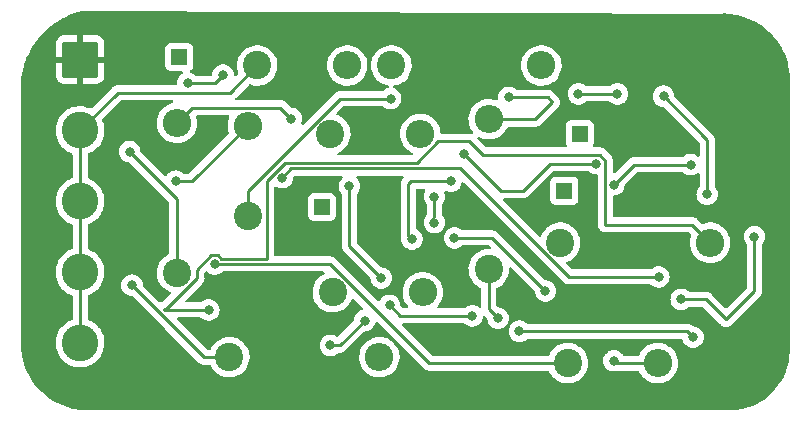
<source format=gbr>
%TF.GenerationSoftware,KiCad,Pcbnew,(6.0.1-0)*%
%TF.CreationDate,2022-08-29T12:54:46-04:00*%
%TF.ProjectId,Practice PCB,50726163-7469-4636-9520-5043422e6b69,rev?*%
%TF.SameCoordinates,Original*%
%TF.FileFunction,Copper,L2,Bot*%
%TF.FilePolarity,Positive*%
%FSLAX46Y46*%
G04 Gerber Fmt 4.6, Leading zero omitted, Abs format (unit mm)*
G04 Created by KiCad (PCBNEW (6.0.1-0)) date 2022-08-29 12:54:46*
%MOMM*%
%LPD*%
G01*
G04 APERTURE LIST*
G04 Aperture macros list*
%AMRoundRect*
0 Rectangle with rounded corners*
0 $1 Rounding radius*
0 $2 $3 $4 $5 $6 $7 $8 $9 X,Y pos of 4 corners*
0 Add a 4 corners polygon primitive as box body*
4,1,4,$2,$3,$4,$5,$6,$7,$8,$9,$2,$3,0*
0 Add four circle primitives for the rounded corners*
1,1,$1+$1,$2,$3*
1,1,$1+$1,$4,$5*
1,1,$1+$1,$6,$7*
1,1,$1+$1,$8,$9*
0 Add four rect primitives between the rounded corners*
20,1,$1+$1,$2,$3,$4,$5,0*
20,1,$1+$1,$4,$5,$6,$7,0*
20,1,$1+$1,$6,$7,$8,$9,0*
20,1,$1+$1,$8,$9,$2,$3,0*%
G04 Aperture macros list end*
%TA.AperFunction,ComponentPad*%
%ADD10C,2.400000*%
%TD*%
%TA.AperFunction,ComponentPad*%
%ADD11O,2.400000X2.400000*%
%TD*%
%TA.AperFunction,ComponentPad*%
%ADD12R,1.350000X1.350000*%
%TD*%
%TA.AperFunction,ComponentPad*%
%ADD13RoundRect,0.249999X-1.300001X1.300001X-1.300001X-1.300001X1.300001X-1.300001X1.300001X1.300001X0*%
%TD*%
%TA.AperFunction,ComponentPad*%
%ADD14C,3.100000*%
%TD*%
%TA.AperFunction,ViaPad*%
%ADD15C,0.800000*%
%TD*%
%TA.AperFunction,Conductor*%
%ADD16C,0.250000*%
%TD*%
G04 APERTURE END LIST*
D10*
%TO.P,R5,1*%
%TO.N,Net-(R4-Pad2)*%
X76600000Y-60850000D03*
D11*
%TO.P,R5,2*%
%TO.N,Net-(D2-Pad2)*%
X76600000Y-48150000D03*
%TD*%
D10*
%TO.P,R7,1*%
%TO.N,Net-(J2-Pad1)*%
X56200000Y-56310000D03*
D11*
%TO.P,R7,2*%
%TO.N,Net-(R7-Pad2)*%
X56200000Y-48690000D03*
%TD*%
D10*
%TO.P,R1,1*%
%TO.N,VCC*%
X57000000Y-43600000D03*
D11*
%TO.P,R1,2*%
%TO.N,Net-(R1-Pad2)*%
X64620000Y-43600000D03*
%TD*%
D10*
%TO.P,R14,1*%
%TO.N,Net-(R13-Pad2)*%
X82650000Y-58600000D03*
D11*
%TO.P,R14,2*%
%TO.N,Net-(D5-Pad2)*%
X95350000Y-58600000D03*
%TD*%
D10*
%TO.P,R8,1*%
%TO.N,Net-(R7-Pad2)*%
X54650000Y-68300000D03*
D11*
%TO.P,R8,2*%
%TO.N,Net-(D3-Pad2)*%
X67350000Y-68300000D03*
%TD*%
D10*
%TO.P,R13,1*%
%TO.N,Net-(J5-Pad1)*%
X63400000Y-62800000D03*
D11*
%TO.P,R13,2*%
%TO.N,Net-(R13-Pad2)*%
X71020000Y-62800000D03*
%TD*%
D10*
%TO.P,R4,1*%
%TO.N,Net-(J1-Pad1)*%
X83290000Y-68800000D03*
D11*
%TO.P,R4,2*%
%TO.N,Net-(R4-Pad2)*%
X90910000Y-68800000D03*
%TD*%
D10*
%TO.P,R2,1*%
%TO.N,Net-(R1-Pad2)*%
X68360000Y-43600000D03*
D11*
%TO.P,R2,2*%
%TO.N,Net-(D1-Pad2)*%
X81060000Y-43600000D03*
%TD*%
D12*
%TO.P,J4,1,Pin_1*%
%TO.N,Net-(J4-Pad1)*%
X84300000Y-49400000D03*
%TD*%
D13*
%TO.P,J3,1,Pin_1*%
%TO.N,GND*%
X42000000Y-43100000D03*
D14*
%TO.P,J3,2,Pin_2*%
%TO.N,VCC*%
X42000000Y-49100000D03*
%TO.P,J3,3,Pin_3*%
X42000000Y-55100000D03*
%TO.P,J3,4,Pin_4*%
X42000000Y-61100000D03*
%TO.P,J3,5,Pin_5*%
X42000000Y-67100000D03*
%TD*%
D12*
%TO.P,J5,1,Pin_1*%
%TO.N,Net-(J5-Pad1)*%
X62500000Y-55600000D03*
%TD*%
%TO.P,J2,1,Pin_1*%
%TO.N,Net-(J2-Pad1)*%
X83000000Y-54200000D03*
%TD*%
%TO.P,J1,1,Pin_1*%
%TO.N,Net-(J1-Pad1)*%
X50400000Y-42900000D03*
%TD*%
D10*
%TO.P,R10,1*%
%TO.N,Net-(J4-Pad1)*%
X63190000Y-49400000D03*
D11*
%TO.P,R10,2*%
%TO.N,Net-(R10-Pad2)*%
X70810000Y-49400000D03*
%TD*%
D10*
%TO.P,R11,1*%
%TO.N,Net-(R10-Pad2)*%
X50200000Y-61150000D03*
D11*
%TO.P,R11,2*%
%TO.N,Net-(D4-Pad2)*%
X50200000Y-48450000D03*
%TD*%
D15*
%TO.N,Net-(D2-Pad1)*%
X91400000Y-46200000D03*
X95100000Y-54500000D03*
%TO.N,Net-(D2-Pad2)*%
X87500000Y-46000000D03*
X78300000Y-46300000D03*
X84200000Y-46000000D03*
%TO.N,Net-(D3-Pad1)*%
X81400000Y-62700000D03*
X73700000Y-58200000D03*
%TO.N,Net-(D3-Pad2)*%
X63200000Y-67300000D03*
X66100000Y-65200000D03*
%TO.N,Net-(D4-Pad1)*%
X72000000Y-54700000D03*
X72000000Y-56900000D03*
%TO.N,Net-(D4-Pad2)*%
X64800000Y-53824500D03*
X59900000Y-48100000D03*
X67500000Y-61600000D03*
%TO.N,Net-(D5-Pad2)*%
X52900000Y-64300000D03*
%TO.N,Net-(J1-Pad1)*%
X53400000Y-60400000D03*
%TO.N,Net-(J2-Pad1)*%
X85700000Y-51900000D03*
X68300000Y-46400000D03*
X74500000Y-51100000D03*
%TO.N,Net-(JP2-Pad1)*%
X93700000Y-52000000D03*
X87200000Y-53700000D03*
%TO.N,Net-(JP3-Pad1)*%
X99100000Y-58100000D03*
X92900000Y-63400000D03*
%TO.N,Net-(JP4-Pad1)*%
X91000000Y-61500000D03*
X59100000Y-53100000D03*
%TO.N,Net-(JP5-Pad1)*%
X75200000Y-64800000D03*
X93900000Y-66600000D03*
X79200000Y-66100000D03*
X68200000Y-63900000D03*
%TO.N,Net-(R4-Pad2)*%
X87200000Y-68600000D03*
X77400000Y-65000000D03*
%TO.N,Net-(R7-Pad2)*%
X46400000Y-62200000D03*
X50100000Y-53400000D03*
%TO.N,Net-(R10-Pad2)*%
X54100000Y-44400000D03*
X46200000Y-50900000D03*
X51100000Y-45100000D03*
%TO.N,Net-(R13-Pad2)*%
X73400000Y-53400000D03*
X70100000Y-58300000D03*
%TD*%
D16*
%TO.N,Net-(D2-Pad1)*%
X91400000Y-46200000D02*
X95100000Y-49900000D01*
X95100000Y-49900000D02*
X95100000Y-54500000D01*
%TO.N,Net-(D2-Pad2)*%
X76600000Y-48150000D02*
X80550000Y-48150000D01*
X81600000Y-46300000D02*
X78300000Y-46300000D01*
X80550000Y-48150000D02*
X82000000Y-46700000D01*
X87500000Y-46000000D02*
X84200000Y-46000000D01*
X82000000Y-46700000D02*
X81600000Y-46300000D01*
%TO.N,Net-(D3-Pad1)*%
X73700000Y-58200000D02*
X76900000Y-58200000D01*
X76900000Y-58200000D02*
X81400000Y-62700000D01*
%TO.N,Net-(D3-Pad2)*%
X63200000Y-67300000D02*
X64000000Y-67300000D01*
X64000000Y-67300000D02*
X66100000Y-65200000D01*
%TO.N,Net-(D4-Pad1)*%
X72000000Y-54700000D02*
X72000000Y-56400000D01*
X72000000Y-56400000D02*
X71900000Y-56500000D01*
X71900000Y-56800000D02*
X72000000Y-56900000D01*
X71900000Y-56500000D02*
X71900000Y-56800000D01*
%TO.N,Net-(D4-Pad2)*%
X51484511Y-47165489D02*
X50200000Y-48450000D01*
X64800000Y-58900000D02*
X64800000Y-53824500D01*
X58965489Y-47165489D02*
X51484511Y-47165489D01*
X59900000Y-48100000D02*
X58965489Y-47165489D01*
X67500000Y-61600000D02*
X64800000Y-58900000D01*
%TO.N,Net-(D5-Pad2)*%
X93825489Y-57075489D02*
X86475489Y-57075489D01*
X72334511Y-50031474D02*
X70515505Y-51850480D01*
X86000103Y-51175489D02*
X76075489Y-51175489D01*
X59324906Y-51850480D02*
X57800000Y-53375386D01*
X51900000Y-60875386D02*
X51900000Y-61605985D01*
X53975094Y-59950480D02*
X53700103Y-59675489D01*
X57800000Y-53375386D02*
X57800000Y-59950480D01*
X74931474Y-50031474D02*
X72334511Y-50031474D01*
X70515505Y-51850480D02*
X59324906Y-51850480D01*
X51900000Y-61605985D02*
X49273844Y-64232141D01*
X49067859Y-64232141D02*
X49135718Y-64300000D01*
X49273844Y-64232141D02*
X49067859Y-64232141D01*
X86475489Y-57075489D02*
X86475489Y-51650875D01*
X95350000Y-58600000D02*
X93825489Y-57075489D01*
X86475489Y-51650875D02*
X86000103Y-51175489D01*
X53099897Y-59675489D02*
X51900000Y-60875386D01*
X49135718Y-64300000D02*
X52900000Y-64300000D01*
X57800000Y-59950480D02*
X53975094Y-59950480D01*
X76075489Y-51175489D02*
X74931474Y-50031474D01*
X53700103Y-59675489D02*
X53099897Y-59675489D01*
%TO.N,Net-(J1-Pad1)*%
X53400000Y-60400000D02*
X63155985Y-60400000D01*
X71555985Y-68800000D02*
X83290000Y-68800000D01*
X63155985Y-60400000D02*
X71555985Y-68800000D01*
%TO.N,Net-(J2-Pad1)*%
X56200000Y-54234015D02*
X56200000Y-56310000D01*
X64034015Y-46400000D02*
X56200000Y-54234015D01*
X68300000Y-46400000D02*
X64034015Y-46400000D01*
X79500000Y-54200000D02*
X77600000Y-54200000D01*
X77600000Y-54200000D02*
X74500000Y-51100000D01*
X85700000Y-51900000D02*
X81800000Y-51900000D01*
X81800000Y-51900000D02*
X79500000Y-54200000D01*
%TO.N,VCC*%
X54700000Y-45900000D02*
X57000000Y-43600000D01*
X42000000Y-49100000D02*
X42000000Y-67100000D01*
X45200000Y-45900000D02*
X54700000Y-45900000D01*
X42000000Y-49100000D02*
X45200000Y-45900000D01*
%TO.N,Net-(JP2-Pad1)*%
X88900000Y-52000000D02*
X93700000Y-52000000D01*
X87200000Y-53700000D02*
X88900000Y-52000000D01*
%TO.N,Net-(JP3-Pad1)*%
X96700000Y-65100000D02*
X99100000Y-62700000D01*
X95000000Y-63400000D02*
X96700000Y-65100000D01*
X99100000Y-62700000D02*
X99100000Y-58100000D01*
X92900000Y-63400000D02*
X95000000Y-63400000D01*
%TO.N,Net-(JP4-Pad1)*%
X91000000Y-61500000D02*
X83394015Y-61500000D01*
X60400000Y-52300000D02*
X59900000Y-52300000D01*
X59900000Y-52300000D02*
X59100000Y-53100000D01*
X83394015Y-61500000D02*
X74194015Y-52300000D01*
X74194015Y-52300000D02*
X60400000Y-52300000D01*
%TO.N,Net-(JP5-Pad1)*%
X75200000Y-64800000D02*
X69100000Y-64800000D01*
X69100000Y-64800000D02*
X68200000Y-63900000D01*
X93900000Y-66600000D02*
X93400000Y-66100000D01*
X93400000Y-66100000D02*
X79200000Y-66100000D01*
%TO.N,Net-(R4-Pad2)*%
X76600000Y-64200000D02*
X76600000Y-60850000D01*
X90910000Y-68800000D02*
X87400000Y-68800000D01*
X77400000Y-65000000D02*
X76600000Y-64200000D01*
X87400000Y-68800000D02*
X87200000Y-68600000D01*
%TO.N,Net-(R7-Pad2)*%
X56200000Y-48690000D02*
X51490000Y-53400000D01*
X51490000Y-53400000D02*
X50100000Y-53400000D01*
X52500000Y-68300000D02*
X54650000Y-68300000D01*
X46400000Y-62200000D02*
X52500000Y-68300000D01*
%TO.N,Net-(R10-Pad2)*%
X53400000Y-45100000D02*
X54100000Y-44400000D01*
X50200000Y-54900000D02*
X46200000Y-50900000D01*
X51100000Y-45100000D02*
X53400000Y-45100000D01*
X50200000Y-61150000D02*
X50200000Y-54900000D01*
%TO.N,Net-(R13-Pad2)*%
X70000000Y-53400000D02*
X73400000Y-53400000D01*
X70100000Y-58300000D02*
X69800000Y-58000000D01*
X69800000Y-58000000D02*
X69800000Y-53600000D01*
X69800000Y-53600000D02*
X70000000Y-53400000D01*
%TD*%
%TA.AperFunction,Conductor*%
%TO.N,GND*%
G36*
X96083352Y-39201869D02*
G01*
X96096183Y-39202577D01*
X96127799Y-39205944D01*
X96127800Y-39205944D01*
X96136729Y-39206895D01*
X96145563Y-39205302D01*
X96145568Y-39205302D01*
X96157653Y-39203123D01*
X96179018Y-39201127D01*
X96598894Y-39197823D01*
X96609075Y-39198155D01*
X96802964Y-39212350D01*
X97058950Y-39231093D01*
X97069082Y-39232249D01*
X97514799Y-39301457D01*
X97524804Y-39303428D01*
X97657102Y-39335103D01*
X97963482Y-39408458D01*
X97973273Y-39411226D01*
X98402021Y-39551388D01*
X98411574Y-39554945D01*
X98827592Y-39729324D01*
X98836792Y-39733625D01*
X99237362Y-39941085D01*
X99246210Y-39946133D01*
X99628645Y-40185277D01*
X99637065Y-40191028D01*
X99894892Y-40382906D01*
X99998921Y-40460326D01*
X100006849Y-40466740D01*
X100345748Y-40764425D01*
X100353131Y-40771460D01*
X100627719Y-41055150D01*
X100666838Y-41095566D01*
X100673623Y-41103169D01*
X100758387Y-41206262D01*
X100960089Y-41451580D01*
X100966242Y-41459712D01*
X101223609Y-41830169D01*
X101229083Y-41838772D01*
X101393432Y-42121715D01*
X101455629Y-42228794D01*
X101460391Y-42237812D01*
X101654668Y-42644909D01*
X101658684Y-42654283D01*
X101819399Y-43075741D01*
X101822643Y-43085405D01*
X101906129Y-43372115D01*
X101948751Y-43518490D01*
X101951201Y-43528379D01*
X101967720Y-43608882D01*
X102041872Y-43970242D01*
X102043516Y-43980307D01*
X102098156Y-44428043D01*
X102098981Y-44438207D01*
X102115671Y-44850287D01*
X102114275Y-44874766D01*
X102113637Y-44878862D01*
X102113637Y-44878866D01*
X102112256Y-44887735D01*
X102113420Y-44896637D01*
X102113420Y-44896639D01*
X102116331Y-44918895D01*
X102117395Y-44935370D01*
X102107002Y-54128444D01*
X102092037Y-67365731D01*
X102091328Y-67378933D01*
X102088061Y-67409608D01*
X102087110Y-67418539D01*
X102088703Y-67427375D01*
X102088703Y-67427378D01*
X102090821Y-67439127D01*
X102092818Y-67460690D01*
X102093204Y-67522182D01*
X102094940Y-67799082D01*
X102095268Y-67851448D01*
X102094888Y-67862038D01*
X102064567Y-68250497D01*
X102062080Y-68282355D01*
X102060811Y-68292881D01*
X101992784Y-68708949D01*
X101990635Y-68719330D01*
X101887871Y-69128220D01*
X101884856Y-69138384D01*
X101748089Y-69537167D01*
X101744231Y-69547042D01*
X101654835Y-69750188D01*
X101576893Y-69927306D01*
X101574420Y-69932925D01*
X101569749Y-69942435D01*
X101402134Y-70250188D01*
X101368095Y-70312687D01*
X101362637Y-70321775D01*
X101130565Y-70673774D01*
X101124376Y-70682352D01*
X100863541Y-71013588D01*
X100856656Y-71021614D01*
X100568890Y-71329760D01*
X100561334Y-71337197D01*
X100248707Y-71620039D01*
X100240553Y-71626815D01*
X99905249Y-71882380D01*
X99896555Y-71888446D01*
X99540942Y-72114926D01*
X99531768Y-72120239D01*
X99158398Y-72316012D01*
X99148810Y-72320536D01*
X98760293Y-72484232D01*
X98750359Y-72487934D01*
X98549904Y-72553164D01*
X98349440Y-72618396D01*
X98339245Y-72621245D01*
X98139764Y-72668044D01*
X97928799Y-72717537D01*
X97918385Y-72719522D01*
X97501278Y-72780972D01*
X97490741Y-72782074D01*
X97069951Y-72808242D01*
X97059355Y-72808454D01*
X96734875Y-72801296D01*
X96676157Y-72800001D01*
X96651609Y-72797033D01*
X96647915Y-72796212D01*
X96647913Y-72796212D01*
X96639150Y-72794265D01*
X96630193Y-72794856D01*
X96630192Y-72794856D01*
X96586774Y-72797721D01*
X96578478Y-72797994D01*
X43015861Y-72797994D01*
X43002517Y-72797285D01*
X42998686Y-72796877D01*
X42963271Y-72793105D01*
X42954437Y-72794698D01*
X42954432Y-72794698D01*
X42942347Y-72796877D01*
X42920982Y-72798873D01*
X42501106Y-72802177D01*
X42490925Y-72801845D01*
X42297036Y-72787650D01*
X42041050Y-72768907D01*
X42030918Y-72767751D01*
X41585201Y-72698543D01*
X41575196Y-72696572D01*
X41442898Y-72664897D01*
X41136518Y-72591542D01*
X41126727Y-72588774D01*
X40697976Y-72448611D01*
X40688423Y-72445054D01*
X40272408Y-72270676D01*
X40263208Y-72266375D01*
X39862638Y-72058915D01*
X39853790Y-72053867D01*
X39471355Y-71814723D01*
X39462934Y-71808971D01*
X39209066Y-71620039D01*
X39101076Y-71539671D01*
X39093151Y-71533260D01*
X38754252Y-71235575D01*
X38746869Y-71228540D01*
X38538804Y-71013578D01*
X38433157Y-70904428D01*
X38426372Y-70896825D01*
X38377874Y-70837839D01*
X38139911Y-70548420D01*
X38133758Y-70540288D01*
X37876391Y-70169831D01*
X37870917Y-70161227D01*
X37784275Y-70012064D01*
X37644370Y-69771204D01*
X37639609Y-69762188D01*
X37621527Y-69724297D01*
X37499594Y-69468794D01*
X37445332Y-69355091D01*
X37441316Y-69345717D01*
X37280601Y-68924259D01*
X37277356Y-68914591D01*
X37277307Y-68914423D01*
X37151247Y-68481502D01*
X37148797Y-68471612D01*
X37140624Y-68431779D01*
X37094806Y-68208500D01*
X37058128Y-68029758D01*
X37056484Y-68019693D01*
X37001844Y-67571957D01*
X37001019Y-67561793D01*
X36984329Y-67149713D01*
X36985725Y-67125234D01*
X36986363Y-67121138D01*
X36986363Y-67121134D01*
X36987744Y-67112265D01*
X36986141Y-67100000D01*
X36983622Y-67080744D01*
X36983469Y-67078393D01*
X39936803Y-67078393D01*
X39952960Y-67358601D01*
X39953785Y-67362806D01*
X39953786Y-67362814D01*
X39977438Y-67483365D01*
X40006996Y-67634024D01*
X40008383Y-67638074D01*
X40008384Y-67638079D01*
X40096522Y-67895509D01*
X40097911Y-67899565D01*
X40133105Y-67969540D01*
X40200480Y-68103501D01*
X40224022Y-68150310D01*
X40226448Y-68153839D01*
X40226451Y-68153845D01*
X40314774Y-68282355D01*
X40382997Y-68381620D01*
X40385884Y-68384793D01*
X40385885Y-68384794D01*
X40390319Y-68389667D01*
X40571894Y-68589215D01*
X40575183Y-68591965D01*
X40783925Y-68766501D01*
X40783930Y-68766505D01*
X40787217Y-68769253D01*
X40868764Y-68820407D01*
X41021341Y-68916119D01*
X41021345Y-68916121D01*
X41024981Y-68918402D01*
X41028891Y-68920167D01*
X41028892Y-68920168D01*
X41034068Y-68922505D01*
X41280788Y-69033903D01*
X41284907Y-69035123D01*
X41545790Y-69112401D01*
X41545795Y-69112402D01*
X41549903Y-69113619D01*
X41554137Y-69114267D01*
X41554142Y-69114268D01*
X41761990Y-69146073D01*
X41827347Y-69156074D01*
X41970292Y-69158319D01*
X42103694Y-69160415D01*
X42103700Y-69160415D01*
X42107985Y-69160482D01*
X42386626Y-69126763D01*
X42658112Y-69055540D01*
X42662072Y-69053900D01*
X42662077Y-69053898D01*
X42810427Y-68992449D01*
X42917420Y-68948131D01*
X42935658Y-68937474D01*
X43156054Y-68808685D01*
X43156055Y-68808685D01*
X43159752Y-68806524D01*
X43172089Y-68796851D01*
X43377252Y-68635982D01*
X43380624Y-68633338D01*
X43575948Y-68431779D01*
X43578481Y-68428331D01*
X43578485Y-68428326D01*
X43739572Y-68209032D01*
X43742110Y-68205577D01*
X43763327Y-68166500D01*
X43873986Y-67962692D01*
X43873987Y-67962690D01*
X43876036Y-67958916D01*
X43947372Y-67770131D01*
X43973729Y-67700380D01*
X43973730Y-67700376D01*
X43975247Y-67696362D01*
X44033789Y-67440755D01*
X44036949Y-67426957D01*
X44036950Y-67426953D01*
X44037907Y-67422773D01*
X44040493Y-67393803D01*
X44062637Y-67145677D01*
X44062637Y-67145675D01*
X44062857Y-67143211D01*
X44063046Y-67125234D01*
X44063284Y-67102484D01*
X44063284Y-67102483D01*
X44063310Y-67100000D01*
X44061443Y-67072607D01*
X44044512Y-66824254D01*
X44044511Y-66824248D01*
X44044220Y-66819977D01*
X44038923Y-66794396D01*
X44003666Y-66624149D01*
X43987303Y-66545135D01*
X43893612Y-66280561D01*
X43883401Y-66260776D01*
X43766847Y-66034957D01*
X43766847Y-66034956D01*
X43764882Y-66031150D01*
X43754595Y-66016512D01*
X43648889Y-65866109D01*
X43603493Y-65801517D01*
X43513971Y-65705180D01*
X43415354Y-65599055D01*
X43415351Y-65599052D01*
X43412433Y-65595912D01*
X43195237Y-65418139D01*
X42955923Y-65271487D01*
X42708852Y-65163030D01*
X42654519Y-65117336D01*
X42633500Y-65047659D01*
X42633500Y-63149925D01*
X42653502Y-63081804D01*
X42711281Y-63033516D01*
X42917420Y-62948131D01*
X42925171Y-62943602D01*
X43156054Y-62808685D01*
X43156055Y-62808685D01*
X43159752Y-62806524D01*
X43166457Y-62801267D01*
X43377252Y-62635982D01*
X43380624Y-62633338D01*
X43404324Y-62608882D01*
X43518074Y-62491500D01*
X43575948Y-62431779D01*
X43578481Y-62428331D01*
X43578485Y-62428326D01*
X43739572Y-62209032D01*
X43742110Y-62205577D01*
X43756613Y-62178866D01*
X43873986Y-61962692D01*
X43873987Y-61962690D01*
X43876036Y-61958916D01*
X43945798Y-61774297D01*
X43973729Y-61700380D01*
X43973730Y-61700376D01*
X43975247Y-61696362D01*
X44014255Y-61526045D01*
X44036949Y-61426957D01*
X44036950Y-61426953D01*
X44037907Y-61422773D01*
X44038801Y-61412763D01*
X44062637Y-61145677D01*
X44062637Y-61145675D01*
X44062857Y-61143211D01*
X44063310Y-61100000D01*
X44061234Y-61069541D01*
X44044512Y-60824254D01*
X44044511Y-60824248D01*
X44044220Y-60819977D01*
X44038923Y-60794396D01*
X43999983Y-60606365D01*
X43987303Y-60545135D01*
X43893612Y-60280561D01*
X43883619Y-60261198D01*
X43766847Y-60034957D01*
X43766847Y-60034956D01*
X43764882Y-60031150D01*
X43754595Y-60016512D01*
X43643952Y-59859084D01*
X43603493Y-59801517D01*
X43502506Y-59692842D01*
X43415354Y-59599055D01*
X43415351Y-59599052D01*
X43412433Y-59595912D01*
X43195237Y-59418139D01*
X42955923Y-59271487D01*
X42708852Y-59163030D01*
X42654519Y-59117336D01*
X42633500Y-59047659D01*
X42633500Y-57149925D01*
X42653502Y-57081804D01*
X42711281Y-57033516D01*
X42917420Y-56948131D01*
X42942806Y-56933297D01*
X43156054Y-56808685D01*
X43156055Y-56808685D01*
X43159752Y-56806524D01*
X43380624Y-56633338D01*
X43394431Y-56619091D01*
X43566054Y-56441989D01*
X43575948Y-56431779D01*
X43578481Y-56428331D01*
X43578485Y-56428326D01*
X43739572Y-56209032D01*
X43742110Y-56205577D01*
X43744156Y-56201809D01*
X43873986Y-55962692D01*
X43873987Y-55962690D01*
X43876036Y-55958916D01*
X43925641Y-55827639D01*
X43973729Y-55700380D01*
X43973730Y-55700376D01*
X43975247Y-55696362D01*
X44012849Y-55532182D01*
X44036949Y-55426957D01*
X44036950Y-55426953D01*
X44037907Y-55422773D01*
X44039304Y-55407128D01*
X44062637Y-55145677D01*
X44062637Y-55145675D01*
X44062857Y-55143211D01*
X44063083Y-55121705D01*
X44063284Y-55102484D01*
X44063284Y-55102483D01*
X44063310Y-55100000D01*
X44061371Y-55071556D01*
X44044512Y-54824254D01*
X44044511Y-54824248D01*
X44044220Y-54819977D01*
X44040845Y-54803677D01*
X44008275Y-54646407D01*
X43987303Y-54545135D01*
X43893612Y-54280561D01*
X43888076Y-54269834D01*
X43766847Y-54034957D01*
X43766847Y-54034956D01*
X43764882Y-54031150D01*
X43760576Y-54025022D01*
X43675900Y-53904542D01*
X43603493Y-53801517D01*
X43494358Y-53684074D01*
X43415354Y-53599055D01*
X43415351Y-53599052D01*
X43412433Y-53595912D01*
X43195237Y-53418139D01*
X42955923Y-53271487D01*
X42708852Y-53163030D01*
X42654519Y-53117336D01*
X42633500Y-53047659D01*
X42633500Y-51149925D01*
X42653502Y-51081804D01*
X42711281Y-51033516D01*
X42917420Y-50948131D01*
X42966061Y-50919708D01*
X43156054Y-50808685D01*
X43156055Y-50808685D01*
X43159752Y-50806524D01*
X43215202Y-50763046D01*
X43377252Y-50635982D01*
X43380624Y-50633338D01*
X43391606Y-50622006D01*
X43504911Y-50505084D01*
X43575948Y-50431779D01*
X43578481Y-50428331D01*
X43578485Y-50428326D01*
X43739572Y-50209032D01*
X43742110Y-50205577D01*
X43744156Y-50201809D01*
X43873986Y-49962692D01*
X43873987Y-49962690D01*
X43876036Y-49958916D01*
X43936044Y-49800110D01*
X43973729Y-49700380D01*
X43973730Y-49700376D01*
X43975247Y-49696362D01*
X44007251Y-49556625D01*
X44036949Y-49426957D01*
X44036950Y-49426953D01*
X44037907Y-49422773D01*
X44038925Y-49411375D01*
X44062637Y-49145677D01*
X44062637Y-49145675D01*
X44062857Y-49143211D01*
X44063310Y-49100000D01*
X44054459Y-48970166D01*
X44044512Y-48824254D01*
X44044511Y-48824248D01*
X44044220Y-48819977D01*
X44038923Y-48794396D01*
X44007332Y-48641852D01*
X43987303Y-48545135D01*
X43893612Y-48280561D01*
X43875142Y-48244776D01*
X43861673Y-48175069D01*
X43888028Y-48109145D01*
X43898013Y-48097891D01*
X45425499Y-46570405D01*
X45487811Y-46536379D01*
X45514594Y-46533500D01*
X49786856Y-46533500D01*
X49854977Y-46553502D01*
X49901470Y-46607158D01*
X49911574Y-46677432D01*
X49882080Y-46742012D01*
X49822114Y-46780466D01*
X49599993Y-46845208D01*
X49369380Y-46951522D01*
X49346791Y-46966332D01*
X49160928Y-47088189D01*
X49160923Y-47088193D01*
X49157015Y-47090755D01*
X49099586Y-47142012D01*
X48992590Y-47237510D01*
X48967562Y-47259848D01*
X48805183Y-47455087D01*
X48673447Y-47672182D01*
X48671638Y-47676496D01*
X48671637Y-47676498D01*
X48577277Y-47901522D01*
X48575246Y-47906365D01*
X48574095Y-47910897D01*
X48574094Y-47910900D01*
X48570823Y-47923779D01*
X48512738Y-48152490D01*
X48487296Y-48405151D01*
X48487520Y-48409817D01*
X48487520Y-48409822D01*
X48489063Y-48441940D01*
X48499480Y-48658798D01*
X48514840Y-48736018D01*
X48547276Y-48899082D01*
X48549021Y-48907857D01*
X48550600Y-48912255D01*
X48550602Y-48912262D01*
X48611786Y-49082673D01*
X48634831Y-49146858D01*
X48637048Y-49150984D01*
X48746301Y-49354314D01*
X48755025Y-49370551D01*
X48757820Y-49374294D01*
X48757822Y-49374297D01*
X48904171Y-49570282D01*
X48904176Y-49570288D01*
X48906963Y-49574020D01*
X48910272Y-49577300D01*
X48910277Y-49577306D01*
X49080524Y-49746073D01*
X49087307Y-49752797D01*
X49091069Y-49755555D01*
X49091072Y-49755558D01*
X49228343Y-49856209D01*
X49292094Y-49902953D01*
X49296229Y-49905129D01*
X49296233Y-49905131D01*
X49390825Y-49954898D01*
X49516827Y-50021191D01*
X49651160Y-50068102D01*
X49733505Y-50096858D01*
X49756568Y-50104912D01*
X50006050Y-50152278D01*
X50126532Y-50157011D01*
X50255125Y-50162064D01*
X50255130Y-50162064D01*
X50259793Y-50162247D01*
X50368791Y-50150310D01*
X50507569Y-50135112D01*
X50507575Y-50135111D01*
X50512222Y-50134602D01*
X50546798Y-50125499D01*
X50753273Y-50071138D01*
X50757793Y-50069948D01*
X50937194Y-49992872D01*
X50986807Y-49971557D01*
X50986810Y-49971555D01*
X50991110Y-49969708D01*
X50995090Y-49967245D01*
X50995094Y-49967243D01*
X51203064Y-49838547D01*
X51203066Y-49838545D01*
X51207047Y-49836082D01*
X51283762Y-49771138D01*
X51397289Y-49675031D01*
X51397291Y-49675029D01*
X51400862Y-49672006D01*
X51568295Y-49481084D01*
X51580609Y-49461941D01*
X51690324Y-49291369D01*
X51705669Y-49267512D01*
X51809967Y-49035980D01*
X51878896Y-48791575D01*
X51896382Y-48654126D01*
X51910545Y-48542798D01*
X51910545Y-48542792D01*
X51910943Y-48539667D01*
X51911235Y-48528542D01*
X51912577Y-48477279D01*
X51913291Y-48450000D01*
X51907266Y-48368919D01*
X51894818Y-48201411D01*
X51894817Y-48201407D01*
X51894472Y-48196759D01*
X51839269Y-47952797D01*
X51843744Y-47881941D01*
X51885815Y-47824753D01*
X51952127Y-47799389D01*
X51962162Y-47798989D01*
X54531447Y-47798989D01*
X54599568Y-47818991D01*
X54646061Y-47872647D01*
X54656165Y-47942921D01*
X54647644Y-47973714D01*
X54577057Y-48142045D01*
X54577055Y-48142051D01*
X54575246Y-48146365D01*
X54574095Y-48150897D01*
X54574094Y-48150900D01*
X54561266Y-48201411D01*
X54512738Y-48392490D01*
X54487296Y-48645151D01*
X54487520Y-48649817D01*
X54487520Y-48649822D01*
X54491467Y-48731983D01*
X54499480Y-48898798D01*
X54504745Y-48925267D01*
X54548097Y-49143211D01*
X54549021Y-49147857D01*
X54550600Y-49152255D01*
X54550602Y-49152262D01*
X54600547Y-49291369D01*
X54604741Y-49362241D01*
X54571054Y-49423041D01*
X51264500Y-52729595D01*
X51202188Y-52763621D01*
X51175405Y-52766500D01*
X50808200Y-52766500D01*
X50740079Y-52746498D01*
X50720853Y-52730157D01*
X50720580Y-52730460D01*
X50715668Y-52726037D01*
X50711253Y-52721134D01*
X50556752Y-52608882D01*
X50550724Y-52606198D01*
X50550722Y-52606197D01*
X50388319Y-52533891D01*
X50388318Y-52533891D01*
X50382288Y-52531206D01*
X50288888Y-52511353D01*
X50201944Y-52492872D01*
X50201939Y-52492872D01*
X50195487Y-52491500D01*
X50004513Y-52491500D01*
X49998061Y-52492872D01*
X49998056Y-52492872D01*
X49911113Y-52511353D01*
X49817712Y-52531206D01*
X49811682Y-52533891D01*
X49811681Y-52533891D01*
X49649278Y-52606197D01*
X49649276Y-52606198D01*
X49643248Y-52608882D01*
X49488747Y-52721134D01*
X49484326Y-52726044D01*
X49484325Y-52726045D01*
X49392073Y-52828502D01*
X49360960Y-52863056D01*
X49357658Y-52868775D01*
X49357656Y-52868778D01*
X49332522Y-52912310D01*
X49281139Y-52961303D01*
X49211425Y-52974738D01*
X49145515Y-52948351D01*
X49134309Y-52938404D01*
X47147122Y-50951217D01*
X47113096Y-50888905D01*
X47110907Y-50875292D01*
X47094232Y-50716635D01*
X47094232Y-50716633D01*
X47093542Y-50710072D01*
X47034527Y-50528444D01*
X46939040Y-50363056D01*
X46901808Y-50321705D01*
X46815675Y-50226045D01*
X46815674Y-50226044D01*
X46811253Y-50221134D01*
X46692854Y-50135112D01*
X46662094Y-50112763D01*
X46662093Y-50112762D01*
X46656752Y-50108882D01*
X46650724Y-50106198D01*
X46650722Y-50106197D01*
X46488319Y-50033891D01*
X46488318Y-50033891D01*
X46482288Y-50031206D01*
X46388887Y-50011353D01*
X46301944Y-49992872D01*
X46301939Y-49992872D01*
X46295487Y-49991500D01*
X46104513Y-49991500D01*
X46098061Y-49992872D01*
X46098056Y-49992872D01*
X46011113Y-50011353D01*
X45917712Y-50031206D01*
X45911682Y-50033891D01*
X45911681Y-50033891D01*
X45749278Y-50106197D01*
X45749276Y-50106198D01*
X45743248Y-50108882D01*
X45737907Y-50112762D01*
X45737906Y-50112763D01*
X45707146Y-50135112D01*
X45588747Y-50221134D01*
X45584326Y-50226044D01*
X45584325Y-50226045D01*
X45498193Y-50321705D01*
X45460960Y-50363056D01*
X45365473Y-50528444D01*
X45306458Y-50710072D01*
X45305768Y-50716633D01*
X45305768Y-50716635D01*
X45298787Y-50783054D01*
X45286496Y-50900000D01*
X45287186Y-50906565D01*
X45300570Y-51033903D01*
X45306458Y-51089928D01*
X45365473Y-51271556D01*
X45368776Y-51277278D01*
X45368777Y-51277279D01*
X45383446Y-51302686D01*
X45460960Y-51436944D01*
X45465378Y-51441851D01*
X45465379Y-51441852D01*
X45532856Y-51516793D01*
X45588747Y-51578866D01*
X45743248Y-51691118D01*
X45749276Y-51693802D01*
X45749278Y-51693803D01*
X45911681Y-51766109D01*
X45917712Y-51768794D01*
X46011112Y-51788647D01*
X46098056Y-51807128D01*
X46098061Y-51807128D01*
X46104513Y-51808500D01*
X46160406Y-51808500D01*
X46228527Y-51828502D01*
X46249501Y-51845405D01*
X49529595Y-55125499D01*
X49563621Y-55187811D01*
X49566500Y-55214594D01*
X49566500Y-59479990D01*
X49546498Y-59548111D01*
X49493252Y-59594416D01*
X49369380Y-59651522D01*
X49338581Y-59671715D01*
X49160928Y-59788189D01*
X49160923Y-59788193D01*
X49157015Y-59790755D01*
X49093731Y-59847238D01*
X49007878Y-59923865D01*
X48967562Y-59959848D01*
X48805183Y-60155087D01*
X48673447Y-60372182D01*
X48671638Y-60376496D01*
X48671637Y-60376498D01*
X48597838Y-60552490D01*
X48575246Y-60606365D01*
X48574095Y-60610897D01*
X48574094Y-60610900D01*
X48568937Y-60631206D01*
X48512738Y-60852490D01*
X48487296Y-61105151D01*
X48487520Y-61109817D01*
X48487520Y-61109822D01*
X48493033Y-61224579D01*
X48499480Y-61358798D01*
X48515782Y-61440755D01*
X48542708Y-61576117D01*
X48549021Y-61607857D01*
X48550600Y-61612255D01*
X48550602Y-61612262D01*
X48579840Y-61693696D01*
X48634831Y-61846858D01*
X48637048Y-61850984D01*
X48745467Y-62052762D01*
X48755025Y-62070551D01*
X48757820Y-62074294D01*
X48757822Y-62074297D01*
X48904171Y-62270282D01*
X48904176Y-62270288D01*
X48906963Y-62274020D01*
X48910272Y-62277300D01*
X48910277Y-62277306D01*
X49066105Y-62431779D01*
X49087307Y-62452797D01*
X49091069Y-62455555D01*
X49091072Y-62455558D01*
X49240702Y-62565271D01*
X49292094Y-62602953D01*
X49296229Y-62605129D01*
X49296233Y-62605131D01*
X49379202Y-62648783D01*
X49516827Y-62721191D01*
X49545563Y-62731226D01*
X49603143Y-62751334D01*
X49660860Y-62792677D01*
X49687063Y-62858661D01*
X49673433Y-62928337D01*
X49650696Y-62959384D01*
X49040745Y-63569335D01*
X48978433Y-63603361D01*
X48963508Y-63605681D01*
X48936457Y-63608238D01*
X48936455Y-63608238D01*
X48928567Y-63608984D01*
X48921347Y-63611583D01*
X48920768Y-63611684D01*
X48917232Y-63612533D01*
X48916672Y-63612705D01*
X48909062Y-63613667D01*
X48901697Y-63616583D01*
X48845741Y-63638738D01*
X48842058Y-63640129D01*
X48839314Y-63641117D01*
X48768445Y-63645361D01*
X48707558Y-63611654D01*
X48037914Y-62942009D01*
X47347122Y-62251217D01*
X47313096Y-62188905D01*
X47310907Y-62175292D01*
X47310767Y-62173955D01*
X47300292Y-62074297D01*
X47294232Y-62016635D01*
X47294232Y-62016633D01*
X47293542Y-62010072D01*
X47234527Y-61828444D01*
X47223350Y-61809084D01*
X47155851Y-61692174D01*
X47139040Y-61663056D01*
X47123722Y-61646043D01*
X47015675Y-61526045D01*
X47015674Y-61526044D01*
X47011253Y-61521134D01*
X46899923Y-61440248D01*
X46862094Y-61412763D01*
X46862093Y-61412762D01*
X46856752Y-61408882D01*
X46850724Y-61406198D01*
X46850722Y-61406197D01*
X46688319Y-61333891D01*
X46688318Y-61333891D01*
X46682288Y-61331206D01*
X46582861Y-61310072D01*
X46501944Y-61292872D01*
X46501939Y-61292872D01*
X46495487Y-61291500D01*
X46304513Y-61291500D01*
X46298061Y-61292872D01*
X46298056Y-61292872D01*
X46217139Y-61310072D01*
X46117712Y-61331206D01*
X46111682Y-61333891D01*
X46111681Y-61333891D01*
X45949278Y-61406197D01*
X45949276Y-61406198D01*
X45943248Y-61408882D01*
X45937907Y-61412762D01*
X45937906Y-61412763D01*
X45900077Y-61440248D01*
X45788747Y-61521134D01*
X45784326Y-61526044D01*
X45784325Y-61526045D01*
X45676279Y-61646043D01*
X45660960Y-61663056D01*
X45644149Y-61692174D01*
X45576651Y-61809084D01*
X45565473Y-61828444D01*
X45506458Y-62010072D01*
X45505768Y-62016633D01*
X45505768Y-62016635D01*
X45492121Y-62146479D01*
X45486496Y-62200000D01*
X45487186Y-62206565D01*
X45503955Y-62366109D01*
X45506458Y-62389928D01*
X45565473Y-62571556D01*
X45568776Y-62577278D01*
X45568777Y-62577279D01*
X45585473Y-62606197D01*
X45660960Y-62736944D01*
X45665378Y-62741851D01*
X45665379Y-62741852D01*
X45767476Y-62855242D01*
X45788747Y-62878866D01*
X45845594Y-62920168D01*
X45934105Y-62984475D01*
X45943248Y-62991118D01*
X45949276Y-62993802D01*
X45949278Y-62993803D01*
X46109799Y-63065271D01*
X46117712Y-63068794D01*
X46211112Y-63088647D01*
X46298056Y-63107128D01*
X46298061Y-63107128D01*
X46304513Y-63108500D01*
X46360406Y-63108500D01*
X46428527Y-63128502D01*
X46449501Y-63145405D01*
X49225229Y-65921134D01*
X51996348Y-68692253D01*
X52003888Y-68700539D01*
X52008000Y-68707018D01*
X52013777Y-68712443D01*
X52057651Y-68753643D01*
X52060493Y-68756398D01*
X52080230Y-68776135D01*
X52083427Y-68778615D01*
X52092447Y-68786318D01*
X52124679Y-68816586D01*
X52131625Y-68820405D01*
X52131628Y-68820407D01*
X52142434Y-68826348D01*
X52158953Y-68837199D01*
X52174959Y-68849614D01*
X52182228Y-68852759D01*
X52182232Y-68852762D01*
X52215537Y-68867174D01*
X52226187Y-68872391D01*
X52264940Y-68893695D01*
X52272615Y-68895666D01*
X52272616Y-68895666D01*
X52284562Y-68898733D01*
X52303267Y-68905137D01*
X52321855Y-68913181D01*
X52329678Y-68914420D01*
X52329688Y-68914423D01*
X52365524Y-68920099D01*
X52377144Y-68922505D01*
X52412289Y-68931528D01*
X52419970Y-68933500D01*
X52440224Y-68933500D01*
X52459934Y-68935051D01*
X52479943Y-68938220D01*
X52487835Y-68937474D01*
X52523961Y-68934059D01*
X52535819Y-68933500D01*
X52975453Y-68933500D01*
X53043574Y-68953502D01*
X53086445Y-68999862D01*
X53193176Y-69198498D01*
X53205025Y-69220551D01*
X53207820Y-69224294D01*
X53207822Y-69224297D01*
X53354171Y-69420282D01*
X53354176Y-69420288D01*
X53356963Y-69424020D01*
X53360272Y-69427300D01*
X53360277Y-69427306D01*
X53481063Y-69547042D01*
X53537307Y-69602797D01*
X53541069Y-69605555D01*
X53541072Y-69605558D01*
X53646764Y-69683054D01*
X53742094Y-69752953D01*
X53746229Y-69755129D01*
X53746233Y-69755131D01*
X53768380Y-69766783D01*
X53966827Y-69871191D01*
X54101160Y-69918102D01*
X54170854Y-69942440D01*
X54206568Y-69954912D01*
X54456050Y-70002278D01*
X54576532Y-70007011D01*
X54705125Y-70012064D01*
X54705130Y-70012064D01*
X54709793Y-70012247D01*
X54808774Y-70001407D01*
X54957569Y-69985112D01*
X54957575Y-69985111D01*
X54962222Y-69984602D01*
X55071680Y-69955784D01*
X55203273Y-69921138D01*
X55207793Y-69919948D01*
X55406455Y-69834597D01*
X55436807Y-69821557D01*
X55436810Y-69821555D01*
X55441110Y-69819708D01*
X55445090Y-69817245D01*
X55445094Y-69817243D01*
X55653064Y-69688547D01*
X55653066Y-69688545D01*
X55657047Y-69686082D01*
X55733403Y-69621442D01*
X55847289Y-69525031D01*
X55847291Y-69525029D01*
X55850862Y-69522006D01*
X56018295Y-69331084D01*
X56021342Y-69326348D01*
X56143170Y-69136944D01*
X56155669Y-69117512D01*
X56259967Y-68885980D01*
X56328896Y-68641575D01*
X56360943Y-68389667D01*
X56361247Y-68378084D01*
X56362868Y-68316165D01*
X56363291Y-68300000D01*
X56359958Y-68255151D01*
X65637296Y-68255151D01*
X65637520Y-68259817D01*
X65637520Y-68259822D01*
X65638857Y-68287645D01*
X65649480Y-68508798D01*
X65667621Y-68600000D01*
X65689988Y-68712443D01*
X65699021Y-68757857D01*
X65700600Y-68762255D01*
X65700602Y-68762262D01*
X65763510Y-68937474D01*
X65784831Y-68996858D01*
X65787048Y-69000984D01*
X65893176Y-69198498D01*
X65905025Y-69220551D01*
X65907820Y-69224294D01*
X65907822Y-69224297D01*
X66054171Y-69420282D01*
X66054176Y-69420288D01*
X66056963Y-69424020D01*
X66060272Y-69427300D01*
X66060277Y-69427306D01*
X66181063Y-69547042D01*
X66237307Y-69602797D01*
X66241069Y-69605555D01*
X66241072Y-69605558D01*
X66346764Y-69683054D01*
X66442094Y-69752953D01*
X66446229Y-69755129D01*
X66446233Y-69755131D01*
X66468380Y-69766783D01*
X66666827Y-69871191D01*
X66801160Y-69918102D01*
X66870854Y-69942440D01*
X66906568Y-69954912D01*
X67156050Y-70002278D01*
X67276532Y-70007011D01*
X67405125Y-70012064D01*
X67405130Y-70012064D01*
X67409793Y-70012247D01*
X67508774Y-70001407D01*
X67657569Y-69985112D01*
X67657575Y-69985111D01*
X67662222Y-69984602D01*
X67771680Y-69955784D01*
X67903273Y-69921138D01*
X67907793Y-69919948D01*
X68106455Y-69834597D01*
X68136807Y-69821557D01*
X68136810Y-69821555D01*
X68141110Y-69819708D01*
X68145090Y-69817245D01*
X68145094Y-69817243D01*
X68353064Y-69688547D01*
X68353066Y-69688545D01*
X68357047Y-69686082D01*
X68433403Y-69621442D01*
X68547289Y-69525031D01*
X68547291Y-69525029D01*
X68550862Y-69522006D01*
X68718295Y-69331084D01*
X68721342Y-69326348D01*
X68843170Y-69136944D01*
X68855669Y-69117512D01*
X68959967Y-68885980D01*
X69028896Y-68641575D01*
X69060943Y-68389667D01*
X69061247Y-68378084D01*
X69062868Y-68316165D01*
X69063291Y-68300000D01*
X69058441Y-68234729D01*
X69044818Y-68051411D01*
X69044817Y-68051407D01*
X69044472Y-68046759D01*
X69039888Y-68026498D01*
X68996995Y-67836944D01*
X68988428Y-67799082D01*
X68962106Y-67731395D01*
X68898084Y-67566762D01*
X68898083Y-67566760D01*
X68896391Y-67562409D01*
X68875866Y-67526498D01*
X68772702Y-67345997D01*
X68772700Y-67345995D01*
X68770383Y-67341940D01*
X68613171Y-67142517D01*
X68428209Y-66968523D01*
X68362186Y-66922721D01*
X68223393Y-66826437D01*
X68223390Y-66826435D01*
X68219561Y-66823779D01*
X68215384Y-66821719D01*
X68215377Y-66821715D01*
X67995996Y-66713528D01*
X67995992Y-66713527D01*
X67991810Y-66711464D01*
X67749960Y-66634047D01*
X67700825Y-66626045D01*
X67503935Y-66593980D01*
X67503934Y-66593980D01*
X67499323Y-66593229D01*
X67372364Y-66591567D01*
X67250083Y-66589966D01*
X67250080Y-66589966D01*
X67245406Y-66589905D01*
X66993787Y-66624149D01*
X66989301Y-66625457D01*
X66989299Y-66625457D01*
X66962401Y-66633297D01*
X66749993Y-66695208D01*
X66519380Y-66801522D01*
X66515471Y-66804085D01*
X66310928Y-66938189D01*
X66310923Y-66938193D01*
X66307015Y-66940755D01*
X66266093Y-66977279D01*
X66125813Y-67102484D01*
X66117562Y-67109848D01*
X65955183Y-67305087D01*
X65823447Y-67522182D01*
X65821638Y-67526496D01*
X65821637Y-67526498D01*
X65735717Y-67731395D01*
X65725246Y-67756365D01*
X65724095Y-67760897D01*
X65724094Y-67760900D01*
X65712872Y-67805087D01*
X65662738Y-68002490D01*
X65637296Y-68255151D01*
X56359958Y-68255151D01*
X56358441Y-68234729D01*
X56344818Y-68051411D01*
X56344817Y-68051407D01*
X56344472Y-68046759D01*
X56339888Y-68026498D01*
X56296995Y-67836944D01*
X56288428Y-67799082D01*
X56262106Y-67731395D01*
X56198084Y-67566762D01*
X56198083Y-67566760D01*
X56196391Y-67562409D01*
X56175866Y-67526498D01*
X56072702Y-67345997D01*
X56072700Y-67345995D01*
X56070383Y-67341940D01*
X55913171Y-67142517D01*
X55728209Y-66968523D01*
X55662186Y-66922721D01*
X55523393Y-66826437D01*
X55523390Y-66826435D01*
X55519561Y-66823779D01*
X55515384Y-66821719D01*
X55515377Y-66821715D01*
X55295996Y-66713528D01*
X55295992Y-66713527D01*
X55291810Y-66711464D01*
X55049960Y-66634047D01*
X55000825Y-66626045D01*
X54803935Y-66593980D01*
X54803934Y-66593980D01*
X54799323Y-66593229D01*
X54672364Y-66591567D01*
X54550083Y-66589966D01*
X54550080Y-66589966D01*
X54545406Y-66589905D01*
X54293787Y-66624149D01*
X54289301Y-66625457D01*
X54289299Y-66625457D01*
X54262401Y-66633297D01*
X54049993Y-66695208D01*
X53819380Y-66801522D01*
X53815471Y-66804085D01*
X53610928Y-66938189D01*
X53610923Y-66938193D01*
X53607015Y-66940755D01*
X53566093Y-66977279D01*
X53425813Y-67102484D01*
X53417562Y-67109848D01*
X53255183Y-67305087D01*
X53123447Y-67522182D01*
X53121638Y-67526496D01*
X53121637Y-67526498D01*
X53095333Y-67589226D01*
X53050544Y-67644312D01*
X52979136Y-67666500D01*
X52814594Y-67666500D01*
X52746473Y-67646498D01*
X52725499Y-67629595D01*
X50244499Y-65148595D01*
X50210473Y-65086283D01*
X50215538Y-65015468D01*
X50258085Y-64958632D01*
X50324605Y-64933821D01*
X50333594Y-64933500D01*
X52191800Y-64933500D01*
X52259921Y-64953502D01*
X52279147Y-64969843D01*
X52279420Y-64969540D01*
X52284332Y-64973963D01*
X52288747Y-64978866D01*
X52294939Y-64983365D01*
X52385281Y-65049002D01*
X52443248Y-65091118D01*
X52449276Y-65093802D01*
X52449278Y-65093803D01*
X52608966Y-65164900D01*
X52617712Y-65168794D01*
X52686263Y-65183365D01*
X52798056Y-65207128D01*
X52798061Y-65207128D01*
X52804513Y-65208500D01*
X52995487Y-65208500D01*
X53001939Y-65207128D01*
X53001944Y-65207128D01*
X53113737Y-65183365D01*
X53182288Y-65168794D01*
X53191034Y-65164900D01*
X53350722Y-65093803D01*
X53350724Y-65093802D01*
X53356752Y-65091118D01*
X53511253Y-64978866D01*
X53639040Y-64836944D01*
X53734527Y-64671556D01*
X53793542Y-64489928D01*
X53795766Y-64468774D01*
X53812814Y-64306565D01*
X53813504Y-64300000D01*
X53799435Y-64166138D01*
X53794232Y-64116635D01*
X53794232Y-64116633D01*
X53793542Y-64110072D01*
X53734527Y-63928444D01*
X53713990Y-63892872D01*
X53676048Y-63827156D01*
X53639040Y-63763056D01*
X53600769Y-63720551D01*
X53515675Y-63626045D01*
X53515674Y-63626044D01*
X53511253Y-63621134D01*
X53412157Y-63549136D01*
X53362094Y-63512763D01*
X53362093Y-63512762D01*
X53356752Y-63508882D01*
X53350724Y-63506198D01*
X53350722Y-63506197D01*
X53188319Y-63433891D01*
X53188318Y-63433891D01*
X53182288Y-63431206D01*
X53066362Y-63406565D01*
X53001944Y-63392872D01*
X53001939Y-63392872D01*
X52995487Y-63391500D01*
X52804513Y-63391500D01*
X52798061Y-63392872D01*
X52798056Y-63392872D01*
X52733638Y-63406565D01*
X52617712Y-63431206D01*
X52611682Y-63433891D01*
X52611681Y-63433891D01*
X52449278Y-63506197D01*
X52449276Y-63506198D01*
X52443248Y-63508882D01*
X52437907Y-63512762D01*
X52437906Y-63512763D01*
X52360042Y-63569335D01*
X52288747Y-63621134D01*
X52284332Y-63626037D01*
X52279420Y-63630460D01*
X52278295Y-63629211D01*
X52224986Y-63662051D01*
X52191800Y-63666500D01*
X51039579Y-63666500D01*
X50971458Y-63646498D01*
X50924965Y-63592842D01*
X50914861Y-63522568D01*
X50944355Y-63457988D01*
X50950484Y-63451405D01*
X52292247Y-62109642D01*
X52300537Y-62102098D01*
X52307018Y-62097985D01*
X52331048Y-62072396D01*
X52353658Y-62048318D01*
X52356413Y-62045476D01*
X52376134Y-62025755D01*
X52378612Y-62022560D01*
X52386318Y-62013538D01*
X52411158Y-61987086D01*
X52416586Y-61981306D01*
X52426346Y-61963553D01*
X52437199Y-61947030D01*
X52444753Y-61937291D01*
X52449613Y-61931026D01*
X52467176Y-61890442D01*
X52472383Y-61879812D01*
X52493695Y-61841045D01*
X52495666Y-61833368D01*
X52495668Y-61833363D01*
X52498732Y-61821427D01*
X52505138Y-61802715D01*
X52505668Y-61801492D01*
X52513181Y-61784130D01*
X52514739Y-61774297D01*
X52520097Y-61740466D01*
X52522504Y-61728845D01*
X52531528Y-61693696D01*
X52531528Y-61693695D01*
X52533500Y-61686015D01*
X52533500Y-61665754D01*
X52535051Y-61646043D01*
X52535610Y-61642517D01*
X52538219Y-61626042D01*
X52534059Y-61582031D01*
X52533500Y-61570174D01*
X52533500Y-61189980D01*
X52553502Y-61121859D01*
X52570405Y-61100885D01*
X52601843Y-61069447D01*
X52664155Y-61035421D01*
X52734970Y-61040486D01*
X52778762Y-61070276D01*
X52779423Y-61069541D01*
X52784325Y-61073954D01*
X52788747Y-61078866D01*
X52943248Y-61191118D01*
X52949276Y-61193802D01*
X52949278Y-61193803D01*
X53041200Y-61234729D01*
X53117712Y-61268794D01*
X53211113Y-61288647D01*
X53298056Y-61307128D01*
X53298061Y-61307128D01*
X53304513Y-61308500D01*
X53495487Y-61308500D01*
X53501939Y-61307128D01*
X53501944Y-61307128D01*
X53588887Y-61288647D01*
X53682288Y-61268794D01*
X53758800Y-61234729D01*
X53850722Y-61193803D01*
X53850724Y-61193802D01*
X53856752Y-61191118D01*
X53930152Y-61137790D01*
X53996059Y-61089905D01*
X54011253Y-61078866D01*
X54015668Y-61073963D01*
X54020580Y-61069540D01*
X54021705Y-61070789D01*
X54075014Y-61037949D01*
X54108200Y-61033500D01*
X62576489Y-61033500D01*
X62644610Y-61053502D01*
X62691103Y-61107158D01*
X62701207Y-61177432D01*
X62671713Y-61242012D01*
X62629239Y-61273926D01*
X62569380Y-61301522D01*
X62559718Y-61307857D01*
X62360928Y-61438189D01*
X62360923Y-61438193D01*
X62357015Y-61440755D01*
X62283281Y-61506565D01*
X62178596Y-61600000D01*
X62167562Y-61609848D01*
X62005183Y-61805087D01*
X61873447Y-62022182D01*
X61871638Y-62026496D01*
X61871637Y-62026498D01*
X61777405Y-62251217D01*
X61775246Y-62256365D01*
X61774095Y-62260897D01*
X61774094Y-62260900D01*
X61769531Y-62278866D01*
X61712738Y-62502490D01*
X61687296Y-62755151D01*
X61687520Y-62759817D01*
X61687520Y-62759822D01*
X61689936Y-62810121D01*
X61699480Y-63008798D01*
X61713862Y-63081100D01*
X61743724Y-63231226D01*
X61749021Y-63257857D01*
X61750600Y-63262255D01*
X61750602Y-63262262D01*
X61818512Y-63451405D01*
X61834831Y-63496858D01*
X61837048Y-63500984D01*
X61927259Y-63668875D01*
X61955025Y-63720551D01*
X61957820Y-63724294D01*
X61957822Y-63724297D01*
X62104171Y-63920282D01*
X62104176Y-63920288D01*
X62106963Y-63924020D01*
X62110272Y-63927300D01*
X62110277Y-63927306D01*
X62258212Y-64073955D01*
X62287307Y-64102797D01*
X62291069Y-64105555D01*
X62291072Y-64105558D01*
X62425460Y-64204095D01*
X62492094Y-64252953D01*
X62496229Y-64255129D01*
X62496233Y-64255131D01*
X62597671Y-64308500D01*
X62716827Y-64371191D01*
X62956568Y-64454912D01*
X63206050Y-64502278D01*
X63326532Y-64507011D01*
X63455125Y-64512064D01*
X63455130Y-64512064D01*
X63459793Y-64512247D01*
X63558774Y-64501407D01*
X63707569Y-64485112D01*
X63707575Y-64485111D01*
X63712222Y-64484602D01*
X63716921Y-64483365D01*
X63953273Y-64421138D01*
X63957793Y-64419948D01*
X64158098Y-64333891D01*
X64186807Y-64321557D01*
X64186810Y-64321555D01*
X64191110Y-64319708D01*
X64195090Y-64317245D01*
X64195094Y-64317243D01*
X64403064Y-64188547D01*
X64403066Y-64188545D01*
X64407047Y-64186082D01*
X64435434Y-64162051D01*
X64597289Y-64025031D01*
X64597291Y-64025029D01*
X64600862Y-64022006D01*
X64768295Y-63831084D01*
X64810628Y-63765271D01*
X64891112Y-63640144D01*
X64905669Y-63617512D01*
X65008344Y-63389583D01*
X65054559Y-63335690D01*
X65122575Y-63315337D01*
X65190798Y-63334987D01*
X65212316Y-63352236D01*
X65961708Y-64101628D01*
X65995732Y-64163938D01*
X65990668Y-64234753D01*
X65948121Y-64291589D01*
X65898809Y-64313968D01*
X65824169Y-64329833D01*
X65824164Y-64329834D01*
X65817712Y-64331206D01*
X65811682Y-64333891D01*
X65811681Y-64333891D01*
X65649278Y-64406197D01*
X65649276Y-64406198D01*
X65643248Y-64408882D01*
X65488747Y-64521134D01*
X65484326Y-64526044D01*
X65484325Y-64526045D01*
X65384325Y-64637107D01*
X65360960Y-64663056D01*
X65265473Y-64828444D01*
X65206458Y-65010072D01*
X65205768Y-65016633D01*
X65205768Y-65016635D01*
X65189093Y-65175292D01*
X65162080Y-65240949D01*
X65152878Y-65251217D01*
X63870962Y-66533133D01*
X63808650Y-66567159D01*
X63737835Y-66562094D01*
X63707807Y-66545975D01*
X63662093Y-66512762D01*
X63662090Y-66512760D01*
X63656752Y-66508882D01*
X63650724Y-66506198D01*
X63650722Y-66506197D01*
X63488319Y-66433891D01*
X63488318Y-66433891D01*
X63482288Y-66431206D01*
X63382861Y-66410072D01*
X63301944Y-66392872D01*
X63301939Y-66392872D01*
X63295487Y-66391500D01*
X63104513Y-66391500D01*
X63098061Y-66392872D01*
X63098056Y-66392872D01*
X63017139Y-66410072D01*
X62917712Y-66431206D01*
X62911682Y-66433891D01*
X62911681Y-66433891D01*
X62749278Y-66506197D01*
X62749276Y-66506198D01*
X62743248Y-66508882D01*
X62588747Y-66621134D01*
X62584326Y-66626044D01*
X62584325Y-66626045D01*
X62507414Y-66711464D01*
X62460960Y-66763056D01*
X62365473Y-66928444D01*
X62306458Y-67110072D01*
X62305768Y-67116633D01*
X62305768Y-67116635D01*
X62297648Y-67193897D01*
X62286496Y-67300000D01*
X62287186Y-67306565D01*
X62303955Y-67466109D01*
X62306458Y-67489928D01*
X62365473Y-67671556D01*
X62368776Y-67677278D01*
X62368777Y-67677279D01*
X62394953Y-67722616D01*
X62460960Y-67836944D01*
X62465378Y-67841851D01*
X62465379Y-67841852D01*
X62547452Y-67933003D01*
X62588747Y-67978866D01*
X62743248Y-68091118D01*
X62749276Y-68093802D01*
X62749278Y-68093803D01*
X62911681Y-68166109D01*
X62917712Y-68168794D01*
X63011113Y-68188647D01*
X63098056Y-68207128D01*
X63098061Y-68207128D01*
X63104513Y-68208500D01*
X63295487Y-68208500D01*
X63301939Y-68207128D01*
X63301944Y-68207128D01*
X63388887Y-68188647D01*
X63482288Y-68168794D01*
X63488319Y-68166109D01*
X63650722Y-68093803D01*
X63650724Y-68093802D01*
X63656752Y-68091118D01*
X63696267Y-68062409D01*
X63789671Y-67994546D01*
X63811253Y-67978866D01*
X63815668Y-67973963D01*
X63820580Y-67969540D01*
X63821705Y-67970789D01*
X63875014Y-67937949D01*
X63908200Y-67933500D01*
X63921233Y-67933500D01*
X63932416Y-67934027D01*
X63939909Y-67935702D01*
X63947835Y-67935453D01*
X63947836Y-67935453D01*
X64007986Y-67933562D01*
X64011945Y-67933500D01*
X64039856Y-67933500D01*
X64043791Y-67933003D01*
X64043856Y-67932995D01*
X64055693Y-67932062D01*
X64087951Y-67931048D01*
X64091970Y-67930922D01*
X64099889Y-67930673D01*
X64119343Y-67925021D01*
X64138700Y-67921013D01*
X64150930Y-67919468D01*
X64150931Y-67919468D01*
X64158797Y-67918474D01*
X64166168Y-67915555D01*
X64166170Y-67915555D01*
X64199912Y-67902196D01*
X64211142Y-67898351D01*
X64245983Y-67888229D01*
X64245984Y-67888229D01*
X64253593Y-67886018D01*
X64260412Y-67881985D01*
X64260417Y-67881983D01*
X64271028Y-67875707D01*
X64288776Y-67867012D01*
X64307617Y-67859552D01*
X64318772Y-67851448D01*
X64343387Y-67833564D01*
X64353307Y-67827048D01*
X64384535Y-67808580D01*
X64384538Y-67808578D01*
X64391362Y-67804542D01*
X64405683Y-67790221D01*
X64420717Y-67777380D01*
X64430694Y-67770131D01*
X64437107Y-67765472D01*
X64465298Y-67731395D01*
X64473288Y-67722616D01*
X66050499Y-66145405D01*
X66112811Y-66111379D01*
X66139594Y-66108500D01*
X66195487Y-66108500D01*
X66201939Y-66107128D01*
X66201944Y-66107128D01*
X66288887Y-66088647D01*
X66382288Y-66068794D01*
X66395176Y-66063056D01*
X66550722Y-65993803D01*
X66550724Y-65993802D01*
X66556752Y-65991118D01*
X66711253Y-65878866D01*
X66720322Y-65868794D01*
X66834621Y-65741852D01*
X66834622Y-65741851D01*
X66839040Y-65736944D01*
X66913154Y-65608575D01*
X66931223Y-65577279D01*
X66931224Y-65577278D01*
X66934527Y-65571556D01*
X66992900Y-65391905D01*
X67032973Y-65333300D01*
X67098369Y-65305663D01*
X67168326Y-65317770D01*
X67201827Y-65341747D01*
X71052333Y-69192253D01*
X71059873Y-69200539D01*
X71063985Y-69207018D01*
X71069762Y-69212443D01*
X71113636Y-69253643D01*
X71116478Y-69256398D01*
X71136215Y-69276135D01*
X71139412Y-69278615D01*
X71148432Y-69286318D01*
X71180664Y-69316586D01*
X71187610Y-69320405D01*
X71187613Y-69320407D01*
X71198419Y-69326348D01*
X71214938Y-69337199D01*
X71230944Y-69349614D01*
X71238213Y-69352759D01*
X71238217Y-69352762D01*
X71271522Y-69367174D01*
X71282172Y-69372391D01*
X71320925Y-69393695D01*
X71328600Y-69395666D01*
X71328601Y-69395666D01*
X71340547Y-69398733D01*
X71359252Y-69405137D01*
X71377840Y-69413181D01*
X71385663Y-69414420D01*
X71385673Y-69414423D01*
X71421509Y-69420099D01*
X71433129Y-69422505D01*
X71468274Y-69431528D01*
X71475955Y-69433500D01*
X71496209Y-69433500D01*
X71515919Y-69435051D01*
X71535928Y-69438220D01*
X71543820Y-69437474D01*
X71579946Y-69434059D01*
X71591804Y-69433500D01*
X81615453Y-69433500D01*
X81683574Y-69453502D01*
X81726445Y-69499862D01*
X81827829Y-69688547D01*
X81845025Y-69720551D01*
X81847820Y-69724294D01*
X81847822Y-69724297D01*
X81994171Y-69920282D01*
X81994176Y-69920288D01*
X81996963Y-69924020D01*
X82000272Y-69927300D01*
X82000277Y-69927306D01*
X82098859Y-70025031D01*
X82177307Y-70102797D01*
X82181069Y-70105555D01*
X82181072Y-70105558D01*
X82216162Y-70131287D01*
X82382094Y-70252953D01*
X82386229Y-70255129D01*
X82386233Y-70255131D01*
X82495629Y-70312687D01*
X82606827Y-70371191D01*
X82846568Y-70454912D01*
X83096050Y-70502278D01*
X83216532Y-70507011D01*
X83345125Y-70512064D01*
X83345130Y-70512064D01*
X83349793Y-70512247D01*
X83448774Y-70501407D01*
X83597569Y-70485112D01*
X83597575Y-70485111D01*
X83602222Y-70484602D01*
X83711680Y-70455784D01*
X83843273Y-70421138D01*
X83847793Y-70419948D01*
X84076297Y-70321776D01*
X84076807Y-70321557D01*
X84076810Y-70321555D01*
X84081110Y-70319708D01*
X84085090Y-70317245D01*
X84085094Y-70317243D01*
X84293064Y-70188547D01*
X84293066Y-70188545D01*
X84297047Y-70186082D01*
X84395428Y-70102797D01*
X84487289Y-70025031D01*
X84487291Y-70025029D01*
X84490862Y-70022006D01*
X84658295Y-69831084D01*
X84665613Y-69819708D01*
X84793141Y-69621442D01*
X84795669Y-69617512D01*
X84899967Y-69385980D01*
X84968896Y-69141575D01*
X84986924Y-68999862D01*
X85000545Y-68892798D01*
X85000545Y-68892792D01*
X85000943Y-68889667D01*
X85003291Y-68800000D01*
X84996914Y-68714187D01*
X84988429Y-68600000D01*
X86286496Y-68600000D01*
X86287186Y-68606565D01*
X86305663Y-68782361D01*
X86306458Y-68789928D01*
X86365473Y-68971556D01*
X86368776Y-68977278D01*
X86368777Y-68977279D01*
X86382463Y-69000984D01*
X86460960Y-69136944D01*
X86465378Y-69141851D01*
X86465379Y-69141852D01*
X86568517Y-69256398D01*
X86588747Y-69278866D01*
X86640664Y-69316586D01*
X86729969Y-69381470D01*
X86743248Y-69391118D01*
X86749276Y-69393802D01*
X86749278Y-69393803D01*
X86849041Y-69438220D01*
X86917712Y-69468794D01*
X87011112Y-69488647D01*
X87098056Y-69507128D01*
X87098061Y-69507128D01*
X87104513Y-69508500D01*
X87295487Y-69508500D01*
X87301939Y-69507128D01*
X87301944Y-69507128D01*
X87388888Y-69488647D01*
X87482288Y-69468794D01*
X87488315Y-69466111D01*
X87488323Y-69466108D01*
X87537095Y-69444393D01*
X87588343Y-69433500D01*
X89235453Y-69433500D01*
X89303574Y-69453502D01*
X89346445Y-69499862D01*
X89447829Y-69688547D01*
X89465025Y-69720551D01*
X89467820Y-69724294D01*
X89467822Y-69724297D01*
X89614171Y-69920282D01*
X89614176Y-69920288D01*
X89616963Y-69924020D01*
X89620272Y-69927300D01*
X89620277Y-69927306D01*
X89718859Y-70025031D01*
X89797307Y-70102797D01*
X89801069Y-70105555D01*
X89801072Y-70105558D01*
X89836162Y-70131287D01*
X90002094Y-70252953D01*
X90006229Y-70255129D01*
X90006233Y-70255131D01*
X90115629Y-70312687D01*
X90226827Y-70371191D01*
X90466568Y-70454912D01*
X90716050Y-70502278D01*
X90836532Y-70507011D01*
X90965125Y-70512064D01*
X90965130Y-70512064D01*
X90969793Y-70512247D01*
X91068774Y-70501407D01*
X91217569Y-70485112D01*
X91217575Y-70485111D01*
X91222222Y-70484602D01*
X91331680Y-70455784D01*
X91463273Y-70421138D01*
X91467793Y-70419948D01*
X91696297Y-70321776D01*
X91696807Y-70321557D01*
X91696810Y-70321555D01*
X91701110Y-70319708D01*
X91705090Y-70317245D01*
X91705094Y-70317243D01*
X91913064Y-70188547D01*
X91913066Y-70188545D01*
X91917047Y-70186082D01*
X92015428Y-70102797D01*
X92107289Y-70025031D01*
X92107291Y-70025029D01*
X92110862Y-70022006D01*
X92278295Y-69831084D01*
X92285613Y-69819708D01*
X92413141Y-69621442D01*
X92415669Y-69617512D01*
X92519967Y-69385980D01*
X92588896Y-69141575D01*
X92606924Y-68999862D01*
X92620545Y-68892798D01*
X92620545Y-68892792D01*
X92620943Y-68889667D01*
X92623291Y-68800000D01*
X92616914Y-68714187D01*
X92604818Y-68551411D01*
X92604817Y-68551407D01*
X92604472Y-68546759D01*
X92596921Y-68513386D01*
X92562562Y-68361543D01*
X92548428Y-68299082D01*
X92546017Y-68292881D01*
X92458084Y-68066762D01*
X92458083Y-68066760D01*
X92456391Y-68062409D01*
X92450105Y-68051411D01*
X92332702Y-67845997D01*
X92332700Y-67845995D01*
X92330383Y-67841940D01*
X92173171Y-67642517D01*
X92049839Y-67526498D01*
X91991610Y-67471722D01*
X91991608Y-67471720D01*
X91988209Y-67468523D01*
X91883277Y-67395729D01*
X91783393Y-67326437D01*
X91783390Y-67326435D01*
X91779561Y-67323779D01*
X91775384Y-67321719D01*
X91775377Y-67321715D01*
X91555996Y-67213528D01*
X91555992Y-67213527D01*
X91551810Y-67211464D01*
X91309960Y-67134047D01*
X91292638Y-67131226D01*
X91063935Y-67093980D01*
X91063934Y-67093980D01*
X91059323Y-67093229D01*
X90932365Y-67091567D01*
X90810083Y-67089966D01*
X90810080Y-67089966D01*
X90805406Y-67089905D01*
X90553787Y-67124149D01*
X90549301Y-67125457D01*
X90549299Y-67125457D01*
X90496879Y-67140736D01*
X90309993Y-67195208D01*
X90079380Y-67301522D01*
X90071688Y-67306565D01*
X89870928Y-67438189D01*
X89870923Y-67438193D01*
X89867015Y-67440755D01*
X89677562Y-67609848D01*
X89515183Y-67805087D01*
X89383447Y-68022182D01*
X89381638Y-68026496D01*
X89381637Y-68026498D01*
X89355333Y-68089226D01*
X89310544Y-68144312D01*
X89239136Y-68166500D01*
X88071510Y-68166500D01*
X88003389Y-68146498D01*
X87962392Y-68103501D01*
X87942344Y-68068778D01*
X87942341Y-68068774D01*
X87939040Y-68063056D01*
X87909059Y-68029758D01*
X87815675Y-67926045D01*
X87815674Y-67926044D01*
X87811253Y-67921134D01*
X87712157Y-67849136D01*
X87662094Y-67812763D01*
X87662093Y-67812762D01*
X87656752Y-67808882D01*
X87650724Y-67806198D01*
X87650722Y-67806197D01*
X87488319Y-67733891D01*
X87488318Y-67733891D01*
X87482288Y-67731206D01*
X87388887Y-67711353D01*
X87301944Y-67692872D01*
X87301939Y-67692872D01*
X87295487Y-67691500D01*
X87104513Y-67691500D01*
X87098061Y-67692872D01*
X87098056Y-67692872D01*
X87011113Y-67711353D01*
X86917712Y-67731206D01*
X86911682Y-67733891D01*
X86911681Y-67733891D01*
X86749278Y-67806197D01*
X86749276Y-67806198D01*
X86743248Y-67808882D01*
X86737907Y-67812762D01*
X86737906Y-67812763D01*
X86687843Y-67849136D01*
X86588747Y-67921134D01*
X86584326Y-67926044D01*
X86584325Y-67926045D01*
X86490942Y-68029758D01*
X86460960Y-68063056D01*
X86444506Y-68091555D01*
X86376681Y-68209032D01*
X86365473Y-68228444D01*
X86306458Y-68410072D01*
X86305768Y-68416633D01*
X86305768Y-68416635D01*
X86287186Y-68593435D01*
X86286496Y-68600000D01*
X84988429Y-68600000D01*
X84984818Y-68551411D01*
X84984817Y-68551407D01*
X84984472Y-68546759D01*
X84976921Y-68513386D01*
X84942562Y-68361543D01*
X84928428Y-68299082D01*
X84926017Y-68292881D01*
X84838084Y-68066762D01*
X84838083Y-68066760D01*
X84836391Y-68062409D01*
X84830105Y-68051411D01*
X84712702Y-67845997D01*
X84712700Y-67845995D01*
X84710383Y-67841940D01*
X84553171Y-67642517D01*
X84429839Y-67526498D01*
X84371610Y-67471722D01*
X84371608Y-67471720D01*
X84368209Y-67468523D01*
X84263277Y-67395729D01*
X84163393Y-67326437D01*
X84163390Y-67326435D01*
X84159561Y-67323779D01*
X84155384Y-67321719D01*
X84155377Y-67321715D01*
X83935996Y-67213528D01*
X83935992Y-67213527D01*
X83931810Y-67211464D01*
X83689960Y-67134047D01*
X83672638Y-67131226D01*
X83443935Y-67093980D01*
X83443934Y-67093980D01*
X83439323Y-67093229D01*
X83312365Y-67091567D01*
X83190083Y-67089966D01*
X83190080Y-67089966D01*
X83185406Y-67089905D01*
X82933787Y-67124149D01*
X82929301Y-67125457D01*
X82929299Y-67125457D01*
X82876879Y-67140736D01*
X82689993Y-67195208D01*
X82459380Y-67301522D01*
X82451688Y-67306565D01*
X82250928Y-67438189D01*
X82250923Y-67438193D01*
X82247015Y-67440755D01*
X82057562Y-67609848D01*
X81895183Y-67805087D01*
X81763447Y-68022182D01*
X81761638Y-68026496D01*
X81761637Y-68026498D01*
X81735333Y-68089226D01*
X81690544Y-68144312D01*
X81619136Y-68166500D01*
X71870579Y-68166500D01*
X71802458Y-68146498D01*
X71781484Y-68129595D01*
X69751889Y-66100000D01*
X78286496Y-66100000D01*
X78287186Y-66106565D01*
X78305474Y-66280561D01*
X78306458Y-66289928D01*
X78365473Y-66471556D01*
X78460960Y-66636944D01*
X78465378Y-66641851D01*
X78465379Y-66641852D01*
X78513421Y-66695208D01*
X78588747Y-66778866D01*
X78743248Y-66891118D01*
X78749276Y-66893802D01*
X78749278Y-66893803D01*
X78854735Y-66940755D01*
X78917712Y-66968794D01*
X79011113Y-66988647D01*
X79098056Y-67007128D01*
X79098061Y-67007128D01*
X79104513Y-67008500D01*
X79295487Y-67008500D01*
X79301939Y-67007128D01*
X79301944Y-67007128D01*
X79388887Y-66988647D01*
X79482288Y-66968794D01*
X79545265Y-66940755D01*
X79650722Y-66893803D01*
X79650724Y-66893802D01*
X79656752Y-66891118D01*
X79760446Y-66815780D01*
X79805061Y-66783365D01*
X79811253Y-66778866D01*
X79815668Y-66773963D01*
X79820580Y-66769540D01*
X79821705Y-66770789D01*
X79875014Y-66737949D01*
X79908200Y-66733500D01*
X92896579Y-66733500D01*
X92964700Y-66753502D01*
X93011193Y-66807158D01*
X93016412Y-66820563D01*
X93065473Y-66971556D01*
X93068776Y-66977278D01*
X93068777Y-66977279D01*
X93086803Y-67008500D01*
X93160960Y-67136944D01*
X93165378Y-67141851D01*
X93165379Y-67141852D01*
X93213421Y-67195208D01*
X93288747Y-67278866D01*
X93443248Y-67391118D01*
X93449276Y-67393802D01*
X93449278Y-67393803D01*
X93554735Y-67440755D01*
X93617712Y-67468794D01*
X93686263Y-67483365D01*
X93798056Y-67507128D01*
X93798061Y-67507128D01*
X93804513Y-67508500D01*
X93995487Y-67508500D01*
X94001939Y-67507128D01*
X94001944Y-67507128D01*
X94113737Y-67483365D01*
X94182288Y-67468794D01*
X94245265Y-67440755D01*
X94350722Y-67393803D01*
X94350724Y-67393802D01*
X94356752Y-67391118D01*
X94511253Y-67278866D01*
X94586579Y-67195208D01*
X94634621Y-67141852D01*
X94634622Y-67141851D01*
X94639040Y-67136944D01*
X94713197Y-67008500D01*
X94731223Y-66977279D01*
X94731224Y-66977278D01*
X94734527Y-66971556D01*
X94793542Y-66789928D01*
X94795766Y-66768774D01*
X94812814Y-66606565D01*
X94813504Y-66600000D01*
X94805994Y-66528542D01*
X94794232Y-66416635D01*
X94794232Y-66416633D01*
X94793542Y-66410072D01*
X94734527Y-66228444D01*
X94639040Y-66063056D01*
X94576685Y-65993803D01*
X94515675Y-65926045D01*
X94515674Y-65926044D01*
X94511253Y-65921134D01*
X94356752Y-65808882D01*
X94350724Y-65806198D01*
X94350722Y-65806197D01*
X94188319Y-65733891D01*
X94188318Y-65733891D01*
X94182288Y-65731206D01*
X94082094Y-65709909D01*
X94001944Y-65692872D01*
X94001939Y-65692872D01*
X93995487Y-65691500D01*
X93940309Y-65691500D01*
X93872188Y-65671498D01*
X93854058Y-65657352D01*
X93842349Y-65646357D01*
X93839505Y-65643600D01*
X93819770Y-65623865D01*
X93816573Y-65621385D01*
X93807551Y-65613680D01*
X93783525Y-65591118D01*
X93775321Y-65583414D01*
X93768375Y-65579595D01*
X93768372Y-65579593D01*
X93757566Y-65573652D01*
X93741047Y-65562801D01*
X93740583Y-65562441D01*
X93725041Y-65550386D01*
X93717772Y-65547241D01*
X93717768Y-65547238D01*
X93684463Y-65532826D01*
X93673813Y-65527609D01*
X93635060Y-65506305D01*
X93615437Y-65501267D01*
X93596734Y-65494863D01*
X93585420Y-65489967D01*
X93585419Y-65489967D01*
X93578145Y-65486819D01*
X93570322Y-65485580D01*
X93570312Y-65485577D01*
X93534476Y-65479901D01*
X93522856Y-65477495D01*
X93487711Y-65468472D01*
X93487710Y-65468472D01*
X93480030Y-65466500D01*
X93459776Y-65466500D01*
X93440065Y-65464949D01*
X93427886Y-65463020D01*
X93420057Y-65461780D01*
X93412165Y-65462526D01*
X93376039Y-65465941D01*
X93364181Y-65466500D01*
X79908200Y-65466500D01*
X79840079Y-65446498D01*
X79820853Y-65430157D01*
X79820580Y-65430460D01*
X79815668Y-65426037D01*
X79811253Y-65421134D01*
X79743015Y-65371556D01*
X79662094Y-65312763D01*
X79662093Y-65312762D01*
X79656752Y-65308882D01*
X79650724Y-65306198D01*
X79650722Y-65306197D01*
X79488319Y-65233891D01*
X79488318Y-65233891D01*
X79482288Y-65231206D01*
X79388887Y-65211353D01*
X79301944Y-65192872D01*
X79301939Y-65192872D01*
X79295487Y-65191500D01*
X79104513Y-65191500D01*
X79098061Y-65192872D01*
X79098056Y-65192872D01*
X79011113Y-65211353D01*
X78917712Y-65231206D01*
X78911682Y-65233891D01*
X78911681Y-65233891D01*
X78749278Y-65306197D01*
X78749276Y-65306198D01*
X78743248Y-65308882D01*
X78588747Y-65421134D01*
X78584326Y-65426044D01*
X78584325Y-65426045D01*
X78475203Y-65547238D01*
X78460960Y-65563056D01*
X78440176Y-65599055D01*
X78369213Y-65721967D01*
X78365473Y-65728444D01*
X78306458Y-65910072D01*
X78286496Y-66100000D01*
X69751889Y-66100000D01*
X69300484Y-65648595D01*
X69266458Y-65586283D01*
X69271523Y-65515468D01*
X69314070Y-65458632D01*
X69380590Y-65433821D01*
X69389579Y-65433500D01*
X74491800Y-65433500D01*
X74559921Y-65453502D01*
X74579147Y-65469843D01*
X74579420Y-65469540D01*
X74584332Y-65473963D01*
X74588747Y-65478866D01*
X74597984Y-65485577D01*
X74733878Y-65584310D01*
X74743248Y-65591118D01*
X74749276Y-65593802D01*
X74749278Y-65593803D01*
X74911681Y-65666109D01*
X74917712Y-65668794D01*
X74979752Y-65681981D01*
X75098056Y-65707128D01*
X75098061Y-65707128D01*
X75104513Y-65708500D01*
X75295487Y-65708500D01*
X75301939Y-65707128D01*
X75301944Y-65707128D01*
X75420248Y-65681981D01*
X75482288Y-65668794D01*
X75488319Y-65666109D01*
X75650722Y-65593803D01*
X75650724Y-65593802D01*
X75656752Y-65591118D01*
X75666123Y-65584310D01*
X75717147Y-65547238D01*
X75811253Y-65478866D01*
X75820612Y-65468472D01*
X75934621Y-65341852D01*
X75934622Y-65341851D01*
X75939040Y-65336944D01*
X76000880Y-65229834D01*
X76031223Y-65177279D01*
X76031224Y-65177278D01*
X76034527Y-65171556D01*
X76093542Y-64989928D01*
X76097371Y-64953502D01*
X76104018Y-64890254D01*
X76131031Y-64824597D01*
X76189253Y-64783967D01*
X76260198Y-64781264D01*
X76318423Y-64814328D01*
X76452878Y-64948782D01*
X76486903Y-65011094D01*
X76489093Y-65024708D01*
X76505129Y-65177279D01*
X76506458Y-65189928D01*
X76565473Y-65371556D01*
X76660960Y-65536944D01*
X76665378Y-65541851D01*
X76665379Y-65541852D01*
X76779678Y-65668794D01*
X76788747Y-65678866D01*
X76943248Y-65791118D01*
X76949276Y-65793802D01*
X76949278Y-65793803D01*
X77111681Y-65866109D01*
X77117712Y-65868794D01*
X77183365Y-65882749D01*
X77298056Y-65907128D01*
X77298061Y-65907128D01*
X77304513Y-65908500D01*
X77495487Y-65908500D01*
X77501939Y-65907128D01*
X77501944Y-65907128D01*
X77616635Y-65882749D01*
X77682288Y-65868794D01*
X77688319Y-65866109D01*
X77850722Y-65793803D01*
X77850724Y-65793802D01*
X77856752Y-65791118D01*
X78011253Y-65678866D01*
X78020322Y-65668794D01*
X78134621Y-65541852D01*
X78134622Y-65541851D01*
X78139040Y-65536944D01*
X78234527Y-65371556D01*
X78293542Y-65189928D01*
X78294872Y-65177279D01*
X78312814Y-65006565D01*
X78313504Y-65000000D01*
X78296882Y-64841852D01*
X78294232Y-64816635D01*
X78294232Y-64816633D01*
X78293542Y-64810072D01*
X78234527Y-64628444D01*
X78225436Y-64612697D01*
X78172571Y-64521134D01*
X78139040Y-64463056D01*
X78100226Y-64419948D01*
X78015675Y-64326045D01*
X78015674Y-64326044D01*
X78011253Y-64321134D01*
X77856752Y-64208882D01*
X77850724Y-64206198D01*
X77850722Y-64206197D01*
X77688319Y-64133891D01*
X77688318Y-64133891D01*
X77682288Y-64131206D01*
X77582861Y-64110072D01*
X77501944Y-64092872D01*
X77501939Y-64092872D01*
X77495487Y-64091500D01*
X77439595Y-64091500D01*
X77371474Y-64071498D01*
X77350500Y-64054595D01*
X77270405Y-63974500D01*
X77236379Y-63912188D01*
X77233500Y-63885405D01*
X77233500Y-62520425D01*
X77253502Y-62452304D01*
X77309763Y-62404657D01*
X77391110Y-62369708D01*
X77395090Y-62367245D01*
X77395094Y-62367243D01*
X77603064Y-62238547D01*
X77603066Y-62238545D01*
X77607047Y-62236082D01*
X77610624Y-62233054D01*
X77797289Y-62075031D01*
X77797291Y-62075029D01*
X77800862Y-62072006D01*
X77968295Y-61881084D01*
X77978467Y-61865271D01*
X78089806Y-61692174D01*
X78105669Y-61667512D01*
X78209967Y-61435980D01*
X78278896Y-61191575D01*
X78298440Y-61037949D01*
X78310545Y-60942798D01*
X78310545Y-60942792D01*
X78310943Y-60939667D01*
X78311429Y-60921134D01*
X78313208Y-60853160D01*
X78313291Y-60850000D01*
X78313058Y-60846859D01*
X78313057Y-60846835D01*
X78311074Y-60820162D01*
X78325971Y-60750746D01*
X78376033Y-60700404D01*
X78445365Y-60685118D01*
X78511954Y-60709743D01*
X78525822Y-60721727D01*
X80452878Y-62648783D01*
X80486904Y-62711095D01*
X80489093Y-62724706D01*
X80492989Y-62761780D01*
X80505220Y-62878145D01*
X80506458Y-62889928D01*
X80565473Y-63071556D01*
X80568776Y-63077278D01*
X80568777Y-63077279D01*
X80586257Y-63107555D01*
X80660960Y-63236944D01*
X80788747Y-63378866D01*
X80943248Y-63491118D01*
X80949276Y-63493802D01*
X80949278Y-63493803D01*
X81081348Y-63552604D01*
X81117712Y-63568794D01*
X81186263Y-63583365D01*
X81298056Y-63607128D01*
X81298061Y-63607128D01*
X81304513Y-63608500D01*
X81495487Y-63608500D01*
X81501939Y-63607128D01*
X81501944Y-63607128D01*
X81613737Y-63583365D01*
X81682288Y-63568794D01*
X81718652Y-63552604D01*
X81850722Y-63493803D01*
X81850724Y-63493802D01*
X81856752Y-63491118D01*
X81982165Y-63400000D01*
X91986496Y-63400000D01*
X91987186Y-63406565D01*
X92004294Y-63569335D01*
X92006458Y-63589928D01*
X92065473Y-63771556D01*
X92160960Y-63936944D01*
X92165378Y-63941851D01*
X92165379Y-63941852D01*
X92225733Y-64008882D01*
X92288747Y-64078866D01*
X92359760Y-64130460D01*
X92436317Y-64186082D01*
X92443248Y-64191118D01*
X92449276Y-64193802D01*
X92449278Y-64193803D01*
X92575922Y-64250188D01*
X92617712Y-64268794D01*
X92711113Y-64288647D01*
X92798056Y-64307128D01*
X92798061Y-64307128D01*
X92804513Y-64308500D01*
X92995487Y-64308500D01*
X93001939Y-64307128D01*
X93001944Y-64307128D01*
X93088887Y-64288647D01*
X93182288Y-64268794D01*
X93224078Y-64250188D01*
X93350722Y-64193803D01*
X93350724Y-64193802D01*
X93356752Y-64191118D01*
X93363684Y-64186082D01*
X93504165Y-64084016D01*
X93511253Y-64078866D01*
X93515668Y-64073963D01*
X93520580Y-64069540D01*
X93521705Y-64070789D01*
X93575014Y-64037949D01*
X93608200Y-64033500D01*
X94685406Y-64033500D01*
X94753527Y-64053502D01*
X94774501Y-64070405D01*
X95488062Y-64783967D01*
X96201280Y-65497185D01*
X96216395Y-65515453D01*
X96221028Y-65522271D01*
X96226976Y-65527515D01*
X96226977Y-65527516D01*
X96263155Y-65559411D01*
X96268925Y-65564830D01*
X96280230Y-65576135D01*
X96284688Y-65579593D01*
X96292874Y-65585943D01*
X96298972Y-65590988D01*
X96333514Y-65621441D01*
X96341090Y-65628120D01*
X96348154Y-65631719D01*
X96348155Y-65631720D01*
X96348429Y-65631860D01*
X96368450Y-65644566D01*
X96368690Y-65644752D01*
X96368694Y-65644754D01*
X96374959Y-65649614D01*
X96426073Y-65671733D01*
X96426507Y-65671921D01*
X96433642Y-65675278D01*
X96483704Y-65700785D01*
X96491749Y-65702583D01*
X96514294Y-65709909D01*
X96521855Y-65713181D01*
X96567894Y-65720473D01*
X96577326Y-65721967D01*
X96585101Y-65723451D01*
X96607135Y-65728376D01*
X96639909Y-65735702D01*
X96647832Y-65735453D01*
X96647833Y-65735453D01*
X96647894Y-65735451D01*
X96648144Y-65735443D01*
X96671815Y-65736933D01*
X96672111Y-65736980D01*
X96672114Y-65736980D01*
X96679943Y-65738220D01*
X96687835Y-65737474D01*
X96687836Y-65737474D01*
X96735858Y-65732935D01*
X96743755Y-65732438D01*
X96776972Y-65731393D01*
X96799889Y-65730673D01*
X96807798Y-65728375D01*
X96831094Y-65723932D01*
X96831404Y-65723903D01*
X96831407Y-65723902D01*
X96839292Y-65723157D01*
X96892144Y-65704129D01*
X96899673Y-65701683D01*
X96945981Y-65688230D01*
X96945985Y-65688228D01*
X96953593Y-65686018D01*
X96960416Y-65681983D01*
X96960420Y-65681981D01*
X96960688Y-65681823D01*
X96982132Y-65671733D01*
X96982423Y-65671628D01*
X96982431Y-65671624D01*
X96989889Y-65668939D01*
X97036365Y-65637354D01*
X97042996Y-65633145D01*
X97091362Y-65604542D01*
X97097182Y-65598722D01*
X97115453Y-65583606D01*
X97115710Y-65583431D01*
X97122271Y-65578972D01*
X97159418Y-65536837D01*
X97164837Y-65531067D01*
X99492247Y-63203657D01*
X99500537Y-63196113D01*
X99507018Y-63192000D01*
X99553659Y-63142332D01*
X99556413Y-63139491D01*
X99576135Y-63119769D01*
X99578612Y-63116576D01*
X99586317Y-63107555D01*
X99611159Y-63081100D01*
X99616586Y-63075321D01*
X99620407Y-63068371D01*
X99626346Y-63057568D01*
X99637202Y-63041041D01*
X99644757Y-63031302D01*
X99644758Y-63031300D01*
X99649614Y-63025040D01*
X99667174Y-62984460D01*
X99672391Y-62973812D01*
X99689875Y-62942009D01*
X99689876Y-62942007D01*
X99693695Y-62935060D01*
X99695850Y-62926669D01*
X99698733Y-62915438D01*
X99705137Y-62896734D01*
X99710033Y-62885420D01*
X99710033Y-62885419D01*
X99713181Y-62878145D01*
X99714420Y-62870322D01*
X99714423Y-62870312D01*
X99720099Y-62834476D01*
X99722505Y-62822856D01*
X99731528Y-62787711D01*
X99731528Y-62787710D01*
X99733500Y-62780030D01*
X99733500Y-62759776D01*
X99735051Y-62740065D01*
X99736980Y-62727886D01*
X99738220Y-62720057D01*
X99734059Y-62676038D01*
X99733500Y-62664181D01*
X99733500Y-58802524D01*
X99753502Y-58734403D01*
X99765858Y-58718221D01*
X99839040Y-58636944D01*
X99934527Y-58471556D01*
X99993542Y-58289928D01*
X100003169Y-58198337D01*
X100012814Y-58106565D01*
X100013504Y-58100000D01*
X100009768Y-58064457D01*
X99994232Y-57916635D01*
X99994232Y-57916633D01*
X99993542Y-57910072D01*
X99934527Y-57728444D01*
X99923439Y-57709238D01*
X99896628Y-57662801D01*
X99839040Y-57563056D01*
X99830547Y-57553623D01*
X99715675Y-57426045D01*
X99715674Y-57426044D01*
X99711253Y-57421134D01*
X99556752Y-57308882D01*
X99550724Y-57306198D01*
X99550722Y-57306197D01*
X99388319Y-57233891D01*
X99388318Y-57233891D01*
X99382288Y-57231206D01*
X99288887Y-57211353D01*
X99201944Y-57192872D01*
X99201939Y-57192872D01*
X99195487Y-57191500D01*
X99004513Y-57191500D01*
X98998061Y-57192872D01*
X98998056Y-57192872D01*
X98911113Y-57211353D01*
X98817712Y-57231206D01*
X98811682Y-57233891D01*
X98811681Y-57233891D01*
X98649278Y-57306197D01*
X98649276Y-57306198D01*
X98643248Y-57308882D01*
X98488747Y-57421134D01*
X98484326Y-57426044D01*
X98484325Y-57426045D01*
X98369454Y-57553623D01*
X98360960Y-57563056D01*
X98303372Y-57662801D01*
X98276562Y-57709238D01*
X98265473Y-57728444D01*
X98206458Y-57910072D01*
X98205768Y-57916633D01*
X98205768Y-57916635D01*
X98190232Y-58064457D01*
X98186496Y-58100000D01*
X98187186Y-58106565D01*
X98196832Y-58198337D01*
X98206458Y-58289928D01*
X98265473Y-58471556D01*
X98360960Y-58636944D01*
X98434137Y-58718215D01*
X98464853Y-58782221D01*
X98466500Y-58802524D01*
X98466500Y-62385406D01*
X98446498Y-62453527D01*
X98429595Y-62474501D01*
X96789095Y-64115000D01*
X96726783Y-64149026D01*
X96655967Y-64143961D01*
X96610905Y-64115000D01*
X95503652Y-63007747D01*
X95496112Y-62999461D01*
X95492000Y-62992982D01*
X95477126Y-62979014D01*
X95442349Y-62946357D01*
X95439507Y-62943602D01*
X95419770Y-62923865D01*
X95416573Y-62921385D01*
X95407551Y-62913680D01*
X95381100Y-62888841D01*
X95375321Y-62883414D01*
X95368375Y-62879595D01*
X95368372Y-62879593D01*
X95357566Y-62873652D01*
X95341047Y-62862801D01*
X95335048Y-62858148D01*
X95325041Y-62850386D01*
X95317772Y-62847241D01*
X95317768Y-62847238D01*
X95284463Y-62832826D01*
X95273813Y-62827609D01*
X95235060Y-62806305D01*
X95215437Y-62801267D01*
X95196734Y-62794863D01*
X95185420Y-62789967D01*
X95185419Y-62789967D01*
X95178145Y-62786819D01*
X95170322Y-62785580D01*
X95170312Y-62785577D01*
X95134476Y-62779901D01*
X95122856Y-62777495D01*
X95087711Y-62768472D01*
X95087710Y-62768472D01*
X95080030Y-62766500D01*
X95059776Y-62766500D01*
X95040065Y-62764949D01*
X95027886Y-62763020D01*
X95020057Y-62761780D01*
X95012165Y-62762526D01*
X94976039Y-62765941D01*
X94964181Y-62766500D01*
X93608200Y-62766500D01*
X93540079Y-62746498D01*
X93520853Y-62730157D01*
X93520580Y-62730460D01*
X93515668Y-62726037D01*
X93511253Y-62721134D01*
X93449185Y-62676039D01*
X93362094Y-62612763D01*
X93362093Y-62612762D01*
X93356752Y-62608882D01*
X93350724Y-62606198D01*
X93350722Y-62606197D01*
X93188319Y-62533891D01*
X93188318Y-62533891D01*
X93182288Y-62531206D01*
X93082861Y-62510072D01*
X93001944Y-62492872D01*
X93001939Y-62492872D01*
X92995487Y-62491500D01*
X92804513Y-62491500D01*
X92798061Y-62492872D01*
X92798056Y-62492872D01*
X92717139Y-62510072D01*
X92617712Y-62531206D01*
X92611682Y-62533891D01*
X92611681Y-62533891D01*
X92449278Y-62606197D01*
X92449276Y-62606198D01*
X92443248Y-62608882D01*
X92288747Y-62721134D01*
X92284326Y-62726044D01*
X92284325Y-62726045D01*
X92175203Y-62847238D01*
X92160960Y-62863056D01*
X92141821Y-62896206D01*
X92071636Y-63017770D01*
X92065473Y-63028444D01*
X92006458Y-63210072D01*
X92005768Y-63216633D01*
X92005768Y-63216635D01*
X92000973Y-63262262D01*
X91986496Y-63400000D01*
X81982165Y-63400000D01*
X82011253Y-63378866D01*
X82139040Y-63236944D01*
X82213743Y-63107555D01*
X82231223Y-63077279D01*
X82231224Y-63077278D01*
X82234527Y-63071556D01*
X82293542Y-62889928D01*
X82294781Y-62878145D01*
X82312814Y-62706565D01*
X82313504Y-62700000D01*
X82303304Y-62602953D01*
X82294232Y-62516635D01*
X82294232Y-62516633D01*
X82293542Y-62510072D01*
X82234527Y-62328444D01*
X82139040Y-62163056D01*
X82130747Y-62153845D01*
X82015675Y-62026045D01*
X82015674Y-62026044D01*
X82011253Y-62021134D01*
X81909258Y-61947030D01*
X81862094Y-61912763D01*
X81862093Y-61912762D01*
X81856752Y-61908882D01*
X81850724Y-61906198D01*
X81850722Y-61906197D01*
X81688319Y-61833891D01*
X81688318Y-61833891D01*
X81682288Y-61831206D01*
X81578213Y-61809084D01*
X81501944Y-61792872D01*
X81501939Y-61792872D01*
X81495487Y-61791500D01*
X81439594Y-61791500D01*
X81371473Y-61771498D01*
X81350499Y-61754595D01*
X79390768Y-59794863D01*
X77403652Y-57807747D01*
X77396112Y-57799461D01*
X77392000Y-57792982D01*
X77342348Y-57746356D01*
X77339507Y-57743602D01*
X77319770Y-57723865D01*
X77316573Y-57721385D01*
X77307551Y-57713680D01*
X77304994Y-57711279D01*
X77275321Y-57683414D01*
X77268375Y-57679595D01*
X77268372Y-57679593D01*
X77257566Y-57673652D01*
X77241047Y-57662801D01*
X77235048Y-57658148D01*
X77225041Y-57650386D01*
X77217772Y-57647241D01*
X77217768Y-57647238D01*
X77184463Y-57632826D01*
X77173813Y-57627609D01*
X77135060Y-57606305D01*
X77115437Y-57601267D01*
X77096734Y-57594863D01*
X77085420Y-57589967D01*
X77085419Y-57589967D01*
X77078145Y-57586819D01*
X77070322Y-57585580D01*
X77070312Y-57585577D01*
X77034476Y-57579901D01*
X77022856Y-57577495D01*
X76987711Y-57568472D01*
X76987710Y-57568472D01*
X76980030Y-57566500D01*
X76959776Y-57566500D01*
X76940065Y-57564949D01*
X76927886Y-57563020D01*
X76920057Y-57561780D01*
X76912165Y-57562526D01*
X76876039Y-57565941D01*
X76864181Y-57566500D01*
X74408200Y-57566500D01*
X74340079Y-57546498D01*
X74320853Y-57530157D01*
X74320580Y-57530460D01*
X74315668Y-57526037D01*
X74311253Y-57521134D01*
X74208095Y-57446185D01*
X74162094Y-57412763D01*
X74162093Y-57412762D01*
X74156752Y-57408882D01*
X74150724Y-57406198D01*
X74150722Y-57406197D01*
X73988319Y-57333891D01*
X73988318Y-57333891D01*
X73982288Y-57331206D01*
X73888887Y-57311353D01*
X73801944Y-57292872D01*
X73801939Y-57292872D01*
X73795487Y-57291500D01*
X73604513Y-57291500D01*
X73598061Y-57292872D01*
X73598056Y-57292872D01*
X73511113Y-57311353D01*
X73417712Y-57331206D01*
X73411682Y-57333891D01*
X73411681Y-57333891D01*
X73249278Y-57406197D01*
X73249276Y-57406198D01*
X73243248Y-57408882D01*
X73237907Y-57412762D01*
X73237906Y-57412763D01*
X73212494Y-57431226D01*
X73088747Y-57521134D01*
X73084326Y-57526044D01*
X73084325Y-57526045D01*
X72975203Y-57647238D01*
X72960960Y-57663056D01*
X72904881Y-57760188D01*
X72869572Y-57821345D01*
X72865473Y-57828444D01*
X72806458Y-58010072D01*
X72805768Y-58016633D01*
X72805768Y-58016635D01*
X72796316Y-58106565D01*
X72786496Y-58200000D01*
X72787186Y-58206565D01*
X72797758Y-58307148D01*
X72806458Y-58389928D01*
X72865473Y-58571556D01*
X72960960Y-58736944D01*
X72965378Y-58741851D01*
X72965379Y-58741852D01*
X73036854Y-58821233D01*
X73088747Y-58878866D01*
X73134276Y-58911945D01*
X73226385Y-58978866D01*
X73243248Y-58991118D01*
X73249276Y-58993802D01*
X73249278Y-58993803D01*
X73411681Y-59066109D01*
X73417712Y-59068794D01*
X73496825Y-59085610D01*
X73598056Y-59107128D01*
X73598061Y-59107128D01*
X73604513Y-59108500D01*
X73795487Y-59108500D01*
X73801939Y-59107128D01*
X73801944Y-59107128D01*
X73903175Y-59085610D01*
X73982288Y-59068794D01*
X73988319Y-59066109D01*
X74150722Y-58993803D01*
X74150724Y-58993802D01*
X74156752Y-58991118D01*
X74173616Y-58978866D01*
X74289671Y-58894546D01*
X74311253Y-58878866D01*
X74315668Y-58873963D01*
X74320580Y-58869540D01*
X74321705Y-58870789D01*
X74375014Y-58837949D01*
X74408200Y-58833500D01*
X76585406Y-58833500D01*
X76653527Y-58853502D01*
X76674501Y-58870405D01*
X76730811Y-58926715D01*
X76764837Y-58989027D01*
X76759772Y-59059842D01*
X76717225Y-59116678D01*
X76650705Y-59141489D01*
X76640072Y-59141799D01*
X76563679Y-59140799D01*
X76500083Y-59139966D01*
X76500080Y-59139966D01*
X76495406Y-59139905D01*
X76243787Y-59174149D01*
X76239301Y-59175457D01*
X76239299Y-59175457D01*
X76217716Y-59181748D01*
X75999993Y-59245208D01*
X75995740Y-59247168D01*
X75995739Y-59247169D01*
X75983364Y-59252874D01*
X75769380Y-59351522D01*
X75765471Y-59354085D01*
X75560928Y-59488189D01*
X75560923Y-59488193D01*
X75557015Y-59490755D01*
X75519434Y-59524297D01*
X75376891Y-59651522D01*
X75367562Y-59659848D01*
X75205183Y-59855087D01*
X75073447Y-60072182D01*
X75071638Y-60076496D01*
X75071637Y-60076498D01*
X74986067Y-60280561D01*
X74975246Y-60306365D01*
X74974095Y-60310897D01*
X74974094Y-60310900D01*
X74957434Y-60376498D01*
X74912738Y-60552490D01*
X74887296Y-60805151D01*
X74887520Y-60809817D01*
X74887520Y-60809822D01*
X74890029Y-60862051D01*
X74899480Y-61058798D01*
X74914299Y-61133297D01*
X74947372Y-61299565D01*
X74949021Y-61307857D01*
X74950600Y-61312255D01*
X74950602Y-61312262D01*
X74995022Y-61435980D01*
X75034831Y-61546858D01*
X75037048Y-61550984D01*
X75146452Y-61754595D01*
X75155025Y-61770551D01*
X75157820Y-61774294D01*
X75157822Y-61774297D01*
X75304171Y-61970282D01*
X75304176Y-61970288D01*
X75306963Y-61974020D01*
X75310272Y-61977300D01*
X75310277Y-61977306D01*
X75483990Y-62149509D01*
X75487307Y-62152797D01*
X75491069Y-62155555D01*
X75491072Y-62155558D01*
X75686815Y-62299082D01*
X75692094Y-62302953D01*
X75696231Y-62305129D01*
X75696238Y-62305134D01*
X75899167Y-62411900D01*
X75950140Y-62461319D01*
X75966500Y-62523408D01*
X75966500Y-63986639D01*
X75946498Y-64054760D01*
X75892842Y-64101253D01*
X75822568Y-64111357D01*
X75766440Y-64088576D01*
X75674816Y-64022006D01*
X75662094Y-64012763D01*
X75662093Y-64012762D01*
X75656752Y-64008882D01*
X75650724Y-64006198D01*
X75650722Y-64006197D01*
X75488319Y-63933891D01*
X75488318Y-63933891D01*
X75482288Y-63931206D01*
X75388888Y-63911353D01*
X75301944Y-63892872D01*
X75301939Y-63892872D01*
X75295487Y-63891500D01*
X75104513Y-63891500D01*
X75098061Y-63892872D01*
X75098056Y-63892872D01*
X75011112Y-63911353D01*
X74917712Y-63931206D01*
X74911682Y-63933891D01*
X74911681Y-63933891D01*
X74749278Y-64006197D01*
X74749276Y-64006198D01*
X74743248Y-64008882D01*
X74737907Y-64012762D01*
X74737906Y-64012763D01*
X74627687Y-64092842D01*
X74588747Y-64121134D01*
X74584332Y-64126037D01*
X74579420Y-64130460D01*
X74578295Y-64129211D01*
X74524986Y-64162051D01*
X74491800Y-64166500D01*
X72372231Y-64166500D01*
X72304110Y-64146498D01*
X72257617Y-64092842D01*
X72247513Y-64022568D01*
X72277499Y-63957423D01*
X72282942Y-63951217D01*
X72388295Y-63831084D01*
X72430628Y-63765271D01*
X72511112Y-63640144D01*
X72525669Y-63617512D01*
X72629967Y-63385980D01*
X72698896Y-63141575D01*
X72718490Y-62987557D01*
X72730545Y-62892798D01*
X72730545Y-62892792D01*
X72730943Y-62889667D01*
X72731055Y-62885420D01*
X72733026Y-62810121D01*
X72733291Y-62800000D01*
X72732378Y-62787711D01*
X72714818Y-62551411D01*
X72714817Y-62551407D01*
X72714472Y-62546759D01*
X72711561Y-62533891D01*
X72659459Y-62303639D01*
X72658428Y-62299082D01*
X72653822Y-62287237D01*
X72568084Y-62066762D01*
X72568083Y-62066760D01*
X72566391Y-62062409D01*
X72559078Y-62049614D01*
X72442702Y-61845997D01*
X72442700Y-61845995D01*
X72440383Y-61841940D01*
X72283171Y-61642517D01*
X72159357Y-61526045D01*
X72101610Y-61471722D01*
X72101608Y-61471720D01*
X72098209Y-61468523D01*
X72008366Y-61406197D01*
X71893393Y-61326437D01*
X71893390Y-61326435D01*
X71889561Y-61323779D01*
X71885384Y-61321719D01*
X71885377Y-61321715D01*
X71665996Y-61213528D01*
X71665992Y-61213527D01*
X71661810Y-61211464D01*
X71419960Y-61134047D01*
X71385556Y-61128444D01*
X71173935Y-61093980D01*
X71173934Y-61093980D01*
X71169323Y-61093229D01*
X71042365Y-61091567D01*
X70920083Y-61089966D01*
X70920080Y-61089966D01*
X70915406Y-61089905D01*
X70663787Y-61124149D01*
X70659301Y-61125457D01*
X70659299Y-61125457D01*
X70606879Y-61140736D01*
X70419993Y-61195208D01*
X70189380Y-61301522D01*
X70179718Y-61307857D01*
X69980928Y-61438189D01*
X69980923Y-61438193D01*
X69977015Y-61440755D01*
X69903281Y-61506565D01*
X69798596Y-61600000D01*
X69787562Y-61609848D01*
X69625183Y-61805087D01*
X69493447Y-62022182D01*
X69491638Y-62026496D01*
X69491637Y-62026498D01*
X69397405Y-62251217D01*
X69395246Y-62256365D01*
X69394095Y-62260897D01*
X69394094Y-62260900D01*
X69389531Y-62278866D01*
X69332738Y-62502490D01*
X69307296Y-62755151D01*
X69307520Y-62759817D01*
X69307520Y-62759822D01*
X69309936Y-62810121D01*
X69319480Y-63008798D01*
X69333862Y-63081100D01*
X69363724Y-63231226D01*
X69369021Y-63257857D01*
X69370600Y-63262255D01*
X69370602Y-63262262D01*
X69438512Y-63451405D01*
X69454831Y-63496858D01*
X69457048Y-63500984D01*
X69547259Y-63668875D01*
X69575025Y-63720551D01*
X69577820Y-63724294D01*
X69577822Y-63724297D01*
X69724171Y-63920282D01*
X69724176Y-63920288D01*
X69726963Y-63924020D01*
X69744952Y-63941852D01*
X69754196Y-63951016D01*
X69788493Y-64013179D01*
X69783738Y-64084016D01*
X69741440Y-64141037D01*
X69675029Y-64166138D01*
X69665491Y-64166500D01*
X69414595Y-64166500D01*
X69346474Y-64146498D01*
X69325500Y-64129595D01*
X69147122Y-63951217D01*
X69113096Y-63888905D01*
X69110907Y-63875292D01*
X69094232Y-63716635D01*
X69094232Y-63716633D01*
X69093542Y-63710072D01*
X69034527Y-63528444D01*
X69031135Y-63522568D01*
X68979937Y-63433891D01*
X68939040Y-63363056D01*
X68929301Y-63352239D01*
X68815675Y-63226045D01*
X68815674Y-63226044D01*
X68811253Y-63221134D01*
X68671737Y-63119769D01*
X68662094Y-63112763D01*
X68662093Y-63112762D01*
X68656752Y-63108882D01*
X68650724Y-63106198D01*
X68650722Y-63106197D01*
X68488319Y-63033891D01*
X68488318Y-63033891D01*
X68482288Y-63031206D01*
X68388887Y-63011353D01*
X68301944Y-62992872D01*
X68301939Y-62992872D01*
X68295487Y-62991500D01*
X68104513Y-62991500D01*
X68098061Y-62992872D01*
X68098056Y-62992872D01*
X68011113Y-63011353D01*
X67917712Y-63031206D01*
X67911682Y-63033891D01*
X67911681Y-63033891D01*
X67749278Y-63106197D01*
X67749276Y-63106198D01*
X67743248Y-63108882D01*
X67737907Y-63112762D01*
X67737906Y-63112763D01*
X67728263Y-63119769D01*
X67588747Y-63221134D01*
X67584326Y-63226044D01*
X67584325Y-63226045D01*
X67470700Y-63352239D01*
X67460960Y-63363056D01*
X67451832Y-63378866D01*
X67379810Y-63503611D01*
X67328427Y-63552604D01*
X67258714Y-63566040D01*
X67192803Y-63539653D01*
X67181596Y-63529706D01*
X63659637Y-60007747D01*
X63652097Y-59999461D01*
X63647985Y-59992982D01*
X63598333Y-59946356D01*
X63595492Y-59943602D01*
X63575755Y-59923865D01*
X63572558Y-59921385D01*
X63563536Y-59913680D01*
X63551947Y-59902797D01*
X63531306Y-59883414D01*
X63524360Y-59879595D01*
X63524357Y-59879593D01*
X63513551Y-59873652D01*
X63497032Y-59862801D01*
X63492240Y-59859084D01*
X63481026Y-59850386D01*
X63473757Y-59847241D01*
X63473753Y-59847238D01*
X63440448Y-59832826D01*
X63429798Y-59827609D01*
X63391045Y-59806305D01*
X63371422Y-59801267D01*
X63352719Y-59794863D01*
X63341405Y-59789967D01*
X63341404Y-59789967D01*
X63334130Y-59786819D01*
X63326307Y-59785580D01*
X63326297Y-59785577D01*
X63290461Y-59779901D01*
X63278841Y-59777495D01*
X63243696Y-59768472D01*
X63243695Y-59768472D01*
X63236015Y-59766500D01*
X63215761Y-59766500D01*
X63196050Y-59764949D01*
X63183871Y-59763020D01*
X63176042Y-59761780D01*
X63168150Y-59762526D01*
X63132024Y-59765941D01*
X63120166Y-59766500D01*
X58559500Y-59766500D01*
X58491379Y-59746498D01*
X58444886Y-59692842D01*
X58433500Y-59640500D01*
X58433500Y-56323134D01*
X61316500Y-56323134D01*
X61323255Y-56385316D01*
X61374385Y-56521705D01*
X61461739Y-56638261D01*
X61578295Y-56725615D01*
X61714684Y-56776745D01*
X61776866Y-56783500D01*
X63223134Y-56783500D01*
X63285316Y-56776745D01*
X63421705Y-56725615D01*
X63538261Y-56638261D01*
X63625615Y-56521705D01*
X63676745Y-56385316D01*
X63683500Y-56323134D01*
X63683500Y-54876866D01*
X63676745Y-54814684D01*
X63625615Y-54678295D01*
X63538261Y-54561739D01*
X63421705Y-54474385D01*
X63285316Y-54423255D01*
X63223134Y-54416500D01*
X61776866Y-54416500D01*
X61714684Y-54423255D01*
X61578295Y-54474385D01*
X61461739Y-54561739D01*
X61374385Y-54678295D01*
X61323255Y-54814684D01*
X61316500Y-54876866D01*
X61316500Y-56323134D01*
X58433500Y-56323134D01*
X58433500Y-53986016D01*
X58453502Y-53917895D01*
X58507158Y-53871402D01*
X58577432Y-53861298D01*
X58633561Y-53884080D01*
X58643248Y-53891118D01*
X58649276Y-53893802D01*
X58649278Y-53893803D01*
X58804824Y-53963056D01*
X58817712Y-53968794D01*
X58898735Y-53986016D01*
X58998056Y-54007128D01*
X58998061Y-54007128D01*
X59004513Y-54008500D01*
X59195487Y-54008500D01*
X59201939Y-54007128D01*
X59201944Y-54007128D01*
X59301265Y-53986016D01*
X59382288Y-53968794D01*
X59395176Y-53963056D01*
X59550722Y-53893803D01*
X59550724Y-53893802D01*
X59556752Y-53891118D01*
X59711253Y-53778866D01*
X59839040Y-53636944D01*
X59912197Y-53510232D01*
X59931223Y-53477279D01*
X59931224Y-53477278D01*
X59934527Y-53471556D01*
X59993542Y-53289928D01*
X59996699Y-53259896D01*
X60007146Y-53160494D01*
X60010907Y-53124708D01*
X60037920Y-53059051D01*
X60047122Y-53048782D01*
X60125501Y-52970404D01*
X60187814Y-52936379D01*
X60214596Y-52933500D01*
X64097137Y-52933500D01*
X64165258Y-52953502D01*
X64211751Y-53007158D01*
X64221855Y-53077432D01*
X64192361Y-53142012D01*
X64188959Y-53145480D01*
X64188747Y-53145634D01*
X64146595Y-53192449D01*
X64069299Y-53278295D01*
X64060960Y-53287556D01*
X64004953Y-53384562D01*
X63987623Y-53414580D01*
X63965473Y-53452944D01*
X63906458Y-53634572D01*
X63905768Y-53641133D01*
X63905768Y-53641135D01*
X63896390Y-53730363D01*
X63886496Y-53824500D01*
X63887186Y-53831065D01*
X63905639Y-54006631D01*
X63906458Y-54014428D01*
X63965473Y-54196056D01*
X63968776Y-54201778D01*
X63968777Y-54201779D01*
X63975809Y-54213958D01*
X64060960Y-54361444D01*
X64134137Y-54442715D01*
X64164853Y-54506721D01*
X64166500Y-54527024D01*
X64166500Y-58821233D01*
X64165973Y-58832416D01*
X64164298Y-58839909D01*
X64164547Y-58847835D01*
X64164547Y-58847836D01*
X64166438Y-58907986D01*
X64166500Y-58911945D01*
X64166500Y-58939856D01*
X64166997Y-58943790D01*
X64166997Y-58943791D01*
X64167005Y-58943856D01*
X64167938Y-58955693D01*
X64169327Y-58999889D01*
X64174978Y-59019339D01*
X64178987Y-59038700D01*
X64180289Y-59049002D01*
X64181526Y-59058797D01*
X64184445Y-59066168D01*
X64184445Y-59066170D01*
X64197804Y-59099912D01*
X64201649Y-59111142D01*
X64210971Y-59143229D01*
X64213982Y-59153593D01*
X64218015Y-59160412D01*
X64218017Y-59160417D01*
X64224293Y-59171028D01*
X64232988Y-59188776D01*
X64240448Y-59207617D01*
X64245110Y-59214033D01*
X64245110Y-59214034D01*
X64266436Y-59243387D01*
X64272952Y-59253307D01*
X64295458Y-59291362D01*
X64309779Y-59305683D01*
X64322619Y-59320716D01*
X64334528Y-59337107D01*
X64340634Y-59342158D01*
X64368605Y-59365298D01*
X64377384Y-59373288D01*
X66552878Y-61548782D01*
X66586904Y-61611094D01*
X66589092Y-61624703D01*
X66606458Y-61789928D01*
X66665473Y-61971556D01*
X66760960Y-62136944D01*
X66765378Y-62141851D01*
X66765379Y-62141852D01*
X66822757Y-62205577D01*
X66888747Y-62278866D01*
X67043248Y-62391118D01*
X67049276Y-62393802D01*
X67049278Y-62393803D01*
X67211681Y-62466109D01*
X67217712Y-62468794D01*
X67311112Y-62488647D01*
X67398056Y-62507128D01*
X67398061Y-62507128D01*
X67404513Y-62508500D01*
X67595487Y-62508500D01*
X67601939Y-62507128D01*
X67601944Y-62507128D01*
X67688888Y-62488647D01*
X67782288Y-62468794D01*
X67788319Y-62466109D01*
X67950722Y-62393803D01*
X67950724Y-62393802D01*
X67956752Y-62391118D01*
X68111253Y-62278866D01*
X68177243Y-62205577D01*
X68234621Y-62141852D01*
X68234622Y-62141851D01*
X68239040Y-62136944D01*
X68334527Y-61971556D01*
X68393542Y-61789928D01*
X68403393Y-61696206D01*
X68412814Y-61606565D01*
X68413504Y-61600000D01*
X68400022Y-61471722D01*
X68394232Y-61416635D01*
X68394232Y-61416633D01*
X68393542Y-61410072D01*
X68334527Y-61228444D01*
X68239040Y-61063056D01*
X68231000Y-61054126D01*
X68115675Y-60926045D01*
X68115674Y-60926044D01*
X68111253Y-60921134D01*
X68008526Y-60846498D01*
X67962094Y-60812763D01*
X67962093Y-60812762D01*
X67956752Y-60808882D01*
X67950724Y-60806198D01*
X67950722Y-60806197D01*
X67788319Y-60733891D01*
X67788318Y-60733891D01*
X67782288Y-60731206D01*
X67681313Y-60709743D01*
X67601944Y-60692872D01*
X67601939Y-60692872D01*
X67595487Y-60691500D01*
X67539594Y-60691500D01*
X67471473Y-60671498D01*
X67450499Y-60654595D01*
X65470405Y-58674500D01*
X65436379Y-58612188D01*
X65433500Y-58585405D01*
X65433500Y-54527024D01*
X65453502Y-54458903D01*
X65465858Y-54442721D01*
X65539040Y-54361444D01*
X65624191Y-54213958D01*
X65631223Y-54201779D01*
X65631224Y-54201778D01*
X65634527Y-54196056D01*
X65693542Y-54014428D01*
X65694362Y-54006631D01*
X65712814Y-53831065D01*
X65713504Y-53824500D01*
X65703610Y-53730363D01*
X65694232Y-53641135D01*
X65694232Y-53641133D01*
X65693542Y-53634572D01*
X65634527Y-53452944D01*
X65612378Y-53414580D01*
X65595047Y-53384562D01*
X65539040Y-53287556D01*
X65530702Y-53278295D01*
X65411253Y-53145634D01*
X65412976Y-53144082D01*
X65381315Y-53092697D01*
X65382662Y-53021714D01*
X65422173Y-52962727D01*
X65487302Y-52934465D01*
X65502863Y-52933500D01*
X69265680Y-52933500D01*
X69333801Y-52953502D01*
X69380294Y-53007158D01*
X69390398Y-53077432D01*
X69357530Y-53145753D01*
X69346356Y-53157652D01*
X69343601Y-53160494D01*
X69323865Y-53180230D01*
X69321385Y-53183427D01*
X69313682Y-53192447D01*
X69283414Y-53224679D01*
X69279595Y-53231625D01*
X69279593Y-53231628D01*
X69273652Y-53242434D01*
X69262801Y-53258953D01*
X69250386Y-53274959D01*
X69247241Y-53282228D01*
X69247238Y-53282232D01*
X69232826Y-53315537D01*
X69227609Y-53326187D01*
X69206305Y-53364940D01*
X69204334Y-53372615D01*
X69204334Y-53372616D01*
X69201267Y-53384562D01*
X69194863Y-53403266D01*
X69186819Y-53421855D01*
X69185580Y-53429678D01*
X69185577Y-53429688D01*
X69179901Y-53465524D01*
X69177495Y-53477144D01*
X69176689Y-53480283D01*
X69166500Y-53519970D01*
X69166500Y-53540224D01*
X69164949Y-53559934D01*
X69161780Y-53579943D01*
X69162526Y-53587835D01*
X69165941Y-53623961D01*
X69166500Y-53635819D01*
X69166500Y-57921233D01*
X69165973Y-57932416D01*
X69164298Y-57939909D01*
X69164547Y-57947835D01*
X69164547Y-57947836D01*
X69166438Y-58007986D01*
X69166500Y-58011945D01*
X69166500Y-58039856D01*
X69166997Y-58043790D01*
X69166997Y-58043791D01*
X69167005Y-58043856D01*
X69167938Y-58055693D01*
X69169327Y-58099889D01*
X69174978Y-58119339D01*
X69178987Y-58138700D01*
X69181526Y-58158797D01*
X69184445Y-58166170D01*
X69184446Y-58166173D01*
X69185788Y-58169564D01*
X69186328Y-58173504D01*
X69186416Y-58173848D01*
X69186376Y-58173858D01*
X69193946Y-58229116D01*
X69186496Y-58300000D01*
X69187186Y-58306565D01*
X69205129Y-58477279D01*
X69206458Y-58489928D01*
X69265473Y-58671556D01*
X69360960Y-58836944D01*
X69365378Y-58841851D01*
X69365379Y-58841852D01*
X69391088Y-58870405D01*
X69488747Y-58978866D01*
X69577606Y-59043426D01*
X69630415Y-59081794D01*
X69643248Y-59091118D01*
X69649276Y-59093802D01*
X69649278Y-59093803D01*
X69808966Y-59164900D01*
X69817712Y-59168794D01*
X69911113Y-59188647D01*
X69998056Y-59207128D01*
X69998061Y-59207128D01*
X70004513Y-59208500D01*
X70195487Y-59208500D01*
X70201939Y-59207128D01*
X70201944Y-59207128D01*
X70288887Y-59188647D01*
X70382288Y-59168794D01*
X70391034Y-59164900D01*
X70550722Y-59093803D01*
X70550724Y-59093802D01*
X70556752Y-59091118D01*
X70569586Y-59081794D01*
X70622394Y-59043426D01*
X70711253Y-58978866D01*
X70808912Y-58870405D01*
X70834621Y-58841852D01*
X70834622Y-58841851D01*
X70839040Y-58836944D01*
X70934527Y-58671556D01*
X70993542Y-58489928D01*
X70994872Y-58477279D01*
X71012814Y-58306565D01*
X71013504Y-58300000D01*
X70999795Y-58169564D01*
X70994232Y-58116635D01*
X70994232Y-58116633D01*
X70993542Y-58110072D01*
X70934527Y-57928444D01*
X70839040Y-57763056D01*
X70801329Y-57721173D01*
X70715675Y-57626045D01*
X70715674Y-57626044D01*
X70711253Y-57621134D01*
X70608526Y-57546498D01*
X70562094Y-57512763D01*
X70562093Y-57512762D01*
X70556752Y-57508882D01*
X70550724Y-57506198D01*
X70550722Y-57506197D01*
X70508251Y-57487288D01*
X70454155Y-57441308D01*
X70433500Y-57372181D01*
X70433500Y-54159500D01*
X70453502Y-54091379D01*
X70507158Y-54044886D01*
X70559500Y-54033500D01*
X71117521Y-54033500D01*
X71185642Y-54053502D01*
X71232135Y-54107158D01*
X71242239Y-54177432D01*
X71226640Y-54222500D01*
X71179271Y-54304546D01*
X71165473Y-54328444D01*
X71106458Y-54510072D01*
X71105768Y-54516633D01*
X71105768Y-54516635D01*
X71100568Y-54566109D01*
X71086496Y-54700000D01*
X71087186Y-54706565D01*
X71105129Y-54877279D01*
X71106458Y-54889928D01*
X71165473Y-55071556D01*
X71260960Y-55236944D01*
X71334137Y-55318215D01*
X71364853Y-55382221D01*
X71366500Y-55402524D01*
X71366500Y-56115194D01*
X71350175Y-56174866D01*
X71350386Y-56174958D01*
X71350386Y-56174959D01*
X71347240Y-56182229D01*
X71347237Y-56182234D01*
X71332826Y-56215537D01*
X71327609Y-56226187D01*
X71306305Y-56264940D01*
X71304334Y-56272615D01*
X71304334Y-56272616D01*
X71301267Y-56284562D01*
X71294863Y-56303266D01*
X71286819Y-56321855D01*
X71285298Y-56321197D01*
X71268152Y-56352004D01*
X71269259Y-56352808D01*
X71265380Y-56358148D01*
X71260960Y-56363056D01*
X71226936Y-56421987D01*
X71173740Y-56514126D01*
X71165473Y-56528444D01*
X71106458Y-56710072D01*
X71105768Y-56716633D01*
X71105768Y-56716635D01*
X71100238Y-56769253D01*
X71086496Y-56900000D01*
X71087186Y-56906565D01*
X71100570Y-57033903D01*
X71106458Y-57089928D01*
X71165473Y-57271556D01*
X71260960Y-57436944D01*
X71265378Y-57441851D01*
X71265379Y-57441852D01*
X71379388Y-57568472D01*
X71388747Y-57578866D01*
X71463016Y-57632826D01*
X71513059Y-57669184D01*
X71543248Y-57691118D01*
X71549276Y-57693802D01*
X71549278Y-57693803D01*
X71711681Y-57766109D01*
X71717712Y-57768794D01*
X71811112Y-57788647D01*
X71898056Y-57807128D01*
X71898061Y-57807128D01*
X71904513Y-57808500D01*
X72095487Y-57808500D01*
X72101939Y-57807128D01*
X72101944Y-57807128D01*
X72188888Y-57788647D01*
X72282288Y-57768794D01*
X72288319Y-57766109D01*
X72450722Y-57693803D01*
X72450724Y-57693802D01*
X72456752Y-57691118D01*
X72486942Y-57669184D01*
X72536984Y-57632826D01*
X72611253Y-57578866D01*
X72620612Y-57568472D01*
X72734621Y-57441852D01*
X72734622Y-57441851D01*
X72739040Y-57436944D01*
X72834527Y-57271556D01*
X72893542Y-57089928D01*
X72899431Y-57033903D01*
X72912814Y-56906565D01*
X72913504Y-56900000D01*
X72899762Y-56769253D01*
X72894232Y-56716635D01*
X72894232Y-56716633D01*
X72893542Y-56710072D01*
X72834527Y-56528444D01*
X72826261Y-56514126D01*
X72773064Y-56421987D01*
X72739040Y-56363056D01*
X72665863Y-56281785D01*
X72635147Y-56217779D01*
X72633500Y-56197476D01*
X72633500Y-55402524D01*
X72653502Y-55334403D01*
X72665858Y-55318221D01*
X72739040Y-55236944D01*
X72834527Y-55071556D01*
X72893542Y-54889928D01*
X72894872Y-54877279D01*
X72912814Y-54706565D01*
X72913504Y-54700000D01*
X72899432Y-54566109D01*
X72894232Y-54516635D01*
X72894232Y-54516633D01*
X72893542Y-54510072D01*
X72879745Y-54467609D01*
X72851425Y-54380449D01*
X72849398Y-54309481D01*
X72886060Y-54248684D01*
X72949772Y-54217358D01*
X73022506Y-54226406D01*
X73117712Y-54268794D01*
X73211113Y-54288647D01*
X73298056Y-54307128D01*
X73298061Y-54307128D01*
X73304513Y-54308500D01*
X73495487Y-54308500D01*
X73501939Y-54307128D01*
X73501944Y-54307128D01*
X73588888Y-54288647D01*
X73682288Y-54268794D01*
X73753825Y-54236944D01*
X73850722Y-54193803D01*
X73850724Y-54193802D01*
X73856752Y-54191118D01*
X74011253Y-54078866D01*
X74052548Y-54033003D01*
X74134621Y-53941852D01*
X74134622Y-53941851D01*
X74139040Y-53936944D01*
X74208076Y-53817371D01*
X74231223Y-53777279D01*
X74231224Y-53777278D01*
X74234527Y-53771556D01*
X74293542Y-53589928D01*
X74294232Y-53583364D01*
X74295606Y-53576900D01*
X74297577Y-53577319D01*
X74320944Y-53520509D01*
X74379162Y-53479874D01*
X74450107Y-53477164D01*
X74508343Y-53510232D01*
X78705128Y-57707018D01*
X82890363Y-61892253D01*
X82897903Y-61900539D01*
X82902015Y-61907018D01*
X82907792Y-61912443D01*
X82951666Y-61953643D01*
X82954508Y-61956398D01*
X82974245Y-61976135D01*
X82977442Y-61978615D01*
X82986462Y-61986318D01*
X83018694Y-62016586D01*
X83025640Y-62020405D01*
X83025643Y-62020407D01*
X83036449Y-62026348D01*
X83052968Y-62037199D01*
X83068974Y-62049614D01*
X83076243Y-62052759D01*
X83076247Y-62052762D01*
X83109552Y-62067174D01*
X83120202Y-62072391D01*
X83158955Y-62093695D01*
X83175664Y-62097985D01*
X83178577Y-62098733D01*
X83197281Y-62105137D01*
X83207692Y-62109642D01*
X83215870Y-62113181D01*
X83223693Y-62114420D01*
X83223703Y-62114423D01*
X83259539Y-62120099D01*
X83271159Y-62122505D01*
X83305128Y-62131226D01*
X83313985Y-62133500D01*
X83334239Y-62133500D01*
X83353949Y-62135051D01*
X83373958Y-62138220D01*
X83381850Y-62137474D01*
X83417976Y-62134059D01*
X83429834Y-62133500D01*
X90291800Y-62133500D01*
X90359921Y-62153502D01*
X90379147Y-62169843D01*
X90379420Y-62169540D01*
X90384332Y-62173963D01*
X90388747Y-62178866D01*
X90402564Y-62188905D01*
X90526385Y-62278866D01*
X90543248Y-62291118D01*
X90549276Y-62293802D01*
X90549278Y-62293803D01*
X90641200Y-62334729D01*
X90717712Y-62368794D01*
X90786263Y-62383365D01*
X90898056Y-62407128D01*
X90898061Y-62407128D01*
X90904513Y-62408500D01*
X91095487Y-62408500D01*
X91101939Y-62407128D01*
X91101944Y-62407128D01*
X91213737Y-62383365D01*
X91282288Y-62368794D01*
X91358800Y-62334729D01*
X91450722Y-62293803D01*
X91450724Y-62293802D01*
X91456752Y-62291118D01*
X91473616Y-62278866D01*
X91569733Y-62209032D01*
X91611253Y-62178866D01*
X91647851Y-62138220D01*
X91734621Y-62041852D01*
X91734622Y-62041851D01*
X91739040Y-62036944D01*
X91829026Y-61881084D01*
X91831223Y-61877279D01*
X91831224Y-61877278D01*
X91834527Y-61871556D01*
X91893542Y-61689928D01*
X91895766Y-61668774D01*
X91912814Y-61506565D01*
X91913504Y-61500000D01*
X91907224Y-61440248D01*
X91894232Y-61316635D01*
X91894232Y-61316633D01*
X91893542Y-61310072D01*
X91834527Y-61128444D01*
X91822238Y-61107158D01*
X91794317Y-61058798D01*
X91739040Y-60963056D01*
X91717981Y-60939667D01*
X91615675Y-60826045D01*
X91615674Y-60826044D01*
X91611253Y-60821134D01*
X91456752Y-60708882D01*
X91450724Y-60706198D01*
X91450722Y-60706197D01*
X91288319Y-60633891D01*
X91288318Y-60633891D01*
X91282288Y-60631206D01*
X91186756Y-60610900D01*
X91101944Y-60592872D01*
X91101939Y-60592872D01*
X91095487Y-60591500D01*
X90904513Y-60591500D01*
X90898061Y-60592872D01*
X90898056Y-60592872D01*
X90813244Y-60610900D01*
X90717712Y-60631206D01*
X90711682Y-60633891D01*
X90711681Y-60633891D01*
X90549278Y-60706197D01*
X90549276Y-60706198D01*
X90543248Y-60708882D01*
X90388747Y-60821134D01*
X90384332Y-60826037D01*
X90379420Y-60830460D01*
X90378295Y-60829211D01*
X90324986Y-60862051D01*
X90291800Y-60866500D01*
X83708609Y-60866500D01*
X83640488Y-60846498D01*
X83619514Y-60829595D01*
X83200818Y-60410899D01*
X83166792Y-60348587D01*
X83171857Y-60277772D01*
X83214404Y-60220936D01*
X83240175Y-60206036D01*
X83306672Y-60177467D01*
X83441110Y-60119708D01*
X83445090Y-60117245D01*
X83445094Y-60117243D01*
X83653064Y-59988547D01*
X83653066Y-59988545D01*
X83657047Y-59986082D01*
X83755428Y-59902797D01*
X83847289Y-59825031D01*
X83847291Y-59825029D01*
X83850862Y-59822006D01*
X84018295Y-59631084D01*
X84040919Y-59595912D01*
X84153141Y-59421442D01*
X84155669Y-59417512D01*
X84259967Y-59185980D01*
X84328896Y-58941575D01*
X84340821Y-58847836D01*
X84360545Y-58692798D01*
X84360545Y-58692792D01*
X84360943Y-58689667D01*
X84361268Y-58677279D01*
X84363208Y-58603160D01*
X84363291Y-58600000D01*
X84347680Y-58389928D01*
X84344818Y-58351411D01*
X84344817Y-58351407D01*
X84344472Y-58346759D01*
X84333892Y-58300000D01*
X84289459Y-58103639D01*
X84288428Y-58099082D01*
X84285662Y-58091970D01*
X84198084Y-57866762D01*
X84198083Y-57866760D01*
X84196391Y-57862409D01*
X84177701Y-57829708D01*
X84072702Y-57645997D01*
X84072700Y-57645995D01*
X84070383Y-57641940D01*
X83913171Y-57442517D01*
X83754093Y-57292872D01*
X83731610Y-57271722D01*
X83731608Y-57271720D01*
X83728209Y-57268523D01*
X83678872Y-57234297D01*
X83523393Y-57126437D01*
X83523390Y-57126435D01*
X83519561Y-57123779D01*
X83515384Y-57121719D01*
X83515377Y-57121715D01*
X83295996Y-57013528D01*
X83295992Y-57013527D01*
X83291810Y-57011464D01*
X83049960Y-56934047D01*
X83045355Y-56933297D01*
X82803935Y-56893980D01*
X82803934Y-56893980D01*
X82799323Y-56893229D01*
X82672365Y-56891567D01*
X82550083Y-56889966D01*
X82550080Y-56889966D01*
X82545406Y-56889905D01*
X82293787Y-56924149D01*
X82049993Y-56995208D01*
X81819380Y-57101522D01*
X81792310Y-57119270D01*
X81610928Y-57238189D01*
X81610923Y-57238193D01*
X81607015Y-57240755D01*
X81566093Y-57277279D01*
X81421653Y-57406197D01*
X81417562Y-57409848D01*
X81255183Y-57605087D01*
X81123447Y-57822182D01*
X81121638Y-57826496D01*
X81121637Y-57826498D01*
X81044952Y-58009371D01*
X81000163Y-58064457D01*
X80932703Y-58086583D01*
X80863989Y-58068725D01*
X80839660Y-58049740D01*
X79345002Y-56555082D01*
X77838514Y-55048595D01*
X77804488Y-54986283D01*
X77809005Y-54923134D01*
X81816500Y-54923134D01*
X81823255Y-54985316D01*
X81874385Y-55121705D01*
X81961739Y-55238261D01*
X82078295Y-55325615D01*
X82214684Y-55376745D01*
X82276866Y-55383500D01*
X83723134Y-55383500D01*
X83785316Y-55376745D01*
X83921705Y-55325615D01*
X84038261Y-55238261D01*
X84125615Y-55121705D01*
X84176745Y-54985316D01*
X84183500Y-54923134D01*
X84183500Y-53476866D01*
X84176745Y-53414684D01*
X84125615Y-53278295D01*
X84038261Y-53161739D01*
X83921705Y-53074385D01*
X83785316Y-53023255D01*
X83723134Y-53016500D01*
X82276866Y-53016500D01*
X82214684Y-53023255D01*
X82078295Y-53074385D01*
X81961739Y-53161739D01*
X81874385Y-53278295D01*
X81823255Y-53414684D01*
X81816500Y-53476866D01*
X81816500Y-54923134D01*
X77809005Y-54923134D01*
X77809553Y-54915468D01*
X77852100Y-54858632D01*
X77918620Y-54833821D01*
X77927609Y-54833500D01*
X79421233Y-54833500D01*
X79432416Y-54834027D01*
X79439909Y-54835702D01*
X79447835Y-54835453D01*
X79447836Y-54835453D01*
X79507986Y-54833562D01*
X79511945Y-54833500D01*
X79539856Y-54833500D01*
X79543791Y-54833003D01*
X79543856Y-54832995D01*
X79555693Y-54832062D01*
X79587951Y-54831048D01*
X79591970Y-54830922D01*
X79599889Y-54830673D01*
X79619343Y-54825021D01*
X79638700Y-54821013D01*
X79650930Y-54819468D01*
X79650931Y-54819468D01*
X79658797Y-54818474D01*
X79666168Y-54815555D01*
X79666170Y-54815555D01*
X79699912Y-54802196D01*
X79711142Y-54798351D01*
X79745983Y-54788229D01*
X79745984Y-54788229D01*
X79753593Y-54786018D01*
X79760412Y-54781985D01*
X79760417Y-54781983D01*
X79771028Y-54775707D01*
X79788776Y-54767012D01*
X79807617Y-54759552D01*
X79843387Y-54733564D01*
X79853307Y-54727048D01*
X79884535Y-54708580D01*
X79884538Y-54708578D01*
X79891362Y-54704542D01*
X79905683Y-54690221D01*
X79920717Y-54677380D01*
X79930694Y-54670131D01*
X79937107Y-54665472D01*
X79965298Y-54631395D01*
X79973288Y-54622616D01*
X82025499Y-52570405D01*
X82087811Y-52536379D01*
X82114594Y-52533500D01*
X84991800Y-52533500D01*
X85059921Y-52553502D01*
X85079147Y-52569843D01*
X85079420Y-52569540D01*
X85084332Y-52573963D01*
X85088747Y-52578866D01*
X85094086Y-52582745D01*
X85231724Y-52682745D01*
X85243248Y-52691118D01*
X85249276Y-52693802D01*
X85249278Y-52693803D01*
X85406093Y-52763621D01*
X85417712Y-52768794D01*
X85504479Y-52787237D01*
X85598056Y-52807128D01*
X85598061Y-52807128D01*
X85604513Y-52808500D01*
X85715989Y-52808500D01*
X85784110Y-52828502D01*
X85830603Y-52882158D01*
X85841989Y-52934500D01*
X85841989Y-57003696D01*
X85839757Y-57027305D01*
X85838214Y-57035395D01*
X85839888Y-57061997D01*
X85841740Y-57091440D01*
X85841989Y-57099351D01*
X85841989Y-57115345D01*
X85843995Y-57131219D01*
X85844737Y-57139079D01*
X85848264Y-57195139D01*
X85850714Y-57202680D01*
X85850810Y-57202976D01*
X85855983Y-57226120D01*
X85856021Y-57226424D01*
X85856022Y-57226429D01*
X85857015Y-57234286D01*
X85859931Y-57241651D01*
X85859932Y-57241655D01*
X85877688Y-57286500D01*
X85880360Y-57293919D01*
X85897725Y-57347364D01*
X85901975Y-57354060D01*
X85901975Y-57354061D01*
X85902139Y-57354320D01*
X85912904Y-57375447D01*
X85913018Y-57375735D01*
X85913021Y-57375740D01*
X85915937Y-57383106D01*
X85920593Y-57389514D01*
X85920596Y-57389520D01*
X85948947Y-57428541D01*
X85953390Y-57435078D01*
X85983489Y-57482507D01*
X85989267Y-57487933D01*
X85989268Y-57487934D01*
X85989496Y-57488148D01*
X86005177Y-57505935D01*
X86010017Y-57512596D01*
X86016126Y-57517650D01*
X86016127Y-57517651D01*
X86053285Y-57548392D01*
X86059219Y-57553623D01*
X86094387Y-57586647D01*
X86094390Y-57586649D01*
X86100168Y-57592075D01*
X86107392Y-57596047D01*
X86126995Y-57609370D01*
X86127235Y-57609569D01*
X86127242Y-57609573D01*
X86133345Y-57614622D01*
X86167018Y-57630467D01*
X86184165Y-57638536D01*
X86191197Y-57642118D01*
X86240429Y-57669184D01*
X86248104Y-57671154D01*
X86248110Y-57671157D01*
X86248408Y-57671233D01*
X86270717Y-57679265D01*
X86270992Y-57679395D01*
X86271000Y-57679398D01*
X86278171Y-57682772D01*
X86333338Y-57693295D01*
X86341047Y-57695018D01*
X86375040Y-57703746D01*
X86387782Y-57707018D01*
X86387783Y-57707018D01*
X86395459Y-57708989D01*
X86403696Y-57708989D01*
X86427305Y-57711221D01*
X86427608Y-57711279D01*
X86427612Y-57711279D01*
X86435395Y-57712764D01*
X86491440Y-57709238D01*
X86499351Y-57708989D01*
X93510895Y-57708989D01*
X93579016Y-57728991D01*
X93599990Y-57745894D01*
X93720154Y-57866058D01*
X93754180Y-57928370D01*
X93747256Y-58003877D01*
X93725246Y-58056365D01*
X93724095Y-58060897D01*
X93724094Y-58060900D01*
X93701229Y-58150930D01*
X93662738Y-58302490D01*
X93637296Y-58555151D01*
X93649480Y-58808798D01*
X93664189Y-58882745D01*
X93698052Y-59052984D01*
X93699021Y-59057857D01*
X93700600Y-59062255D01*
X93700602Y-59062262D01*
X93765633Y-59243387D01*
X93784831Y-59296858D01*
X93905025Y-59520551D01*
X93907820Y-59524294D01*
X93907822Y-59524297D01*
X94054171Y-59720282D01*
X94054176Y-59720288D01*
X94056963Y-59724020D01*
X94060272Y-59727300D01*
X94060277Y-59727306D01*
X94233990Y-59899509D01*
X94237307Y-59902797D01*
X94241069Y-59905555D01*
X94241072Y-59905558D01*
X94438323Y-60050188D01*
X94442094Y-60052953D01*
X94446229Y-60055129D01*
X94446233Y-60055131D01*
X94564289Y-60117243D01*
X94666827Y-60171191D01*
X94906568Y-60254912D01*
X95156050Y-60302278D01*
X95276532Y-60307011D01*
X95405125Y-60312064D01*
X95405130Y-60312064D01*
X95409793Y-60312247D01*
X95508774Y-60301407D01*
X95657569Y-60285112D01*
X95657575Y-60285111D01*
X95662222Y-60284602D01*
X95771680Y-60255784D01*
X95903273Y-60221138D01*
X95907793Y-60219948D01*
X96051535Y-60158192D01*
X96136807Y-60121557D01*
X96136813Y-60121554D01*
X96141110Y-60119708D01*
X96145090Y-60117245D01*
X96145094Y-60117243D01*
X96353064Y-59988547D01*
X96353066Y-59988545D01*
X96357047Y-59986082D01*
X96455428Y-59902797D01*
X96547289Y-59825031D01*
X96547291Y-59825029D01*
X96550862Y-59822006D01*
X96718295Y-59631084D01*
X96740919Y-59595912D01*
X96853141Y-59421442D01*
X96855669Y-59417512D01*
X96959967Y-59185980D01*
X97028896Y-58941575D01*
X97040821Y-58847836D01*
X97060545Y-58692798D01*
X97060545Y-58692792D01*
X97060943Y-58689667D01*
X97061268Y-58677279D01*
X97063208Y-58603160D01*
X97063291Y-58600000D01*
X97047680Y-58389928D01*
X97044818Y-58351411D01*
X97044817Y-58351407D01*
X97044472Y-58346759D01*
X97033892Y-58300000D01*
X96989459Y-58103639D01*
X96988428Y-58099082D01*
X96985662Y-58091970D01*
X96898084Y-57866762D01*
X96898083Y-57866760D01*
X96896391Y-57862409D01*
X96877701Y-57829708D01*
X96772702Y-57645997D01*
X96772700Y-57645995D01*
X96770383Y-57641940D01*
X96613171Y-57442517D01*
X96454093Y-57292872D01*
X96431610Y-57271722D01*
X96431608Y-57271720D01*
X96428209Y-57268523D01*
X96378872Y-57234297D01*
X96223393Y-57126437D01*
X96223390Y-57126435D01*
X96219561Y-57123779D01*
X96215384Y-57121719D01*
X96215377Y-57121715D01*
X95995996Y-57013528D01*
X95995992Y-57013527D01*
X95991810Y-57011464D01*
X95749960Y-56934047D01*
X95745355Y-56933297D01*
X95503935Y-56893980D01*
X95503934Y-56893980D01*
X95499323Y-56893229D01*
X95372365Y-56891567D01*
X95250083Y-56889966D01*
X95250080Y-56889966D01*
X95245406Y-56889905D01*
X94993787Y-56924149D01*
X94989301Y-56925457D01*
X94989299Y-56925457D01*
X94754491Y-56993897D01*
X94749993Y-56995208D01*
X94746657Y-56996746D01*
X94676107Y-57001844D01*
X94613704Y-56967799D01*
X94329141Y-56683236D01*
X94321601Y-56674950D01*
X94317489Y-56668471D01*
X94267837Y-56621845D01*
X94264996Y-56619091D01*
X94245259Y-56599354D01*
X94242062Y-56596874D01*
X94233040Y-56589169D01*
X94206589Y-56564330D01*
X94200810Y-56558903D01*
X94193864Y-56555084D01*
X94193861Y-56555082D01*
X94183055Y-56549141D01*
X94166536Y-56538290D01*
X94161945Y-56534729D01*
X94150530Y-56525875D01*
X94143261Y-56522730D01*
X94143257Y-56522727D01*
X94109952Y-56508315D01*
X94099302Y-56503098D01*
X94060549Y-56481794D01*
X94040926Y-56476756D01*
X94022223Y-56470352D01*
X94010909Y-56465456D01*
X94010908Y-56465456D01*
X94003634Y-56462308D01*
X93995811Y-56461069D01*
X93995801Y-56461066D01*
X93959965Y-56455390D01*
X93948345Y-56452984D01*
X93913200Y-56443961D01*
X93913199Y-56443961D01*
X93905519Y-56441989D01*
X93885265Y-56441989D01*
X93865554Y-56440438D01*
X93853375Y-56438509D01*
X93845546Y-56437269D01*
X93837654Y-56438015D01*
X93801528Y-56441430D01*
X93789670Y-56441989D01*
X87234989Y-56441989D01*
X87166868Y-56421987D01*
X87120375Y-56368331D01*
X87108989Y-56315989D01*
X87108989Y-54734500D01*
X87128991Y-54666379D01*
X87182647Y-54619886D01*
X87234989Y-54608500D01*
X87295487Y-54608500D01*
X87301939Y-54607128D01*
X87301944Y-54607128D01*
X87401491Y-54585968D01*
X87482288Y-54568794D01*
X87498134Y-54561739D01*
X87650722Y-54493803D01*
X87650724Y-54493802D01*
X87656752Y-54491118D01*
X87673049Y-54479278D01*
X87751331Y-54422402D01*
X87811253Y-54378866D01*
X87873195Y-54310072D01*
X87934621Y-54241852D01*
X87934622Y-54241851D01*
X87939040Y-54236944D01*
X88034527Y-54071556D01*
X88093542Y-53889928D01*
X88094249Y-53883207D01*
X88110907Y-53724707D01*
X88137920Y-53659050D01*
X88147122Y-53648782D01*
X89125500Y-52670405D01*
X89187812Y-52636379D01*
X89214595Y-52633500D01*
X92991800Y-52633500D01*
X93059921Y-52653502D01*
X93079147Y-52669843D01*
X93079420Y-52669540D01*
X93084332Y-52673963D01*
X93088747Y-52678866D01*
X93094086Y-52682745D01*
X93137156Y-52714037D01*
X93243248Y-52791118D01*
X93249276Y-52793802D01*
X93249278Y-52793803D01*
X93404824Y-52863056D01*
X93417712Y-52868794D01*
X93511112Y-52888647D01*
X93598056Y-52907128D01*
X93598061Y-52907128D01*
X93604513Y-52908500D01*
X93795487Y-52908500D01*
X93801939Y-52907128D01*
X93801944Y-52907128D01*
X93888888Y-52888647D01*
X93982288Y-52868794D01*
X93995176Y-52863056D01*
X94150722Y-52793803D01*
X94150724Y-52793802D01*
X94156752Y-52791118D01*
X94266440Y-52711425D01*
X94333306Y-52687567D01*
X94402458Y-52703647D01*
X94451938Y-52754560D01*
X94466500Y-52813361D01*
X94466500Y-53797476D01*
X94446498Y-53865597D01*
X94434142Y-53881779D01*
X94360960Y-53963056D01*
X94319018Y-54035702D01*
X94275453Y-54111159D01*
X94265473Y-54128444D01*
X94206458Y-54310072D01*
X94205768Y-54316633D01*
X94205768Y-54316635D01*
X94194198Y-54426722D01*
X94186496Y-54500000D01*
X94187186Y-54506565D01*
X94205752Y-54683207D01*
X94206458Y-54689928D01*
X94265473Y-54871556D01*
X94268776Y-54877278D01*
X94268777Y-54877279D01*
X94272291Y-54883365D01*
X94360960Y-55036944D01*
X94365378Y-55041851D01*
X94365379Y-55041852D01*
X94484325Y-55173955D01*
X94488747Y-55178866D01*
X94643248Y-55291118D01*
X94649276Y-55293802D01*
X94649278Y-55293803D01*
X94811681Y-55366109D01*
X94817712Y-55368794D01*
X94911112Y-55388647D01*
X94998056Y-55407128D01*
X94998061Y-55407128D01*
X95004513Y-55408500D01*
X95195487Y-55408500D01*
X95201939Y-55407128D01*
X95201944Y-55407128D01*
X95288888Y-55388647D01*
X95382288Y-55368794D01*
X95388319Y-55366109D01*
X95550722Y-55293803D01*
X95550724Y-55293802D01*
X95556752Y-55291118D01*
X95711253Y-55178866D01*
X95715675Y-55173955D01*
X95834621Y-55041852D01*
X95834622Y-55041851D01*
X95839040Y-55036944D01*
X95927709Y-54883365D01*
X95931223Y-54877279D01*
X95931224Y-54877278D01*
X95934527Y-54871556D01*
X95993542Y-54689928D01*
X95994249Y-54683207D01*
X96012814Y-54506565D01*
X96013504Y-54500000D01*
X96005802Y-54426722D01*
X95994232Y-54316635D01*
X95994232Y-54316633D01*
X95993542Y-54310072D01*
X95934527Y-54128444D01*
X95924548Y-54111159D01*
X95880982Y-54035702D01*
X95839040Y-53963056D01*
X95765863Y-53881785D01*
X95735147Y-53817779D01*
X95733500Y-53797476D01*
X95733500Y-49978767D01*
X95734027Y-49967584D01*
X95735702Y-49960091D01*
X95734191Y-49912006D01*
X95733562Y-49892014D01*
X95733500Y-49888055D01*
X95733500Y-49860144D01*
X95732995Y-49856144D01*
X95732062Y-49844301D01*
X95730922Y-49808029D01*
X95730673Y-49800110D01*
X95725022Y-49780658D01*
X95721014Y-49761306D01*
X95719467Y-49749063D01*
X95718474Y-49741203D01*
X95710551Y-49721191D01*
X95702200Y-49700097D01*
X95698355Y-49688870D01*
X95693325Y-49671557D01*
X95686018Y-49646407D01*
X95681984Y-49639585D01*
X95681981Y-49639579D01*
X95675706Y-49628968D01*
X95667010Y-49611218D01*
X95662472Y-49599756D01*
X95662469Y-49599751D01*
X95659552Y-49592383D01*
X95633573Y-49556625D01*
X95627057Y-49546707D01*
X95608575Y-49515457D01*
X95604542Y-49508637D01*
X95590218Y-49494313D01*
X95577376Y-49479278D01*
X95565472Y-49462893D01*
X95531406Y-49434711D01*
X95522627Y-49426722D01*
X92347122Y-46251217D01*
X92313096Y-46188905D01*
X92310907Y-46175292D01*
X92294232Y-46016635D01*
X92294232Y-46016633D01*
X92293542Y-46010072D01*
X92234527Y-45828444D01*
X92224902Y-45811772D01*
X92196195Y-45762051D01*
X92139040Y-45663056D01*
X92109691Y-45630460D01*
X92015675Y-45526045D01*
X92015674Y-45526044D01*
X92011253Y-45521134D01*
X91885957Y-45430101D01*
X91862094Y-45412763D01*
X91862093Y-45412762D01*
X91856752Y-45408882D01*
X91850724Y-45406198D01*
X91850722Y-45406197D01*
X91688319Y-45333891D01*
X91688318Y-45333891D01*
X91682288Y-45331206D01*
X91586977Y-45310947D01*
X91501944Y-45292872D01*
X91501939Y-45292872D01*
X91495487Y-45291500D01*
X91304513Y-45291500D01*
X91298061Y-45292872D01*
X91298056Y-45292872D01*
X91213023Y-45310947D01*
X91117712Y-45331206D01*
X91111682Y-45333891D01*
X91111681Y-45333891D01*
X90949278Y-45406197D01*
X90949276Y-45406198D01*
X90943248Y-45408882D01*
X90937907Y-45412762D01*
X90937906Y-45412763D01*
X90914043Y-45430101D01*
X90788747Y-45521134D01*
X90784326Y-45526044D01*
X90784325Y-45526045D01*
X90690310Y-45630460D01*
X90660960Y-45663056D01*
X90603805Y-45762051D01*
X90575099Y-45811772D01*
X90565473Y-45828444D01*
X90506458Y-46010072D01*
X90505768Y-46016633D01*
X90505768Y-46016635D01*
X90495948Y-46110072D01*
X90486496Y-46200000D01*
X90487186Y-46206565D01*
X90505752Y-46383207D01*
X90506458Y-46389928D01*
X90565473Y-46571556D01*
X90660960Y-46736944D01*
X90665378Y-46741851D01*
X90665379Y-46741852D01*
X90779678Y-46868794D01*
X90788747Y-46878866D01*
X90886055Y-46949565D01*
X90931724Y-46982745D01*
X90943248Y-46991118D01*
X90949276Y-46993802D01*
X90949278Y-46993803D01*
X91111681Y-47066109D01*
X91117712Y-47068794D01*
X91204479Y-47087237D01*
X91298056Y-47107128D01*
X91298061Y-47107128D01*
X91304513Y-47108500D01*
X91360406Y-47108500D01*
X91428527Y-47128502D01*
X91449501Y-47145405D01*
X94429595Y-50125499D01*
X94463621Y-50187811D01*
X94466500Y-50214594D01*
X94466500Y-51186639D01*
X94446498Y-51254760D01*
X94392842Y-51301253D01*
X94322568Y-51311357D01*
X94266440Y-51288576D01*
X94186029Y-51230153D01*
X94162094Y-51212763D01*
X94162093Y-51212762D01*
X94156752Y-51208882D01*
X94150724Y-51206198D01*
X94150722Y-51206197D01*
X93988319Y-51133891D01*
X93988318Y-51133891D01*
X93982288Y-51131206D01*
X93866362Y-51106565D01*
X93801944Y-51092872D01*
X93801939Y-51092872D01*
X93795487Y-51091500D01*
X93604513Y-51091500D01*
X93598061Y-51092872D01*
X93598056Y-51092872D01*
X93533638Y-51106565D01*
X93417712Y-51131206D01*
X93411682Y-51133891D01*
X93411681Y-51133891D01*
X93249278Y-51206197D01*
X93249276Y-51206198D01*
X93243248Y-51208882D01*
X93237907Y-51212762D01*
X93237906Y-51212763D01*
X93164175Y-51266332D01*
X93088747Y-51321134D01*
X93084332Y-51326037D01*
X93079420Y-51330460D01*
X93078295Y-51329211D01*
X93024986Y-51362051D01*
X92991800Y-51366500D01*
X88978767Y-51366500D01*
X88967584Y-51365973D01*
X88960091Y-51364298D01*
X88952165Y-51364547D01*
X88952164Y-51364547D01*
X88892014Y-51366438D01*
X88888055Y-51366500D01*
X88860144Y-51366500D01*
X88856210Y-51366997D01*
X88856209Y-51366997D01*
X88856144Y-51367005D01*
X88844307Y-51367938D01*
X88812049Y-51368952D01*
X88808030Y-51369078D01*
X88800111Y-51369327D01*
X88780657Y-51374979D01*
X88761300Y-51378987D01*
X88749070Y-51380532D01*
X88749069Y-51380532D01*
X88741203Y-51381526D01*
X88733832Y-51384445D01*
X88733830Y-51384445D01*
X88700088Y-51397804D01*
X88688858Y-51401649D01*
X88654017Y-51411771D01*
X88654016Y-51411771D01*
X88646407Y-51413982D01*
X88639588Y-51418015D01*
X88639583Y-51418017D01*
X88628972Y-51424293D01*
X88611224Y-51432988D01*
X88592383Y-51440448D01*
X88585967Y-51445110D01*
X88585966Y-51445110D01*
X88556613Y-51466436D01*
X88546693Y-51472952D01*
X88515465Y-51491420D01*
X88515462Y-51491422D01*
X88508638Y-51495458D01*
X88494317Y-51509779D01*
X88479284Y-51522619D01*
X88462893Y-51534528D01*
X88449279Y-51550985D01*
X88434702Y-51568605D01*
X88426712Y-51577384D01*
X87324084Y-52680011D01*
X87261772Y-52714037D01*
X87190956Y-52708972D01*
X87134121Y-52666425D01*
X87109310Y-52599905D01*
X87108989Y-52590916D01*
X87108989Y-51729638D01*
X87109516Y-51718454D01*
X87111190Y-51710966D01*
X87109051Y-51642907D01*
X87108989Y-51638950D01*
X87108989Y-51611019D01*
X87108483Y-51607013D01*
X87107550Y-51595167D01*
X87106411Y-51558912D01*
X87106162Y-51550985D01*
X87100511Y-51531533D01*
X87096503Y-51512181D01*
X87094956Y-51499938D01*
X87093963Y-51492078D01*
X87090673Y-51483768D01*
X87077689Y-51450972D01*
X87073844Y-51439745D01*
X87073030Y-51436944D01*
X87061507Y-51397282D01*
X87057473Y-51390460D01*
X87057470Y-51390454D01*
X87051195Y-51379843D01*
X87042499Y-51362093D01*
X87037961Y-51350631D01*
X87037958Y-51350626D01*
X87035041Y-51343258D01*
X87009062Y-51307500D01*
X87002546Y-51297582D01*
X86984064Y-51266332D01*
X86980031Y-51259512D01*
X86965707Y-51245188D01*
X86952865Y-51230153D01*
X86940961Y-51213768D01*
X86906895Y-51185586D01*
X86898116Y-51177597D01*
X86503755Y-50783236D01*
X86496215Y-50774950D01*
X86492103Y-50768471D01*
X86442451Y-50721845D01*
X86439610Y-50719091D01*
X86419873Y-50699354D01*
X86416676Y-50696874D01*
X86407654Y-50689169D01*
X86381203Y-50664330D01*
X86375424Y-50658903D01*
X86368478Y-50655084D01*
X86368475Y-50655082D01*
X86357669Y-50649141D01*
X86341150Y-50638290D01*
X86338174Y-50635982D01*
X86325144Y-50625875D01*
X86317875Y-50622730D01*
X86317871Y-50622727D01*
X86284566Y-50608315D01*
X86273916Y-50603098D01*
X86235163Y-50581794D01*
X86215540Y-50576756D01*
X86196837Y-50570352D01*
X86185523Y-50565456D01*
X86185522Y-50565456D01*
X86178248Y-50562308D01*
X86170425Y-50561069D01*
X86170415Y-50561066D01*
X86134579Y-50555390D01*
X86122959Y-50552984D01*
X86087814Y-50543961D01*
X86087813Y-50543961D01*
X86080133Y-50541989D01*
X86059879Y-50541989D01*
X86040168Y-50540438D01*
X86027989Y-50538509D01*
X86020160Y-50537269D01*
X86012268Y-50538015D01*
X85976142Y-50541430D01*
X85964284Y-50541989D01*
X85512412Y-50541989D01*
X85444291Y-50521987D01*
X85397798Y-50468331D01*
X85387694Y-50398057D01*
X85411586Y-50340424D01*
X85420229Y-50328892D01*
X85420230Y-50328890D01*
X85425615Y-50321705D01*
X85476745Y-50185316D01*
X85483500Y-50123134D01*
X85483500Y-48676866D01*
X85476745Y-48614684D01*
X85425615Y-48478295D01*
X85338261Y-48361739D01*
X85221705Y-48274385D01*
X85085316Y-48223255D01*
X85023134Y-48216500D01*
X83576866Y-48216500D01*
X83514684Y-48223255D01*
X83378295Y-48274385D01*
X83261739Y-48361739D01*
X83174385Y-48478295D01*
X83123255Y-48614684D01*
X83116500Y-48676866D01*
X83116500Y-50123134D01*
X83123255Y-50185316D01*
X83174385Y-50321705D01*
X83179770Y-50328890D01*
X83179771Y-50328892D01*
X83188414Y-50340424D01*
X83213262Y-50406931D01*
X83198209Y-50476313D01*
X83148034Y-50526543D01*
X83087588Y-50541989D01*
X76390084Y-50541989D01*
X76321963Y-50521987D01*
X76300988Y-50505084D01*
X75660671Y-49864766D01*
X75626646Y-49802454D01*
X75631711Y-49731638D01*
X75674258Y-49674803D01*
X75740778Y-49649992D01*
X75808435Y-49664163D01*
X75916827Y-49721191D01*
X76156568Y-49804912D01*
X76406050Y-49852278D01*
X76526532Y-49857011D01*
X76655125Y-49862064D01*
X76655130Y-49862064D01*
X76659793Y-49862247D01*
X76758774Y-49851407D01*
X76907569Y-49835112D01*
X76907575Y-49835111D01*
X76912222Y-49834602D01*
X77013153Y-49808029D01*
X77153273Y-49771138D01*
X77157793Y-49769948D01*
X77280671Y-49717156D01*
X77386807Y-49671557D01*
X77386810Y-49671555D01*
X77391110Y-49669708D01*
X77395090Y-49667245D01*
X77395094Y-49667243D01*
X77603064Y-49538547D01*
X77603066Y-49538545D01*
X77607047Y-49536082D01*
X77631410Y-49515457D01*
X77797289Y-49375031D01*
X77797291Y-49375029D01*
X77800862Y-49372006D01*
X77968295Y-49181084D01*
X77987382Y-49151411D01*
X78103141Y-48971442D01*
X78105669Y-48967512D01*
X78155114Y-48857749D01*
X78201330Y-48803855D01*
X78269996Y-48783500D01*
X80471233Y-48783500D01*
X80482416Y-48784027D01*
X80489909Y-48785702D01*
X80497835Y-48785453D01*
X80497836Y-48785453D01*
X80557986Y-48783562D01*
X80561945Y-48783500D01*
X80589856Y-48783500D01*
X80593791Y-48783003D01*
X80593856Y-48782995D01*
X80605693Y-48782062D01*
X80637951Y-48781048D01*
X80641970Y-48780922D01*
X80649889Y-48780673D01*
X80669343Y-48775021D01*
X80688700Y-48771013D01*
X80700930Y-48769468D01*
X80700931Y-48769468D01*
X80708797Y-48768474D01*
X80716168Y-48765555D01*
X80716170Y-48765555D01*
X80749912Y-48752196D01*
X80761142Y-48748351D01*
X80795983Y-48738229D01*
X80795984Y-48738229D01*
X80803593Y-48736018D01*
X80810412Y-48731985D01*
X80810417Y-48731983D01*
X80821028Y-48725707D01*
X80838776Y-48717012D01*
X80857617Y-48709552D01*
X80884529Y-48690000D01*
X80893387Y-48683564D01*
X80903307Y-48677048D01*
X80934535Y-48658580D01*
X80934538Y-48658578D01*
X80941362Y-48654542D01*
X80955683Y-48640221D01*
X80970717Y-48627380D01*
X80972194Y-48626307D01*
X80987107Y-48615472D01*
X81015298Y-48581395D01*
X81023288Y-48572616D01*
X82397184Y-47198720D01*
X82415454Y-47183604D01*
X82422270Y-47178972D01*
X82443328Y-47155087D01*
X82459410Y-47136845D01*
X82464829Y-47131075D01*
X82476135Y-47119769D01*
X82484876Y-47108500D01*
X82485943Y-47107125D01*
X82490988Y-47101027D01*
X82522878Y-47064855D01*
X82522878Y-47064854D01*
X82528120Y-47058909D01*
X82531720Y-47051844D01*
X82531860Y-47051570D01*
X82544566Y-47031549D01*
X82544752Y-47031309D01*
X82544754Y-47031305D01*
X82549614Y-47025040D01*
X82571922Y-46973490D01*
X82575282Y-46966348D01*
X82600785Y-46916296D01*
X82602583Y-46908254D01*
X82609908Y-46885710D01*
X82610034Y-46885419D01*
X82610035Y-46885415D01*
X82613181Y-46878145D01*
X82621968Y-46822666D01*
X82623451Y-46814891D01*
X82635701Y-46760091D01*
X82635442Y-46751859D01*
X82636932Y-46728191D01*
X82638220Y-46720057D01*
X82637317Y-46710505D01*
X82632934Y-46664136D01*
X82632437Y-46656236D01*
X82630922Y-46608035D01*
X82630673Y-46600110D01*
X82628375Y-46592201D01*
X82623932Y-46568907D01*
X82623903Y-46568598D01*
X82623903Y-46568597D01*
X82623157Y-46560708D01*
X82611387Y-46528015D01*
X82604134Y-46507868D01*
X82601688Y-46500342D01*
X82600511Y-46496291D01*
X82586018Y-46446406D01*
X82581827Y-46439319D01*
X82571728Y-46417858D01*
X82571625Y-46417573D01*
X82568939Y-46410111D01*
X82537371Y-46363661D01*
X82533129Y-46356976D01*
X82508579Y-46315463D01*
X82508578Y-46315462D01*
X82504542Y-46308637D01*
X82498720Y-46302815D01*
X82483604Y-46284545D01*
X82483425Y-46284282D01*
X82478972Y-46277729D01*
X82473031Y-46272491D01*
X82473029Y-46272489D01*
X82436834Y-46240579D01*
X82431065Y-46235160D01*
X82195905Y-46000000D01*
X83286496Y-46000000D01*
X83306458Y-46189928D01*
X83365473Y-46371556D01*
X83368776Y-46377278D01*
X83368777Y-46377279D01*
X83397167Y-46426452D01*
X83460960Y-46536944D01*
X83465378Y-46541851D01*
X83465379Y-46541852D01*
X83529195Y-46612727D01*
X83588747Y-46678866D01*
X83675660Y-46742012D01*
X83733516Y-46784047D01*
X83743248Y-46791118D01*
X83749276Y-46793802D01*
X83749278Y-46793803D01*
X83901248Y-46861464D01*
X83917712Y-46868794D01*
X83983365Y-46882749D01*
X84098056Y-46907128D01*
X84098061Y-46907128D01*
X84104513Y-46908500D01*
X84295487Y-46908500D01*
X84301939Y-46907128D01*
X84301944Y-46907128D01*
X84416635Y-46882749D01*
X84482288Y-46868794D01*
X84498752Y-46861464D01*
X84650722Y-46793803D01*
X84650724Y-46793802D01*
X84656752Y-46791118D01*
X84666485Y-46784047D01*
X84805241Y-46683234D01*
X84811253Y-46678866D01*
X84815668Y-46673963D01*
X84820580Y-46669540D01*
X84821705Y-46670789D01*
X84875014Y-46637949D01*
X84908200Y-46633500D01*
X86791800Y-46633500D01*
X86859921Y-46653502D01*
X86879147Y-46669843D01*
X86879420Y-46669540D01*
X86884332Y-46673963D01*
X86888747Y-46678866D01*
X86894759Y-46683234D01*
X87033516Y-46784047D01*
X87043248Y-46791118D01*
X87049276Y-46793802D01*
X87049278Y-46793803D01*
X87201248Y-46861464D01*
X87217712Y-46868794D01*
X87283365Y-46882749D01*
X87398056Y-46907128D01*
X87398061Y-46907128D01*
X87404513Y-46908500D01*
X87595487Y-46908500D01*
X87601939Y-46907128D01*
X87601944Y-46907128D01*
X87716635Y-46882749D01*
X87782288Y-46868794D01*
X87798752Y-46861464D01*
X87950722Y-46793803D01*
X87950724Y-46793802D01*
X87956752Y-46791118D01*
X87966485Y-46784047D01*
X88024340Y-46742012D01*
X88111253Y-46678866D01*
X88170805Y-46612727D01*
X88234621Y-46541852D01*
X88234622Y-46541851D01*
X88239040Y-46536944D01*
X88302833Y-46426452D01*
X88331223Y-46377279D01*
X88331224Y-46377278D01*
X88334527Y-46371556D01*
X88393542Y-46189928D01*
X88413504Y-46000000D01*
X88402256Y-45892982D01*
X88394232Y-45816635D01*
X88394232Y-45816633D01*
X88393542Y-45810072D01*
X88334527Y-45628444D01*
X88239040Y-45463056D01*
X88197388Y-45416796D01*
X88115675Y-45326045D01*
X88115674Y-45326044D01*
X88111253Y-45321134D01*
X87956752Y-45208882D01*
X87950724Y-45206198D01*
X87950722Y-45206197D01*
X87788319Y-45133891D01*
X87788318Y-45133891D01*
X87782288Y-45131206D01*
X87688887Y-45111353D01*
X87601944Y-45092872D01*
X87601939Y-45092872D01*
X87595487Y-45091500D01*
X87404513Y-45091500D01*
X87398061Y-45092872D01*
X87398056Y-45092872D01*
X87311113Y-45111353D01*
X87217712Y-45131206D01*
X87211682Y-45133891D01*
X87211681Y-45133891D01*
X87049278Y-45206197D01*
X87049276Y-45206198D01*
X87043248Y-45208882D01*
X87037907Y-45212762D01*
X87037906Y-45212763D01*
X86927646Y-45292872D01*
X86888747Y-45321134D01*
X86884332Y-45326037D01*
X86879420Y-45330460D01*
X86878295Y-45329211D01*
X86824986Y-45362051D01*
X86791800Y-45366500D01*
X84908200Y-45366500D01*
X84840079Y-45346498D01*
X84820853Y-45330157D01*
X84820580Y-45330460D01*
X84815668Y-45326037D01*
X84811253Y-45321134D01*
X84772354Y-45292872D01*
X84662094Y-45212763D01*
X84662093Y-45212762D01*
X84656752Y-45208882D01*
X84650724Y-45206198D01*
X84650722Y-45206197D01*
X84488319Y-45133891D01*
X84488318Y-45133891D01*
X84482288Y-45131206D01*
X84388887Y-45111353D01*
X84301944Y-45092872D01*
X84301939Y-45092872D01*
X84295487Y-45091500D01*
X84104513Y-45091500D01*
X84098061Y-45092872D01*
X84098056Y-45092872D01*
X84011113Y-45111353D01*
X83917712Y-45131206D01*
X83911682Y-45133891D01*
X83911681Y-45133891D01*
X83749278Y-45206197D01*
X83749276Y-45206198D01*
X83743248Y-45208882D01*
X83588747Y-45321134D01*
X83584326Y-45326044D01*
X83584325Y-45326045D01*
X83502613Y-45416796D01*
X83460960Y-45463056D01*
X83365473Y-45628444D01*
X83306458Y-45810072D01*
X83305768Y-45816633D01*
X83305768Y-45816635D01*
X83297744Y-45892982D01*
X83286496Y-46000000D01*
X82195905Y-46000000D01*
X82103652Y-45907747D01*
X82096112Y-45899461D01*
X82092000Y-45892982D01*
X82070661Y-45872943D01*
X82042349Y-45846357D01*
X82039507Y-45843602D01*
X82019770Y-45823865D01*
X82016573Y-45821385D01*
X82007551Y-45813680D01*
X82003709Y-45810072D01*
X81975321Y-45783414D01*
X81968375Y-45779595D01*
X81968372Y-45779593D01*
X81957566Y-45773652D01*
X81941047Y-45762801D01*
X81935048Y-45758148D01*
X81925041Y-45750386D01*
X81917772Y-45747241D01*
X81917768Y-45747238D01*
X81884463Y-45732826D01*
X81873813Y-45727609D01*
X81835060Y-45706305D01*
X81815437Y-45701267D01*
X81796734Y-45694863D01*
X81785420Y-45689967D01*
X81785419Y-45689967D01*
X81778145Y-45686819D01*
X81770322Y-45685580D01*
X81770312Y-45685577D01*
X81734476Y-45679901D01*
X81722856Y-45677495D01*
X81687711Y-45668472D01*
X81687710Y-45668472D01*
X81680030Y-45666500D01*
X81659776Y-45666500D01*
X81640065Y-45664949D01*
X81627886Y-45663020D01*
X81620057Y-45661780D01*
X81612165Y-45662526D01*
X81576039Y-45665941D01*
X81564181Y-45666500D01*
X79008200Y-45666500D01*
X78940079Y-45646498D01*
X78920853Y-45630157D01*
X78920580Y-45630460D01*
X78915668Y-45626037D01*
X78911253Y-45621134D01*
X78787478Y-45531206D01*
X78762094Y-45512763D01*
X78762093Y-45512762D01*
X78756752Y-45508882D01*
X78750724Y-45506198D01*
X78750722Y-45506197D01*
X78588319Y-45433891D01*
X78588318Y-45433891D01*
X78582288Y-45431206D01*
X78481497Y-45409782D01*
X78401944Y-45392872D01*
X78401939Y-45392872D01*
X78395487Y-45391500D01*
X78204513Y-45391500D01*
X78198061Y-45392872D01*
X78198056Y-45392872D01*
X78118503Y-45409782D01*
X78017712Y-45431206D01*
X78011682Y-45433891D01*
X78011681Y-45433891D01*
X77849278Y-45506197D01*
X77849276Y-45506198D01*
X77843248Y-45508882D01*
X77837907Y-45512762D01*
X77837906Y-45512763D01*
X77812522Y-45531206D01*
X77688747Y-45621134D01*
X77684326Y-45626044D01*
X77684325Y-45626045D01*
X77575203Y-45747238D01*
X77560960Y-45763056D01*
X77503225Y-45863056D01*
X77476248Y-45909782D01*
X77465473Y-45928444D01*
X77406458Y-46110072D01*
X77405768Y-46116633D01*
X77405768Y-46116635D01*
X77395258Y-46216635D01*
X77386496Y-46300000D01*
X77399787Y-46426454D01*
X77387015Y-46496291D01*
X77338513Y-46548137D01*
X77269680Y-46565532D01*
X77236066Y-46559625D01*
X76999960Y-46484047D01*
X76995355Y-46483297D01*
X76753935Y-46443980D01*
X76753934Y-46443980D01*
X76749323Y-46443229D01*
X76622364Y-46441567D01*
X76500083Y-46439966D01*
X76500080Y-46439966D01*
X76495406Y-46439905D01*
X76243787Y-46474149D01*
X75999993Y-46545208D01*
X75995740Y-46547168D01*
X75995739Y-46547169D01*
X75982002Y-46553502D01*
X75769380Y-46651522D01*
X75765471Y-46654085D01*
X75560928Y-46788189D01*
X75560923Y-46788193D01*
X75557015Y-46790755D01*
X75493808Y-46847169D01*
X75376891Y-46951522D01*
X75367562Y-46959848D01*
X75205183Y-47155087D01*
X75073447Y-47372182D01*
X75071638Y-47376496D01*
X75071637Y-47376498D01*
X74985797Y-47581204D01*
X74975246Y-47606365D01*
X74974095Y-47610897D01*
X74974094Y-47610900D01*
X74945695Y-47722721D01*
X74912738Y-47852490D01*
X74887296Y-48105151D01*
X74887520Y-48109817D01*
X74887520Y-48109822D01*
X74891696Y-48196759D01*
X74899480Y-48358798D01*
X74915913Y-48441411D01*
X74945923Y-48592281D01*
X74949021Y-48607857D01*
X74950600Y-48612255D01*
X74950602Y-48612262D01*
X75011831Y-48782798D01*
X75034831Y-48846858D01*
X75037048Y-48850984D01*
X75138743Y-49040248D01*
X75155025Y-49070551D01*
X75157820Y-49074294D01*
X75157822Y-49074297D01*
X75277509Y-49234577D01*
X75302241Y-49301127D01*
X75287067Y-49370483D01*
X75236805Y-49420625D01*
X75167413Y-49435634D01*
X75126515Y-49425604D01*
X75109619Y-49418293D01*
X75101796Y-49417054D01*
X75101786Y-49417051D01*
X75065950Y-49411375D01*
X75054330Y-49408969D01*
X75019185Y-49399946D01*
X75019184Y-49399946D01*
X75011504Y-49397974D01*
X74991250Y-49397974D01*
X74971539Y-49396423D01*
X74959360Y-49394494D01*
X74951531Y-49393254D01*
X74943639Y-49394000D01*
X74907513Y-49397415D01*
X74895655Y-49397974D01*
X72640125Y-49397974D01*
X72572004Y-49377972D01*
X72525511Y-49324316D01*
X72514471Y-49281312D01*
X72504819Y-49151423D01*
X72504818Y-49151417D01*
X72504472Y-49146759D01*
X72502695Y-49138903D01*
X72472876Y-49007128D01*
X72448428Y-48899082D01*
X72433580Y-48860900D01*
X72358084Y-48666762D01*
X72358083Y-48666760D01*
X72356391Y-48662409D01*
X72338569Y-48631226D01*
X72232702Y-48445997D01*
X72232700Y-48445995D01*
X72230383Y-48441940D01*
X72073171Y-48242517D01*
X71933464Y-48111094D01*
X71891610Y-48071722D01*
X71891608Y-48071720D01*
X71888209Y-48068523D01*
X71747134Y-47970656D01*
X71683393Y-47926437D01*
X71683390Y-47926435D01*
X71679561Y-47923779D01*
X71675384Y-47921719D01*
X71675377Y-47921715D01*
X71455996Y-47813528D01*
X71455992Y-47813527D01*
X71451810Y-47811464D01*
X71209960Y-47734047D01*
X71175556Y-47728444D01*
X70963935Y-47693980D01*
X70963934Y-47693980D01*
X70959323Y-47693229D01*
X70832365Y-47691567D01*
X70710083Y-47689966D01*
X70710080Y-47689966D01*
X70705406Y-47689905D01*
X70453787Y-47724149D01*
X70209993Y-47795208D01*
X70205740Y-47797168D01*
X70205739Y-47797169D01*
X70194713Y-47802252D01*
X69979380Y-47901522D01*
X69975471Y-47904085D01*
X69770928Y-48038189D01*
X69770923Y-48038193D01*
X69767015Y-48040755D01*
X69700080Y-48100497D01*
X69595723Y-48193639D01*
X69577562Y-48209848D01*
X69415183Y-48405087D01*
X69283447Y-48622182D01*
X69281638Y-48626496D01*
X69281637Y-48626498D01*
X69189233Y-48846858D01*
X69185246Y-48856365D01*
X69184095Y-48860897D01*
X69184094Y-48860900D01*
X69171050Y-48912262D01*
X69122738Y-49102490D01*
X69097296Y-49355151D01*
X69097520Y-49359817D01*
X69097520Y-49359822D01*
X69100936Y-49430928D01*
X69109480Y-49608798D01*
X69121353Y-49668488D01*
X69157948Y-49852461D01*
X69159021Y-49857857D01*
X69160600Y-49862255D01*
X69160602Y-49862262D01*
X69237372Y-50076082D01*
X69244831Y-50096858D01*
X69247048Y-50100984D01*
X69334227Y-50263232D01*
X69365025Y-50320551D01*
X69367820Y-50324294D01*
X69367822Y-50324297D01*
X69514171Y-50520282D01*
X69514176Y-50520288D01*
X69516963Y-50524020D01*
X69520272Y-50527300D01*
X69520277Y-50527306D01*
X69693834Y-50699354D01*
X69697307Y-50702797D01*
X69701069Y-50705555D01*
X69701072Y-50705558D01*
X69791055Y-50771536D01*
X69902094Y-50852953D01*
X69906229Y-50855129D01*
X69906233Y-50855131D01*
X70003993Y-50906565D01*
X70126827Y-50971191D01*
X70131248Y-50972735D01*
X70135528Y-50974596D01*
X70134881Y-50976083D01*
X70186935Y-51013370D01*
X70213137Y-51079355D01*
X70199505Y-51149030D01*
X70150368Y-51200275D01*
X70087674Y-51216980D01*
X63901657Y-51216980D01*
X63833536Y-51196978D01*
X63787043Y-51143322D01*
X63776939Y-51073048D01*
X63806433Y-51008468D01*
X63851920Y-50975212D01*
X63976807Y-50921557D01*
X63976810Y-50921555D01*
X63981110Y-50919708D01*
X63985090Y-50917245D01*
X63985094Y-50917243D01*
X64193064Y-50788547D01*
X64193066Y-50788545D01*
X64197047Y-50786082D01*
X64210779Y-50774457D01*
X64387289Y-50625031D01*
X64387291Y-50625029D01*
X64390862Y-50622006D01*
X64558295Y-50431084D01*
X64576962Y-50402064D01*
X64693141Y-50221442D01*
X64695669Y-50217512D01*
X64799967Y-49985980D01*
X64868896Y-49741575D01*
X64881872Y-49639579D01*
X64900545Y-49492798D01*
X64900545Y-49492792D01*
X64900943Y-49489667D01*
X64901148Y-49481860D01*
X64902591Y-49426722D01*
X64903291Y-49400000D01*
X64901654Y-49377972D01*
X64884818Y-49151411D01*
X64884817Y-49151407D01*
X64884472Y-49146759D01*
X64883110Y-49140736D01*
X64831410Y-48912262D01*
X64828428Y-48899082D01*
X64813580Y-48860900D01*
X64738084Y-48666762D01*
X64738083Y-48666760D01*
X64736391Y-48662409D01*
X64718569Y-48631226D01*
X64612702Y-48445997D01*
X64612700Y-48445995D01*
X64610383Y-48441940D01*
X64453171Y-48242517D01*
X64313464Y-48111094D01*
X64271610Y-48071722D01*
X64271608Y-48071720D01*
X64268209Y-48068523D01*
X64127134Y-47970656D01*
X64063393Y-47926437D01*
X64063390Y-47926435D01*
X64059561Y-47923779D01*
X64055384Y-47921719D01*
X64055377Y-47921715D01*
X63835996Y-47813528D01*
X63835992Y-47813527D01*
X63831810Y-47811464D01*
X63827365Y-47810041D01*
X63827360Y-47810039D01*
X63791226Y-47798473D01*
X63732446Y-47758656D01*
X63704523Y-47693381D01*
X63716324Y-47623372D01*
X63740543Y-47589376D01*
X64259514Y-47070405D01*
X64321826Y-47036379D01*
X64348609Y-47033500D01*
X67591800Y-47033500D01*
X67659921Y-47053502D01*
X67679147Y-47069843D01*
X67679420Y-47069540D01*
X67684332Y-47073963D01*
X67688747Y-47078866D01*
X67694374Y-47082954D01*
X67832664Y-47183428D01*
X67843248Y-47191118D01*
X67849276Y-47193802D01*
X67849278Y-47193803D01*
X68011681Y-47266109D01*
X68017712Y-47268794D01*
X68111113Y-47288647D01*
X68198056Y-47307128D01*
X68198061Y-47307128D01*
X68204513Y-47308500D01*
X68395487Y-47308500D01*
X68401939Y-47307128D01*
X68401944Y-47307128D01*
X68488887Y-47288647D01*
X68582288Y-47268794D01*
X68588319Y-47266109D01*
X68750722Y-47193803D01*
X68750724Y-47193802D01*
X68756752Y-47191118D01*
X68767337Y-47183428D01*
X68890694Y-47093803D01*
X68911253Y-47078866D01*
X68920322Y-47068794D01*
X69034621Y-46941852D01*
X69034622Y-46941851D01*
X69039040Y-46936944D01*
X69107273Y-46818762D01*
X69131223Y-46777279D01*
X69131224Y-46777278D01*
X69134527Y-46771556D01*
X69193542Y-46589928D01*
X69194872Y-46577279D01*
X69212814Y-46406565D01*
X69213504Y-46400000D01*
X69204619Y-46315463D01*
X69194232Y-46216635D01*
X69194232Y-46216633D01*
X69193542Y-46210072D01*
X69134527Y-46028444D01*
X69039040Y-45863056D01*
X69022881Y-45845109D01*
X68915675Y-45726045D01*
X68915674Y-45726044D01*
X68911253Y-45721134D01*
X68792327Y-45634729D01*
X68762094Y-45612763D01*
X68762093Y-45612762D01*
X68756752Y-45608882D01*
X68750724Y-45606198D01*
X68750722Y-45606197D01*
X68582288Y-45531206D01*
X68583407Y-45528693D01*
X68534839Y-45495493D01*
X68507193Y-45430101D01*
X68519290Y-45360142D01*
X68567289Y-45307829D01*
X68618652Y-45290469D01*
X68634811Y-45288699D01*
X68672222Y-45284602D01*
X68683906Y-45281526D01*
X68913273Y-45221138D01*
X68917793Y-45219948D01*
X69065872Y-45156329D01*
X69146807Y-45121557D01*
X69146810Y-45121555D01*
X69151110Y-45119708D01*
X69155090Y-45117245D01*
X69155094Y-45117243D01*
X69363064Y-44988547D01*
X69363066Y-44988545D01*
X69367047Y-44986082D01*
X69399387Y-44958704D01*
X69557289Y-44825031D01*
X69557291Y-44825029D01*
X69560862Y-44822006D01*
X69728295Y-44631084D01*
X69754768Y-44589928D01*
X69848940Y-44443520D01*
X69865669Y-44417512D01*
X69969967Y-44185980D01*
X70038896Y-43941575D01*
X70070943Y-43689667D01*
X70073291Y-43600000D01*
X70069958Y-43555151D01*
X79347296Y-43555151D01*
X79347520Y-43559817D01*
X79347520Y-43559822D01*
X79350725Y-43626531D01*
X79359480Y-43808798D01*
X79370273Y-43863056D01*
X79405706Y-44041189D01*
X79409021Y-44057857D01*
X79410600Y-44062255D01*
X79410602Y-44062262D01*
X79485993Y-44272241D01*
X79494831Y-44296858D01*
X79497048Y-44300984D01*
X79609470Y-44510212D01*
X79615025Y-44520551D01*
X79617820Y-44524294D01*
X79617822Y-44524297D01*
X79764171Y-44720282D01*
X79764176Y-44720288D01*
X79766963Y-44724020D01*
X79770272Y-44727300D01*
X79770277Y-44727306D01*
X79938438Y-44894005D01*
X79947307Y-44902797D01*
X79951069Y-44905555D01*
X79951072Y-44905558D01*
X80114748Y-45025570D01*
X80152094Y-45052953D01*
X80156229Y-45055129D01*
X80156233Y-45055131D01*
X80229037Y-45093435D01*
X80376827Y-45171191D01*
X80451217Y-45197169D01*
X80599682Y-45249015D01*
X80616568Y-45254912D01*
X80866050Y-45302278D01*
X80986532Y-45307011D01*
X81115125Y-45312064D01*
X81115130Y-45312064D01*
X81119793Y-45312247D01*
X81210821Y-45302278D01*
X81367569Y-45285112D01*
X81367575Y-45285111D01*
X81372222Y-45284602D01*
X81383906Y-45281526D01*
X81613273Y-45221138D01*
X81617793Y-45219948D01*
X81765872Y-45156329D01*
X81846807Y-45121557D01*
X81846810Y-45121555D01*
X81851110Y-45119708D01*
X81855090Y-45117245D01*
X81855094Y-45117243D01*
X82063064Y-44988547D01*
X82063066Y-44988545D01*
X82067047Y-44986082D01*
X82099387Y-44958704D01*
X82257289Y-44825031D01*
X82257291Y-44825029D01*
X82260862Y-44822006D01*
X82428295Y-44631084D01*
X82454768Y-44589928D01*
X82548940Y-44443520D01*
X82565669Y-44417512D01*
X82669967Y-44185980D01*
X82738896Y-43941575D01*
X82770943Y-43689667D01*
X82773291Y-43600000D01*
X82760089Y-43422339D01*
X82754818Y-43351411D01*
X82754817Y-43351407D01*
X82754472Y-43346759D01*
X82698428Y-43099082D01*
X82692717Y-43084395D01*
X82608084Y-42866762D01*
X82608083Y-42866760D01*
X82606391Y-42862409D01*
X82597013Y-42846000D01*
X82482702Y-42645997D01*
X82482700Y-42645995D01*
X82480383Y-42641940D01*
X82323171Y-42442517D01*
X82138209Y-42268523D01*
X82080940Y-42228794D01*
X81933393Y-42126437D01*
X81933390Y-42126435D01*
X81929561Y-42123779D01*
X81925384Y-42121719D01*
X81925377Y-42121715D01*
X81705996Y-42013528D01*
X81705992Y-42013527D01*
X81701810Y-42011464D01*
X81459960Y-41934047D01*
X81455355Y-41933297D01*
X81213935Y-41893980D01*
X81213934Y-41893980D01*
X81209323Y-41893229D01*
X81082364Y-41891567D01*
X80960083Y-41889966D01*
X80960080Y-41889966D01*
X80955406Y-41889905D01*
X80703787Y-41924149D01*
X80459993Y-41995208D01*
X80229380Y-42101522D01*
X80225471Y-42104085D01*
X80020928Y-42238189D01*
X80020923Y-42238193D01*
X80017015Y-42240755D01*
X79827562Y-42409848D01*
X79665183Y-42605087D01*
X79533447Y-42822182D01*
X79531638Y-42826496D01*
X79531637Y-42826498D01*
X79531056Y-42827885D01*
X79435246Y-43056365D01*
X79434095Y-43060897D01*
X79434094Y-43060900D01*
X79425503Y-43094728D01*
X79372738Y-43302490D01*
X79347296Y-43555151D01*
X70069958Y-43555151D01*
X70060089Y-43422339D01*
X70054818Y-43351411D01*
X70054817Y-43351407D01*
X70054472Y-43346759D01*
X69998428Y-43099082D01*
X69992717Y-43084395D01*
X69908084Y-42866762D01*
X69908083Y-42866760D01*
X69906391Y-42862409D01*
X69897013Y-42846000D01*
X69782702Y-42645997D01*
X69782700Y-42645995D01*
X69780383Y-42641940D01*
X69623171Y-42442517D01*
X69438209Y-42268523D01*
X69380940Y-42228794D01*
X69233393Y-42126437D01*
X69233390Y-42126435D01*
X69229561Y-42123779D01*
X69225384Y-42121719D01*
X69225377Y-42121715D01*
X69005996Y-42013528D01*
X69005992Y-42013527D01*
X69001810Y-42011464D01*
X68759960Y-41934047D01*
X68755355Y-41933297D01*
X68513935Y-41893980D01*
X68513934Y-41893980D01*
X68509323Y-41893229D01*
X68382364Y-41891567D01*
X68260083Y-41889966D01*
X68260080Y-41889966D01*
X68255406Y-41889905D01*
X68003787Y-41924149D01*
X67759993Y-41995208D01*
X67529380Y-42101522D01*
X67525471Y-42104085D01*
X67320928Y-42238189D01*
X67320923Y-42238193D01*
X67317015Y-42240755D01*
X67127562Y-42409848D01*
X66965183Y-42605087D01*
X66833447Y-42822182D01*
X66831638Y-42826496D01*
X66831637Y-42826498D01*
X66831056Y-42827885D01*
X66735246Y-43056365D01*
X66734095Y-43060897D01*
X66734094Y-43060900D01*
X66725503Y-43094728D01*
X66672738Y-43302490D01*
X66647296Y-43555151D01*
X66647520Y-43559817D01*
X66647520Y-43559822D01*
X66650725Y-43626531D01*
X66659480Y-43808798D01*
X66670273Y-43863056D01*
X66705706Y-44041189D01*
X66709021Y-44057857D01*
X66710600Y-44062255D01*
X66710602Y-44062262D01*
X66785993Y-44272241D01*
X66794831Y-44296858D01*
X66797048Y-44300984D01*
X66909470Y-44510212D01*
X66915025Y-44520551D01*
X66917820Y-44524294D01*
X66917822Y-44524297D01*
X67064171Y-44720282D01*
X67064176Y-44720288D01*
X67066963Y-44724020D01*
X67070272Y-44727300D01*
X67070277Y-44727306D01*
X67238438Y-44894005D01*
X67247307Y-44902797D01*
X67251069Y-44905555D01*
X67251072Y-44905558D01*
X67414748Y-45025570D01*
X67452094Y-45052953D01*
X67456229Y-45055129D01*
X67456233Y-45055131D01*
X67529037Y-45093435D01*
X67676827Y-45171191D01*
X67751217Y-45197169D01*
X67899682Y-45249015D01*
X67916568Y-45254912D01*
X68004150Y-45271540D01*
X68041276Y-45278589D01*
X68104470Y-45310947D01*
X68140138Y-45372333D01*
X68136957Y-45443258D01*
X68095935Y-45501204D01*
X68043968Y-45525625D01*
X68017712Y-45531206D01*
X68011682Y-45533891D01*
X68011681Y-45533891D01*
X67849278Y-45606197D01*
X67849276Y-45606198D01*
X67843248Y-45608882D01*
X67837907Y-45612762D01*
X67837906Y-45612763D01*
X67724906Y-45694863D01*
X67688747Y-45721134D01*
X67684332Y-45726037D01*
X67679420Y-45730460D01*
X67678295Y-45729211D01*
X67624986Y-45762051D01*
X67591800Y-45766500D01*
X64112782Y-45766500D01*
X64101599Y-45765973D01*
X64094106Y-45764298D01*
X64086180Y-45764547D01*
X64086179Y-45764547D01*
X64026029Y-45766438D01*
X64022070Y-45766500D01*
X63994159Y-45766500D01*
X63990225Y-45766997D01*
X63990224Y-45766997D01*
X63990159Y-45767005D01*
X63978322Y-45767938D01*
X63946505Y-45768938D01*
X63942044Y-45769078D01*
X63934125Y-45769327D01*
X63916469Y-45774456D01*
X63914673Y-45774978D01*
X63895321Y-45778986D01*
X63890517Y-45779593D01*
X63875218Y-45781526D01*
X63867849Y-45784443D01*
X63867847Y-45784444D01*
X63834112Y-45797800D01*
X63822884Y-45801645D01*
X63780422Y-45813982D01*
X63773600Y-45818016D01*
X63773594Y-45818019D01*
X63762983Y-45824294D01*
X63745233Y-45832990D01*
X63733771Y-45837528D01*
X63733766Y-45837531D01*
X63726398Y-45840448D01*
X63719983Y-45845109D01*
X63690640Y-45866427D01*
X63680722Y-45872943D01*
X63662034Y-45883995D01*
X63642652Y-45895458D01*
X63628328Y-45909782D01*
X63613296Y-45922621D01*
X63596908Y-45934528D01*
X63568727Y-45968593D01*
X63560737Y-45977373D01*
X60945829Y-48592281D01*
X60883517Y-48626307D01*
X60812702Y-48621242D01*
X60755866Y-48578695D01*
X60731055Y-48512175D01*
X60736901Y-48464250D01*
X60791502Y-48296206D01*
X60793542Y-48289928D01*
X60794527Y-48280561D01*
X60812814Y-48106565D01*
X60813504Y-48100000D01*
X60807277Y-48040755D01*
X60794232Y-47916635D01*
X60794232Y-47916633D01*
X60793542Y-47910072D01*
X60734527Y-47728444D01*
X60712277Y-47689905D01*
X60697314Y-47663990D01*
X60639040Y-47563056D01*
X60563893Y-47479596D01*
X60515675Y-47426045D01*
X60515674Y-47426044D01*
X60511253Y-47421134D01*
X60412157Y-47349136D01*
X60362094Y-47312763D01*
X60362093Y-47312762D01*
X60356752Y-47308882D01*
X60350724Y-47306198D01*
X60350722Y-47306197D01*
X60188319Y-47233891D01*
X60188318Y-47233891D01*
X60182288Y-47231206D01*
X60088887Y-47211353D01*
X60001944Y-47192872D01*
X60001939Y-47192872D01*
X59995487Y-47191500D01*
X59939595Y-47191500D01*
X59871474Y-47171498D01*
X59850500Y-47154595D01*
X59469141Y-46773236D01*
X59461601Y-46764950D01*
X59457489Y-46758471D01*
X59407837Y-46711845D01*
X59404996Y-46709091D01*
X59385259Y-46689354D01*
X59382062Y-46686874D01*
X59373040Y-46679169D01*
X59340810Y-46648903D01*
X59333864Y-46645084D01*
X59333861Y-46645082D01*
X59323055Y-46639141D01*
X59306536Y-46628290D01*
X59306072Y-46627930D01*
X59290530Y-46615875D01*
X59283261Y-46612730D01*
X59283257Y-46612727D01*
X59249952Y-46598315D01*
X59239302Y-46593098D01*
X59200549Y-46571794D01*
X59188102Y-46568598D01*
X59180927Y-46566756D01*
X59162223Y-46560352D01*
X59150909Y-46555456D01*
X59150908Y-46555456D01*
X59143634Y-46552308D01*
X59135811Y-46551069D01*
X59135801Y-46551066D01*
X59099965Y-46545390D01*
X59088345Y-46542984D01*
X59053200Y-46533961D01*
X59053199Y-46533961D01*
X59045519Y-46531989D01*
X59025265Y-46531989D01*
X59005554Y-46530438D01*
X58993375Y-46528509D01*
X58985546Y-46527269D01*
X58977654Y-46528015D01*
X58941528Y-46531430D01*
X58929670Y-46531989D01*
X55268105Y-46531989D01*
X55199984Y-46511987D01*
X55153491Y-46458331D01*
X55143387Y-46388057D01*
X55172881Y-46323477D01*
X55179010Y-46316894D01*
X56266728Y-45229176D01*
X56329040Y-45195150D01*
X56397364Y-45199316D01*
X56552151Y-45253370D01*
X56552157Y-45253372D01*
X56556568Y-45254912D01*
X56806050Y-45302278D01*
X56926532Y-45307011D01*
X57055125Y-45312064D01*
X57055130Y-45312064D01*
X57059793Y-45312247D01*
X57150821Y-45302278D01*
X57307569Y-45285112D01*
X57307575Y-45285111D01*
X57312222Y-45284602D01*
X57323906Y-45281526D01*
X57553273Y-45221138D01*
X57557793Y-45219948D01*
X57705872Y-45156329D01*
X57786807Y-45121557D01*
X57786810Y-45121555D01*
X57791110Y-45119708D01*
X57795090Y-45117245D01*
X57795094Y-45117243D01*
X58003064Y-44988547D01*
X58003066Y-44988545D01*
X58007047Y-44986082D01*
X58039387Y-44958704D01*
X58197289Y-44825031D01*
X58197291Y-44825029D01*
X58200862Y-44822006D01*
X58368295Y-44631084D01*
X58394768Y-44589928D01*
X58488940Y-44443520D01*
X58505669Y-44417512D01*
X58609967Y-44185980D01*
X58678896Y-43941575D01*
X58710943Y-43689667D01*
X58713291Y-43600000D01*
X58709958Y-43555151D01*
X62907296Y-43555151D01*
X62907520Y-43559817D01*
X62907520Y-43559822D01*
X62910725Y-43626531D01*
X62919480Y-43808798D01*
X62930273Y-43863056D01*
X62965706Y-44041189D01*
X62969021Y-44057857D01*
X62970600Y-44062255D01*
X62970602Y-44062262D01*
X63045993Y-44272241D01*
X63054831Y-44296858D01*
X63057048Y-44300984D01*
X63169470Y-44510212D01*
X63175025Y-44520551D01*
X63177820Y-44524294D01*
X63177822Y-44524297D01*
X63324171Y-44720282D01*
X63324176Y-44720288D01*
X63326963Y-44724020D01*
X63330272Y-44727300D01*
X63330277Y-44727306D01*
X63498438Y-44894005D01*
X63507307Y-44902797D01*
X63511069Y-44905555D01*
X63511072Y-44905558D01*
X63674748Y-45025570D01*
X63712094Y-45052953D01*
X63716229Y-45055129D01*
X63716233Y-45055131D01*
X63789037Y-45093435D01*
X63936827Y-45171191D01*
X64011217Y-45197169D01*
X64159682Y-45249015D01*
X64176568Y-45254912D01*
X64426050Y-45302278D01*
X64546532Y-45307011D01*
X64675125Y-45312064D01*
X64675130Y-45312064D01*
X64679793Y-45312247D01*
X64770821Y-45302278D01*
X64927569Y-45285112D01*
X64927575Y-45285111D01*
X64932222Y-45284602D01*
X64943906Y-45281526D01*
X65173273Y-45221138D01*
X65177793Y-45219948D01*
X65325872Y-45156329D01*
X65406807Y-45121557D01*
X65406810Y-45121555D01*
X65411110Y-45119708D01*
X65415090Y-45117245D01*
X65415094Y-45117243D01*
X65623064Y-44988547D01*
X65623066Y-44988545D01*
X65627047Y-44986082D01*
X65659387Y-44958704D01*
X65817289Y-44825031D01*
X65817291Y-44825029D01*
X65820862Y-44822006D01*
X65988295Y-44631084D01*
X66014768Y-44589928D01*
X66108940Y-44443520D01*
X66125669Y-44417512D01*
X66229967Y-44185980D01*
X66298896Y-43941575D01*
X66330943Y-43689667D01*
X66333291Y-43600000D01*
X66320089Y-43422339D01*
X66314818Y-43351411D01*
X66314817Y-43351407D01*
X66314472Y-43346759D01*
X66258428Y-43099082D01*
X66252717Y-43084395D01*
X66168084Y-42866762D01*
X66168083Y-42866760D01*
X66166391Y-42862409D01*
X66157013Y-42846000D01*
X66042702Y-42645997D01*
X66042700Y-42645995D01*
X66040383Y-42641940D01*
X65883171Y-42442517D01*
X65698209Y-42268523D01*
X65640940Y-42228794D01*
X65493393Y-42126437D01*
X65493390Y-42126435D01*
X65489561Y-42123779D01*
X65485384Y-42121719D01*
X65485377Y-42121715D01*
X65265996Y-42013528D01*
X65265992Y-42013527D01*
X65261810Y-42011464D01*
X65019960Y-41934047D01*
X65015355Y-41933297D01*
X64773935Y-41893980D01*
X64773934Y-41893980D01*
X64769323Y-41893229D01*
X64642364Y-41891567D01*
X64520083Y-41889966D01*
X64520080Y-41889966D01*
X64515406Y-41889905D01*
X64263787Y-41924149D01*
X64019993Y-41995208D01*
X63789380Y-42101522D01*
X63785471Y-42104085D01*
X63580928Y-42238189D01*
X63580923Y-42238193D01*
X63577015Y-42240755D01*
X63387562Y-42409848D01*
X63225183Y-42605087D01*
X63093447Y-42822182D01*
X63091638Y-42826496D01*
X63091637Y-42826498D01*
X63091056Y-42827885D01*
X62995246Y-43056365D01*
X62994095Y-43060897D01*
X62994094Y-43060900D01*
X62985503Y-43094728D01*
X62932738Y-43302490D01*
X62907296Y-43555151D01*
X58709958Y-43555151D01*
X58700089Y-43422339D01*
X58694818Y-43351411D01*
X58694817Y-43351407D01*
X58694472Y-43346759D01*
X58638428Y-43099082D01*
X58632717Y-43084395D01*
X58548084Y-42866762D01*
X58548083Y-42866760D01*
X58546391Y-42862409D01*
X58537013Y-42846000D01*
X58422702Y-42645997D01*
X58422700Y-42645995D01*
X58420383Y-42641940D01*
X58263171Y-42442517D01*
X58078209Y-42268523D01*
X58020940Y-42228794D01*
X57873393Y-42126437D01*
X57873390Y-42126435D01*
X57869561Y-42123779D01*
X57865384Y-42121719D01*
X57865377Y-42121715D01*
X57645996Y-42013528D01*
X57645992Y-42013527D01*
X57641810Y-42011464D01*
X57399960Y-41934047D01*
X57395355Y-41933297D01*
X57153935Y-41893980D01*
X57153934Y-41893980D01*
X57149323Y-41893229D01*
X57022364Y-41891567D01*
X56900083Y-41889966D01*
X56900080Y-41889966D01*
X56895406Y-41889905D01*
X56643787Y-41924149D01*
X56399993Y-41995208D01*
X56169380Y-42101522D01*
X56165471Y-42104085D01*
X55960928Y-42238189D01*
X55960923Y-42238193D01*
X55957015Y-42240755D01*
X55767562Y-42409848D01*
X55605183Y-42605087D01*
X55473447Y-42822182D01*
X55471638Y-42826496D01*
X55471637Y-42826498D01*
X55471056Y-42827885D01*
X55375246Y-43056365D01*
X55374095Y-43060897D01*
X55374094Y-43060900D01*
X55365503Y-43094728D01*
X55312738Y-43302490D01*
X55287296Y-43555151D01*
X55287520Y-43559817D01*
X55287520Y-43559822D01*
X55290725Y-43626531D01*
X55299480Y-43808798D01*
X55310273Y-43863056D01*
X55345706Y-44041189D01*
X55349021Y-44057857D01*
X55350600Y-44062255D01*
X55350602Y-44062262D01*
X55400547Y-44201369D01*
X55404741Y-44272241D01*
X55371054Y-44333041D01*
X55227909Y-44476186D01*
X55165597Y-44510212D01*
X55094782Y-44505147D01*
X55037946Y-44462600D01*
X55014556Y-44399889D01*
X55013504Y-44400000D01*
X54994232Y-44216635D01*
X54994232Y-44216633D01*
X54993542Y-44210072D01*
X54934527Y-44028444D01*
X54839040Y-43863056D01*
X54801808Y-43821705D01*
X54715675Y-43726045D01*
X54715674Y-43726044D01*
X54711253Y-43721134D01*
X54556752Y-43608882D01*
X54550724Y-43606198D01*
X54550722Y-43606197D01*
X54388319Y-43533891D01*
X54388318Y-43533891D01*
X54382288Y-43531206D01*
X54288888Y-43511353D01*
X54201944Y-43492872D01*
X54201939Y-43492872D01*
X54195487Y-43491500D01*
X54004513Y-43491500D01*
X53998061Y-43492872D01*
X53998056Y-43492872D01*
X53911112Y-43511353D01*
X53817712Y-43531206D01*
X53811682Y-43533891D01*
X53811681Y-43533891D01*
X53649278Y-43606197D01*
X53649276Y-43606198D01*
X53643248Y-43608882D01*
X53488747Y-43721134D01*
X53484326Y-43726044D01*
X53484325Y-43726045D01*
X53398193Y-43821705D01*
X53360960Y-43863056D01*
X53265473Y-44028444D01*
X53206458Y-44210072D01*
X53205768Y-44216633D01*
X53205768Y-44216635D01*
X53191365Y-44353671D01*
X53164352Y-44419328D01*
X53106130Y-44459957D01*
X53066055Y-44466500D01*
X51808200Y-44466500D01*
X51740079Y-44446498D01*
X51720853Y-44430157D01*
X51720580Y-44430460D01*
X51715668Y-44426037D01*
X51711253Y-44421134D01*
X51556752Y-44308882D01*
X51550724Y-44306198D01*
X51550722Y-44306197D01*
X51469520Y-44270044D01*
X51382288Y-44231206D01*
X51378191Y-44230335D01*
X51320324Y-44190769D01*
X51292686Y-44125373D01*
X51304790Y-44055416D01*
X51342299Y-44010181D01*
X51431080Y-43943643D01*
X51431081Y-43943642D01*
X51438261Y-43938261D01*
X51525615Y-43821705D01*
X51576745Y-43685316D01*
X51583500Y-43623134D01*
X51583500Y-42176866D01*
X51576745Y-42114684D01*
X51525615Y-41978295D01*
X51438261Y-41861739D01*
X51321705Y-41774385D01*
X51185316Y-41723255D01*
X51123134Y-41716500D01*
X49676866Y-41716500D01*
X49614684Y-41723255D01*
X49478295Y-41774385D01*
X49361739Y-41861739D01*
X49274385Y-41978295D01*
X49223255Y-42114684D01*
X49216500Y-42176866D01*
X49216500Y-43623134D01*
X49223255Y-43685316D01*
X49274385Y-43821705D01*
X49361739Y-43938261D01*
X49478295Y-44025615D01*
X49614684Y-44076745D01*
X49676866Y-44083500D01*
X50565672Y-44083500D01*
X50633793Y-44103502D01*
X50680286Y-44157158D01*
X50690390Y-44227432D01*
X50660896Y-44292012D01*
X50639734Y-44311435D01*
X50609996Y-44333041D01*
X50495917Y-44415925D01*
X50488747Y-44421134D01*
X50484326Y-44426044D01*
X50484325Y-44426045D01*
X50381351Y-44540410D01*
X50360960Y-44563056D01*
X50265473Y-44728444D01*
X50206458Y-44910072D01*
X50205768Y-44916633D01*
X50205768Y-44916635D01*
X50198787Y-44983054D01*
X50186496Y-45100000D01*
X50187186Y-45106565D01*
X50187186Y-45106568D01*
X50189368Y-45127331D01*
X50176595Y-45197169D01*
X50128092Y-45249015D01*
X50064058Y-45266500D01*
X45278763Y-45266500D01*
X45267579Y-45265973D01*
X45260091Y-45264299D01*
X45252168Y-45264548D01*
X45192033Y-45266438D01*
X45188075Y-45266500D01*
X45160144Y-45266500D01*
X45156229Y-45266995D01*
X45156225Y-45266995D01*
X45156167Y-45267003D01*
X45156138Y-45267006D01*
X45144296Y-45267939D01*
X45100110Y-45269327D01*
X45082744Y-45274372D01*
X45080658Y-45274978D01*
X45061306Y-45278986D01*
X45049068Y-45280532D01*
X45049066Y-45280533D01*
X45041203Y-45281526D01*
X45033833Y-45284444D01*
X45032146Y-45285112D01*
X45000086Y-45297806D01*
X44988885Y-45301641D01*
X44946406Y-45313982D01*
X44939587Y-45318015D01*
X44939582Y-45318017D01*
X44928971Y-45324293D01*
X44911221Y-45332990D01*
X44892383Y-45340448D01*
X44885967Y-45345109D01*
X44885966Y-45345110D01*
X44856625Y-45366428D01*
X44846701Y-45372947D01*
X44815460Y-45391422D01*
X44815455Y-45391426D01*
X44808637Y-45395458D01*
X44794313Y-45409782D01*
X44779281Y-45422621D01*
X44762893Y-45434528D01*
X44743353Y-45458148D01*
X44734712Y-45468593D01*
X44726722Y-45477373D01*
X43000611Y-47203484D01*
X42938299Y-47237510D01*
X42860870Y-47229762D01*
X42702849Y-47160395D01*
X42702845Y-47160394D01*
X42698921Y-47158671D01*
X42428986Y-47081778D01*
X42216733Y-47051570D01*
X42155365Y-47042836D01*
X42155363Y-47042836D01*
X42151113Y-47042231D01*
X42146824Y-47042209D01*
X42146817Y-47042208D01*
X41874730Y-47040783D01*
X41874723Y-47040783D01*
X41870444Y-47040761D01*
X41866199Y-47041320D01*
X41866197Y-47041320D01*
X41802813Y-47049665D01*
X41592172Y-47077397D01*
X41405363Y-47128502D01*
X41355979Y-47142012D01*
X41321446Y-47151459D01*
X41063277Y-47261577D01*
X40977752Y-47312763D01*
X40826123Y-47403511D01*
X40826119Y-47403514D01*
X40822441Y-47405715D01*
X40603395Y-47581204D01*
X40600451Y-47584306D01*
X40600447Y-47584310D01*
X40456991Y-47735481D01*
X40410192Y-47784797D01*
X40246408Y-48012727D01*
X40244404Y-48016512D01*
X40122799Y-48246185D01*
X40115073Y-48260776D01*
X40113601Y-48264799D01*
X40113599Y-48264803D01*
X40106354Y-48284602D01*
X40018616Y-48524355D01*
X40017703Y-48528541D01*
X40017703Y-48528542D01*
X39962278Y-48782749D01*
X39958825Y-48798585D01*
X39936803Y-49078393D01*
X39952960Y-49358601D01*
X39953785Y-49362806D01*
X39953786Y-49362814D01*
X39978674Y-49489667D01*
X40006996Y-49634024D01*
X40008383Y-49638074D01*
X40008384Y-49638079D01*
X40096522Y-49895509D01*
X40097911Y-49899565D01*
X40129665Y-49962701D01*
X40201836Y-50106197D01*
X40224022Y-50150310D01*
X40226448Y-50153839D01*
X40226451Y-50153845D01*
X40276073Y-50226045D01*
X40382997Y-50381620D01*
X40385884Y-50384793D01*
X40385885Y-50384794D01*
X40401303Y-50401738D01*
X40571894Y-50589215D01*
X40575183Y-50591965D01*
X40783925Y-50766501D01*
X40783930Y-50766505D01*
X40787217Y-50769253D01*
X40883913Y-50829910D01*
X41021341Y-50916119D01*
X41021345Y-50916121D01*
X41024981Y-50918402D01*
X41028891Y-50920167D01*
X41028892Y-50920168D01*
X41086033Y-50945968D01*
X41280788Y-51033903D01*
X41284498Y-51035002D01*
X41341295Y-51077433D01*
X41366170Y-51143929D01*
X41366500Y-51153040D01*
X41366500Y-53049002D01*
X41346498Y-53117123D01*
X41289934Y-53164900D01*
X41063277Y-53261577D01*
X40955304Y-53326198D01*
X40826123Y-53403511D01*
X40826119Y-53403514D01*
X40822441Y-53405715D01*
X40603395Y-53581204D01*
X40600451Y-53584306D01*
X40600447Y-53584310D01*
X40417326Y-53777279D01*
X40410192Y-53784797D01*
X40246408Y-54012727D01*
X40212230Y-54077279D01*
X40129393Y-54233731D01*
X40115073Y-54260776D01*
X40113601Y-54264799D01*
X40113599Y-54264803D01*
X40082585Y-54349553D01*
X40018616Y-54524355D01*
X40017703Y-54528541D01*
X40017703Y-54528542D01*
X39959918Y-54793573D01*
X39958825Y-54798585D01*
X39936803Y-55078393D01*
X39952960Y-55358601D01*
X39953785Y-55362806D01*
X39953786Y-55362814D01*
X39964711Y-55418497D01*
X40006996Y-55634024D01*
X40008383Y-55638074D01*
X40008384Y-55638079D01*
X40050829Y-55762050D01*
X40097911Y-55899565D01*
X40152423Y-56007951D01*
X40206361Y-56115194D01*
X40224022Y-56150310D01*
X40226448Y-56153839D01*
X40226451Y-56153845D01*
X40329146Y-56303266D01*
X40382997Y-56381620D01*
X40385884Y-56384793D01*
X40385885Y-56384794D01*
X40434762Y-56438509D01*
X40571894Y-56589215D01*
X40575183Y-56591965D01*
X40783925Y-56766501D01*
X40783930Y-56766505D01*
X40787217Y-56769253D01*
X40809929Y-56783500D01*
X41021341Y-56916119D01*
X41021345Y-56916121D01*
X41024981Y-56918402D01*
X41028891Y-56920167D01*
X41028892Y-56920168D01*
X41086033Y-56945968D01*
X41280788Y-57033903D01*
X41284498Y-57035002D01*
X41341295Y-57077433D01*
X41366170Y-57143929D01*
X41366500Y-57153040D01*
X41366500Y-59049002D01*
X41346498Y-59117123D01*
X41289934Y-59164900D01*
X41063277Y-59261577D01*
X40937076Y-59337107D01*
X40826123Y-59403511D01*
X40826119Y-59403514D01*
X40822441Y-59405715D01*
X40603395Y-59581204D01*
X40600451Y-59584306D01*
X40600447Y-59584310D01*
X40414838Y-59779901D01*
X40410192Y-59784797D01*
X40246408Y-60012727D01*
X40115073Y-60260776D01*
X40113601Y-60264799D01*
X40113599Y-60264803D01*
X40096730Y-60310900D01*
X40018616Y-60524355D01*
X40017703Y-60528541D01*
X40017703Y-60528542D01*
X39975583Y-60721727D01*
X39958825Y-60798585D01*
X39954530Y-60853160D01*
X39937442Y-61070276D01*
X39936803Y-61078393D01*
X39952960Y-61358601D01*
X39953785Y-61362806D01*
X39953786Y-61362814D01*
X39979413Y-61493435D01*
X40006996Y-61634024D01*
X40008383Y-61638074D01*
X40008384Y-61638079D01*
X40096522Y-61895509D01*
X40097911Y-61899565D01*
X40153490Y-62010072D01*
X40217300Y-62136944D01*
X40224022Y-62150310D01*
X40226448Y-62153839D01*
X40226451Y-62153845D01*
X40311304Y-62277306D01*
X40382997Y-62381620D01*
X40385884Y-62384793D01*
X40385885Y-62384794D01*
X40407456Y-62408500D01*
X40571894Y-62589215D01*
X40575183Y-62591965D01*
X40783256Y-62765941D01*
X40787217Y-62769253D01*
X40846283Y-62806305D01*
X41021341Y-62916119D01*
X41021345Y-62916121D01*
X41024981Y-62918402D01*
X41028891Y-62920167D01*
X41028892Y-62920168D01*
X41061874Y-62935060D01*
X41280788Y-63033903D01*
X41284498Y-63035002D01*
X41341295Y-63077433D01*
X41366170Y-63143929D01*
X41366500Y-63153040D01*
X41366500Y-65049002D01*
X41346498Y-65117123D01*
X41289934Y-65164900D01*
X41063277Y-65261577D01*
X40929323Y-65341747D01*
X40826123Y-65403511D01*
X40826119Y-65403514D01*
X40822441Y-65405715D01*
X40603395Y-65581204D01*
X40600451Y-65584306D01*
X40600447Y-65584310D01*
X40455100Y-65737474D01*
X40410192Y-65784797D01*
X40246408Y-66012727D01*
X40115073Y-66260776D01*
X40113601Y-66264799D01*
X40113599Y-66264803D01*
X40106354Y-66284602D01*
X40018616Y-66524355D01*
X40017703Y-66528541D01*
X40017703Y-66528542D01*
X39960713Y-66789928D01*
X39958825Y-66798585D01*
X39936803Y-67078393D01*
X36983469Y-67078393D01*
X36982558Y-67064406D01*
X36982558Y-45072097D01*
X36983100Y-45060426D01*
X36983487Y-45056268D01*
X36985576Y-45047542D01*
X36984488Y-45025570D01*
X36985205Y-45004551D01*
X37017797Y-44728758D01*
X37039507Y-44545052D01*
X37040945Y-44535830D01*
X37058176Y-44447098D01*
X39942000Y-44447098D01*
X39942337Y-44453613D01*
X39952256Y-44549205D01*
X39955150Y-44562604D01*
X40006588Y-44716785D01*
X40012762Y-44729964D01*
X40098063Y-44867810D01*
X40107099Y-44879209D01*
X40221828Y-44993738D01*
X40233239Y-45002750D01*
X40371242Y-45087816D01*
X40384423Y-45093963D01*
X40538709Y-45145138D01*
X40552085Y-45148005D01*
X40646437Y-45157672D01*
X40652853Y-45158000D01*
X41727885Y-45158000D01*
X41743124Y-45153525D01*
X41744329Y-45152135D01*
X41746000Y-45144452D01*
X41746000Y-45139885D01*
X42254000Y-45139885D01*
X42258475Y-45155124D01*
X42259865Y-45156329D01*
X42267548Y-45158000D01*
X43347098Y-45158000D01*
X43353613Y-45157663D01*
X43449205Y-45147744D01*
X43462604Y-45144850D01*
X43616785Y-45093412D01*
X43629964Y-45087238D01*
X43767810Y-45001937D01*
X43779209Y-44992901D01*
X43893738Y-44878172D01*
X43902750Y-44866761D01*
X43987816Y-44728758D01*
X43993963Y-44715577D01*
X44045138Y-44561291D01*
X44048005Y-44547915D01*
X44057672Y-44453563D01*
X44058000Y-44447147D01*
X44058000Y-43372115D01*
X44053525Y-43356876D01*
X44052135Y-43355671D01*
X44044452Y-43354000D01*
X42272115Y-43354000D01*
X42256876Y-43358475D01*
X42255671Y-43359865D01*
X42254000Y-43367548D01*
X42254000Y-45139885D01*
X41746000Y-45139885D01*
X41746000Y-43372115D01*
X41741525Y-43356876D01*
X41740135Y-43355671D01*
X41732452Y-43354000D01*
X39960115Y-43354000D01*
X39944876Y-43358475D01*
X39943671Y-43359865D01*
X39942000Y-43367548D01*
X39942000Y-44447098D01*
X37058176Y-44447098D01*
X37061876Y-44428043D01*
X37091292Y-44276554D01*
X37135229Y-44050288D01*
X37137349Y-44041189D01*
X37267345Y-43563985D01*
X37270133Y-43555068D01*
X37292143Y-43492872D01*
X37431494Y-43099082D01*
X37435131Y-43088804D01*
X37438572Y-43080118D01*
X37549488Y-42827885D01*
X39942000Y-42827885D01*
X39946475Y-42843124D01*
X39947865Y-42844329D01*
X39955548Y-42846000D01*
X41727885Y-42846000D01*
X41743124Y-42841525D01*
X41744329Y-42840135D01*
X41746000Y-42832452D01*
X41746000Y-42827885D01*
X42254000Y-42827885D01*
X42258475Y-42843124D01*
X42259865Y-42844329D01*
X42267548Y-42846000D01*
X44039885Y-42846000D01*
X44055124Y-42841525D01*
X44056329Y-42840135D01*
X44058000Y-42832452D01*
X44058000Y-41752902D01*
X44057663Y-41746387D01*
X44047744Y-41650795D01*
X44044850Y-41637396D01*
X43993412Y-41483215D01*
X43987238Y-41470036D01*
X43901937Y-41332190D01*
X43892901Y-41320791D01*
X43778172Y-41206262D01*
X43766761Y-41197250D01*
X43628758Y-41112184D01*
X43615577Y-41106037D01*
X43461291Y-41054862D01*
X43447915Y-41051995D01*
X43353563Y-41042328D01*
X43347146Y-41042000D01*
X42272115Y-41042000D01*
X42256876Y-41046475D01*
X42255671Y-41047865D01*
X42254000Y-41055548D01*
X42254000Y-42827885D01*
X41746000Y-42827885D01*
X41746000Y-41060115D01*
X41741525Y-41044876D01*
X41740135Y-41043671D01*
X41732452Y-41042000D01*
X40652902Y-41042000D01*
X40646387Y-41042337D01*
X40550795Y-41052256D01*
X40537396Y-41055150D01*
X40383215Y-41106588D01*
X40370036Y-41112762D01*
X40232190Y-41198063D01*
X40220791Y-41207099D01*
X40106262Y-41321828D01*
X40097250Y-41333239D01*
X40012184Y-41471242D01*
X40006037Y-41484423D01*
X39954862Y-41638709D01*
X39951995Y-41652085D01*
X39942328Y-41746437D01*
X39942000Y-41752854D01*
X39942000Y-42827885D01*
X37549488Y-42827885D01*
X37637668Y-42627355D01*
X37641743Y-42618949D01*
X37873836Y-42182190D01*
X37878523Y-42174108D01*
X38142341Y-41755740D01*
X38147614Y-41748028D01*
X38170658Y-41716869D01*
X38441695Y-41350376D01*
X38447524Y-41343076D01*
X38770284Y-40968278D01*
X38776639Y-40961429D01*
X39126265Y-40611595D01*
X39133097Y-40605247D01*
X39507719Y-40282249D01*
X39514998Y-40276430D01*
X39634443Y-40187986D01*
X39912487Y-39982104D01*
X39920193Y-39976829D01*
X40338406Y-39712758D01*
X40346486Y-39708066D01*
X40359362Y-39701214D01*
X40783111Y-39475713D01*
X40791510Y-39471635D01*
X40928658Y-39411229D01*
X41244155Y-39272270D01*
X41252828Y-39268828D01*
X41457590Y-39196231D01*
X41719004Y-39103548D01*
X41727919Y-39100755D01*
X42143250Y-38987348D01*
X42176952Y-38982899D01*
X96083352Y-39201869D01*
G37*
%TD.AperFunction*%
%TD*%
M02*

</source>
